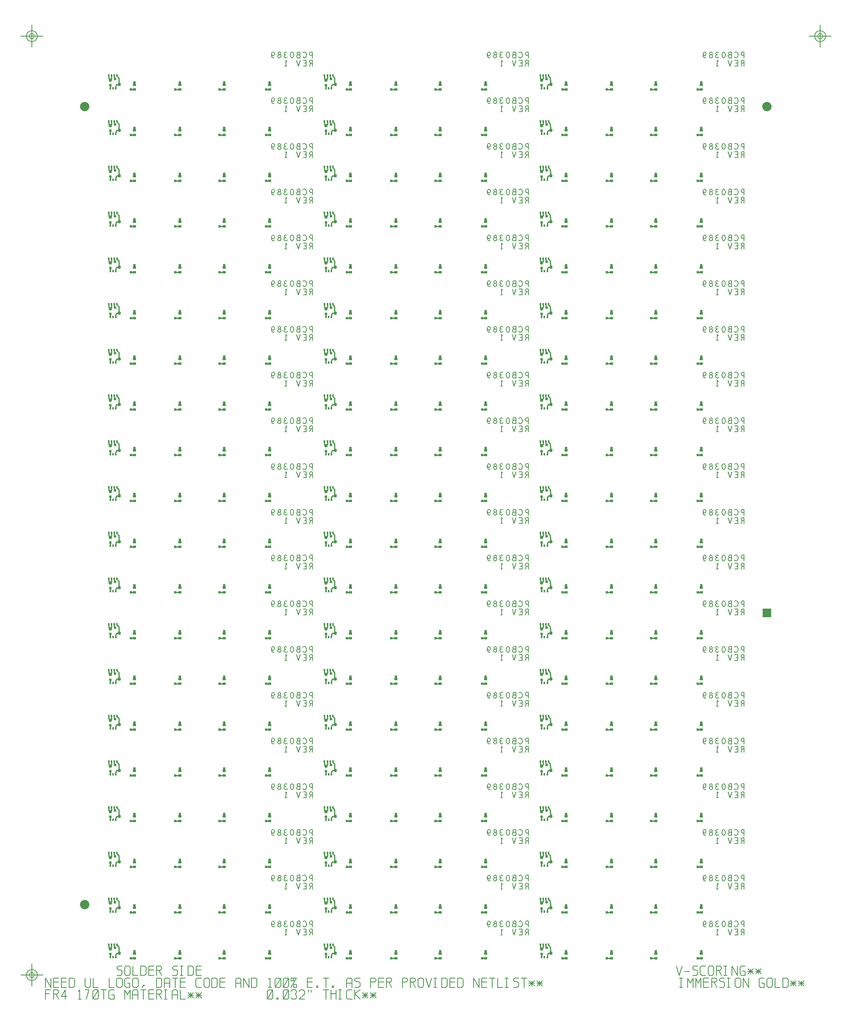
<source format=gbr>
*%FSLAX24Y24*%
%MOIN*%
%IPPOS*%
%ADD10C,0.03*%
%ADD11C,0.024*%
%ADD12R,0.065X0.032*%
%ADD13C,0.0276*%
%ADD14C,0.01*%
%ADD15C,0.015*%
%ADD16C,0.125*%
%ADD17R,0.075X0.075*%
%ADD18R,0.08X0.08*%
%AMD19*
1,1,0.1,0.0,0.0*
1,0,0.0875,0.0,0.0*
1,1,0.05,0.0,0.0*
1,0,0.0375,0.0,0.0*
20,1,0.0062,0.0,-0.0969,0.0,0.0969,0.0*
20,1,0.0062,-0.0969,0.0,0.0969,0.0,0.0*%
%ADD19D19*%
G04:---LTIenv:A019:6,0.2,6 *
%ADD100C,0.03*%
%ADD101C,0.024*%
%ADD102R,0.012X0.024*%
%ADD103R,0.03X0.02*%
%ADD104C,0.007*%
%ADD105R,0.062X0.028*%
%ADD106R,0.0085X0.02*%
%ADD107R,0.026X0.018*%
%ADD108C,0.035*%
%ADD109R,0.07X0.037*%
%ADD110C,0.035*%
%ADD111R,0.017X0.029*%
%ADD112R,0.035X0.025*%
%ADD113C,0.005*%
%AMD117*
1,1,0.001,0.01,0.0*
20,1,0.001,0.01,0.0,-0.01,0.0,0.0*
1,1,0.001,-0.01,0.0*
1,1,0.001,0.0,0.01*
20,1,0.001,0.0,0.01,0.0,-0.01,0.0*
1,1,0.001,0.0,-0.01*%
%ADD117D117*%
%AMD118*
1,1,0.001,0.025,0.0*
20,1,0.001,0.025,0.0,0.0246,-0.0043,0.0*
1,1,0.001,0.0246,-0.0043*
20,1,0.001,0.0246,-0.0043,0.0235,-0.0086,0.0*
1,1,0.001,0.0235,-0.0086*
20,1,0.001,0.0235,-0.0086,0.0217,-0.0125,0.0*
1,1,0.001,0.0217,-0.0125*
20,1,0.001,0.0217,-0.0125,0.0192,-0.0161,0.0*
1,1,0.001,0.0192,-0.0161*
20,1,0.001,0.0192,-0.0161,0.0161,-0.0192,0.0*
1,1,0.001,0.0161,-0.0192*
20,1,0.001,0.0161,-0.0192,0.0125,-0.0217,0.0*
1,1,0.001,0.0125,-0.0217*
20,1,0.001,0.0125,-0.0217,0.0086,-0.0235,0.0*
1,1,0.001,0.0086,-0.0235*
20,1,0.001,0.0086,-0.0235,0.0043,-0.0246,0.0*
1,1,0.001,0.0043,-0.0246*
20,1,0.001,0.0043,-0.0246,0.0,-0.025,0.0*
1,1,0.001,0.0,-0.025*
20,1,0.001,0.0,-0.025,-0.0043,-0.0246,0.0*
1,1,0.001,-0.0043,-0.0246*
20,1,0.001,-0.0043,-0.0246,-0.0086,-0.0235,0.0*
1,1,0.001,-0.0086,-0.0235*
20,1,0.001,-0.0086,-0.0235,-0.0125,-0.0217,0.0*
1,1,0.001,-0.0125,-0.0217*
20,1,0.001,-0.0125,-0.0217,-0.0161,-0.0192,0.0*
1,1,0.001,-0.0161,-0.0192*
20,1,0.001,-0.0161,-0.0192,-0.0192,-0.0161,0.0*
1,1,0.001,-0.0192,-0.0161*
20,1,0.001,-0.0192,-0.0161,-0.0217,-0.0125,0.0*
1,1,0.001,-0.0217,-0.0125*
20,1,0.001,-0.0217,-0.0125,-0.0235,-0.0086,0.0*
1,1,0.001,-0.0235,-0.0086*
20,1,0.001,-0.0235,-0.0086,-0.0246,-0.0043,0.0*
1,1,0.001,-0.0246,-0.0043*
20,1,0.001,-0.0246,-0.0043,-0.025,0.0,0.0*
1,1,0.001,-0.025,0.0*
20,1,0.001,-0.025,0.0,-0.0246,0.0043,0.0*
1,1,0.001,-0.0246,0.0043*
20,1,0.001,-0.0246,0.0043,-0.0235,0.0086,0.0*
1,1,0.001,-0.0235,0.0086*
20,1,0.001,-0.0235,0.0086,-0.0217,0.0125,0.0*
1,1,0.001,-0.0217,0.0125*
20,1,0.001,-0.0217,0.0125,-0.0192,0.0161,0.0*
1,1,0.001,-0.0192,0.0161*
20,1,0.001,-0.0192,0.0161,-0.0161,0.0192,0.0*
1,1,0.001,-0.0161,0.0192*
20,1,0.001,-0.0161,0.0192,-0.0125,0.0217,0.0*
1,1,0.001,-0.0125,0.0217*
20,1,0.001,-0.0125,0.0217,-0.0086,0.0235,0.0*
1,1,0.001,-0.0086,0.0235*
20,1,0.001,-0.0086,0.0235,-0.0043,0.0246,0.0*
1,1,0.001,-0.0043,0.0246*
20,1,0.001,-0.0043,0.0246,0.0,0.025,0.0*
1,1,0.001,0.0,0.025*
20,1,0.001,0.0,0.025,0.0043,0.0246,0.0*
1,1,0.001,0.0043,0.0246*
20,1,0.001,0.0043,0.0246,0.0086,0.0235,0.0*
1,1,0.001,0.0086,0.0235*
20,1,0.001,0.0086,0.0235,0.0125,0.0217,0.0*
1,1,0.001,0.0125,0.0217*
20,1,0.001,0.0125,0.0217,0.0161,0.0192,0.0*
1,1,0.001,0.0161,0.0192*
20,1,0.001,0.0161,0.0192,0.0192,0.0161,0.0*
1,1,0.001,0.0192,0.0161*
20,1,0.001,0.0192,0.0161,0.0217,0.0125,0.0*
1,1,0.001,0.0217,0.0125*
20,1,0.001,0.0217,0.0125,0.0235,0.0086,0.0*
1,1,0.001,0.0235,0.0086*
20,1,0.001,0.0235,0.0086,0.0246,0.0043,0.0*
1,1,0.001,0.0246,0.0043*
20,1,0.001,0.0246,0.0043,0.025,0.0,0.0*
1,1,0.001,0.025,0.0*
1,1,0.001,0.0125,0.0*
20,1,0.001,0.0125,0.0,-0.0125,0.0,0.0*
1,1,0.001,-0.0125,0.0*
1,1,0.001,0.0,0.0125*
20,1,0.001,0.0,0.0125,0.0,-0.0125,0.0*
1,1,0.001,0.0,-0.0125*%
%ADD118D118*%
%ADD119C,0.08*%
%ADD120C,0.008*%
%ADD200C,0.002*%
%ADD901C,0.0118*%
G04:---LTIenv:A901:15,0.0118,1 *
%ADD902C,0.02*%
G04:---LTIenv:A902:15,0.02,2 *

%LPD*%
D14*X19360Y75280D2*Y75480D1*Y74880D2*X19060D1*X15460Y75280D2*Y75480D1*Y74880D2*X15060D1*X11660Y75280D2*Y75480D1*Y74880D2*X11260D1*X7760Y75280D2*Y75480D1*X6460Y75300D2*X6246D1*X6146Y75200*Y74977*X6460Y75300D2*X6420Y75340D1*Y75660*X6409Y75671*Y75858*X6264Y76003*Y76063*X7760Y74880D2*X7460D1*X5792Y76063D2*Y75802D1*X5670Y75680*X5556Y76063D2*Y75794D1*X5670Y75680*X5674Y74977D2*Y75240D1*X5670*X6100Y75774D2*Y75780D1*X6028Y75852*Y76063*X37872Y75280D2*Y75480D1*Y74880D2*X37572D1*X33972Y75280D2*Y75480D1*Y74880D2*X33572D1*X30172Y75280D2*Y75480D1*Y74880D2*X29772D1*X26272Y75280D2*Y75480D1*X24972Y75300D2*X24758D1*X24658Y75200*Y74977*X24972Y75300D2*X24932Y75340D1*Y75660*X24921Y75671*Y75858*X24776Y76003*Y76063*X26272Y74880D2*X25972D1*X24304Y76063D2*Y75802D1*X24182Y75680*X24068Y76063D2*Y75794D1*X24182Y75680*X24186Y74977D2*Y75240D1*X24182*X24612Y75774D2*Y75780D1*X24540Y75852*Y76063*X56384Y75280D2*Y75480D1*Y74880D2*X56084D1*X52484Y75280D2*Y75480D1*Y74880D2*X52084D1*X48684Y75280D2*Y75480D1*Y74880D2*X48284D1*X44784Y75280D2*Y75480D1*X43484Y75300D2*X43270D1*X43170Y75200*Y74977*X43484Y75300D2*X43444Y75340D1*Y75660*X43433Y75671*Y75858*X43288Y76003*Y76063*X44784Y74880D2*X44484D1*X42816Y76063D2*Y75802D1*X42694Y75680*X42580Y76063D2*Y75794D1*X42694Y75680*X42698Y74977D2*Y75240D1*X42694*X43124Y75774D2*Y75780D1*X43052Y75852*Y76063*X56384Y71360D2*Y71560D1*Y70960D2*X56084D1*X52484Y71360D2*Y71560D1*Y70960D2*X52084D1*X48684Y71360D2*Y71560D1*Y70960D2*X48284D1*X44784Y71360D2*Y71560D1*X43484Y71380D2*X43270D1*X43170Y71280*Y71057*X43484Y71380D2*X43444Y71420D1*Y71740*X43433Y71751*Y71938*X43288Y72083*Y72143*X44784Y70960D2*X44484D1*X42816Y72143D2*Y71882D1*X42694Y71760*X42580Y72143D2*Y71874D1*X42694Y71760*X42698Y71057D2*Y71320D1*X42694*X43124Y71854D2*Y71860D1*X43052Y71932*Y72143*X37872Y71360D2*Y71560D1*Y70960D2*X37572D1*X33972Y71360D2*Y71560D1*Y70960D2*X33572D1*X30172Y71360D2*Y71560D1*Y70960D2*X29772D1*X26272Y71360D2*Y71560D1*X24972Y71380D2*X24758D1*X24658Y71280*Y71057*X24972Y71380D2*X24932Y71420D1*Y71740*X24921Y71751*Y71938*X24776Y72083*Y72143*X26272Y70960D2*X25972D1*X24304Y72143D2*Y71882D1*X24182Y71760*X24068Y72143D2*Y71874D1*X24182Y71760*X24186Y71057D2*Y71320D1*X24182*X24612Y71854D2*Y71860D1*X24540Y71932*Y72143*X19360Y71360D2*Y71560D1*Y70960D2*X19060D1*X15460Y71360D2*Y71560D1*Y70960D2*X15060D1*X11660Y71360D2*Y71560D1*Y70960D2*X11260D1*X7760Y71360D2*Y71560D1*X6460Y71380D2*X6246D1*X6146Y71280*Y71057*X6460Y71380D2*X6420Y71420D1*Y71740*X6409Y71751*Y71938*X6264Y72083*Y72143*X7760Y70960D2*X7460D1*X5792Y72143D2*Y71882D1*X5670Y71760*X5556Y72143D2*Y71874D1*X5670Y71760*X5674Y71057D2*Y71320D1*X5670*X6100Y71854D2*Y71860D1*X6028Y71932*Y72143*X19360Y67440D2*Y67640D1*Y67040D2*X19060D1*X15460Y67440D2*Y67640D1*Y67040D2*X15060D1*X11660Y67440D2*Y67640D1*Y67040D2*X11260D1*X7760Y67440D2*Y67640D1*X6460Y67460D2*X6246D1*X6146Y67360*Y67137*X6460Y67460D2*X6420Y67500D1*Y67820*X6409Y67831*Y68018*X6264Y68163*Y68223*X7760Y67040D2*X7460D1*X5792Y68223D2*Y67962D1*X5670Y67840*X5556Y68223D2*Y67954D1*X5670Y67840*X5674Y67137D2*Y67400D1*X5670*X6100Y67934D2*Y67940D1*X6028Y68012*Y68223*X37872Y67440D2*Y67640D1*Y67040D2*X37572D1*X33972Y67440D2*Y67640D1*Y67040D2*X33572D1*X30172Y67440D2*Y67640D1*Y67040D2*X29772D1*X26272Y67440D2*Y67640D1*X24972Y67460D2*X24758D1*X24658Y67360*Y67137*X24972Y67460D2*X24932Y67500D1*Y67820*X24921Y67831*Y68018*X24776Y68163*Y68223*X26272Y67040D2*X25972D1*X24304Y68223D2*Y67962D1*X24182Y67840*X24068Y68223D2*Y67954D1*X24182Y67840*X24186Y67137D2*Y67400D1*X24182*X24612Y67934D2*Y67940D1*X24540Y68012*Y68223*X56384Y67440D2*Y67640D1*Y67040D2*X56084D1*X52484Y67440D2*Y67640D1*Y67040D2*X52084D1*X48684Y67440D2*Y67640D1*Y67040D2*X48284D1*X44784Y67440D2*Y67640D1*X43484Y67460D2*X43270D1*X43170Y67360*Y67137*X43484Y67460D2*X43444Y67500D1*Y67820*X43433Y67831*Y68018*X43288Y68163*Y68223*X44784Y67040D2*X44484D1*X42816Y68223D2*Y67962D1*X42694Y67840*X42580Y68223D2*Y67954D1*X42694Y67840*X42698Y67137D2*Y67400D1*X42694*X43124Y67934D2*Y67940D1*X43052Y68012*Y68223*X56384Y63520D2*Y63720D1*Y63120D2*X56084D1*X52484Y63520D2*Y63720D1*Y63120D2*X52084D1*X48684Y63520D2*Y63720D1*Y63120D2*X48284D1*X44784Y63520D2*Y63720D1*X43484Y63540D2*X43270D1*X43170Y63440*Y63217*X43484Y63540D2*X43444Y63580D1*Y63900*X43433Y63911*Y64098*X43288Y64243*Y64303*X44784Y63120D2*X44484D1*X42816Y64303D2*Y64042D1*X42694Y63920*X42580Y64303D2*Y64034D1*X42694Y63920*X42698Y63217D2*Y63480D1*X42694*X43124Y64014D2*Y64020D1*X43052Y64092*Y64303*X37872Y63520D2*Y63720D1*Y63120D2*X37572D1*X33972Y63520D2*Y63720D1*Y63120D2*X33572D1*X30172Y63520D2*Y63720D1*Y63120D2*X29772D1*X26272Y63520D2*Y63720D1*X24972Y63540D2*X24758D1*X24658Y63440*Y63217*X24972Y63540D2*X24932Y63580D1*Y63900*X24921Y63911*Y64098*X24776Y64243*Y64303*X26272Y63120D2*X25972D1*X24304Y64303D2*Y64042D1*X24182Y63920*X24068Y64303D2*Y64034D1*X24182Y63920*X24186Y63217D2*Y63480D1*X24182*X24612Y64014D2*Y64020D1*X24540Y64092*Y64303*X19360Y63520D2*Y63720D1*Y63120D2*X19060D1*X15460Y63520D2*Y63720D1*Y63120D2*X15060D1*X11660Y63520D2*Y63720D1*Y63120D2*X11260D1*X7760Y63520D2*Y63720D1*X6460Y63540D2*X6246D1*X6146Y63440*Y63217*X6460Y63540D2*X6420Y63580D1*Y63900*X6409Y63911*Y64098*X6264Y64243*Y64303*X7760Y63120D2*X7460D1*X5792Y64303D2*Y64042D1*X5670Y63920*X5556Y64303D2*Y64034D1*X5670Y63920*X5674Y63217D2*Y63480D1*X5670*X6100Y64014D2*Y64020D1*X6028Y64092*Y64303*X19360Y59600D2*Y59800D1*Y59200D2*X19060D1*X15460Y59600D2*Y59800D1*Y59200D2*X15060D1*X11660Y59600D2*Y59800D1*Y59200D2*X11260D1*X7760Y59600D2*Y59800D1*X6460Y59620D2*X6246D1*X6146Y59520*Y59297*X6460Y59620D2*X6420Y59660D1*Y59980*X6409Y59991*Y60178*X6264Y60323*Y60383*X7760Y59200D2*X7460D1*X5792Y60383D2*Y60122D1*X5670Y60000*X5556Y60383D2*Y60114D1*X5670Y60000*X5674Y59297D2*Y59560D1*X5670*X6100Y60094D2*Y60100D1*X6028Y60172*Y60383*X37872Y59600D2*Y59800D1*Y59200D2*X37572D1*X33972Y59600D2*Y59800D1*Y59200D2*X33572D1*X30172Y59600D2*Y59800D1*Y59200D2*X29772D1*X26272Y59600D2*Y59800D1*X24972Y59620D2*X24758D1*X24658Y59520*Y59297*X24972Y59620D2*X24932Y59660D1*Y59980*X24921Y59991*Y60178*X24776Y60323*Y60383*X26272Y59200D2*X25972D1*X24304Y60383D2*Y60122D1*X24182Y60000*X24068Y60383D2*Y60114D1*X24182Y60000*X24186Y59297D2*Y59560D1*X24182*X24612Y60094D2*Y60100D1*X24540Y60172*Y60383*X56384Y59600D2*Y59800D1*Y59200D2*X56084D1*X52484Y59600D2*Y59800D1*Y59200D2*X52084D1*X48684Y59600D2*Y59800D1*Y59200D2*X48284D1*X44784Y59600D2*Y59800D1*X43484Y59620D2*X43270D1*X43170Y59520*Y59297*X43484Y59620D2*X43444Y59660D1*Y59980*X43433Y59991*Y60178*X43288Y60323*Y60383*X44784Y59200D2*X44484D1*X42816Y60383D2*Y60122D1*X42694Y60000*X42580Y60383D2*Y60114D1*X42694Y60000*X42698Y59297D2*Y59560D1*X42694*X43124Y60094D2*Y60100D1*X43052Y60172*Y60383*X56384Y55680D2*Y55880D1*Y55280D2*X56084D1*X52484Y55680D2*Y55880D1*Y55280D2*X52084D1*X48684Y55680D2*Y55880D1*Y55280D2*X48284D1*X44784Y55680D2*Y55880D1*X43484Y55700D2*X43270D1*X43170Y55600*Y55377*X43484Y55700D2*X43444Y55740D1*Y56060*X43433Y56071*Y56258*X43288Y56403*Y56463*X44784Y55280D2*X44484D1*X42816Y56463D2*Y56202D1*X42694Y56080*X42580Y56463D2*Y56194D1*X42694Y56080*X42698Y55377D2*Y55640D1*X42694*X43124Y56174D2*Y56180D1*X43052Y56252*Y56463*X37872Y55680D2*Y55880D1*Y55280D2*X37572D1*X33972Y55680D2*Y55880D1*Y55280D2*X33572D1*X30172Y55680D2*Y55880D1*Y55280D2*X29772D1*X26272Y55680D2*Y55880D1*X24972Y55700D2*X24758D1*X24658Y55600*Y55377*X24972Y55700D2*X24932Y55740D1*Y56060*X24921Y56071*Y56258*X24776Y56403*Y56463*X26272Y55280D2*X25972D1*X24304Y56463D2*Y56202D1*X24182Y56080*X24068Y56463D2*Y56194D1*X24182Y56080*X24186Y55377D2*Y55640D1*X24182*X24612Y56174D2*Y56180D1*X24540Y56252*Y56463*X19360Y55680D2*Y55880D1*Y55280D2*X19060D1*X15460Y55680D2*Y55880D1*Y55280D2*X15060D1*X11660Y55680D2*Y55880D1*Y55280D2*X11260D1*X7760Y55680D2*Y55880D1*X6460Y55700D2*X6246D1*X6146Y55600*Y55377*X6460Y55700D2*X6420Y55740D1*Y56060*X6409Y56071*Y56258*X6264Y56403*Y56463*X7760Y55280D2*X7460D1*X5792Y56463D2*Y56202D1*X5670Y56080*X5556Y56463D2*Y56194D1*X5670Y56080*X5674Y55377D2*Y55640D1*X5670*X6100Y56174D2*Y56180D1*X6028Y56252*Y56463*X19360Y51760D2*Y51960D1*Y51360D2*X19060D1*X15460Y51760D2*Y51960D1*Y51360D2*X15060D1*X11660Y51760D2*Y51960D1*Y51360D2*X11260D1*X7760Y51760D2*Y51960D1*X6460Y51780D2*X6246D1*X6146Y51680*Y51457*X6460Y51780D2*X6420Y51820D1*Y52140*X6409Y52151*Y52338*X6264Y52483*Y52543*X7760Y51360D2*X7460D1*X5792Y52543D2*Y52282D1*X5670Y52160*X5556Y52543D2*Y52274D1*X5670Y52160*X5674Y51457D2*Y51720D1*X5670*X6100Y52254D2*Y52260D1*X6028Y52332*Y52543*X37872Y51760D2*Y51960D1*Y51360D2*X37572D1*X33972Y51760D2*Y51960D1*Y51360D2*X33572D1*X30172Y51760D2*Y51960D1*Y51360D2*X29772D1*X26272Y51760D2*Y51960D1*X24972Y51780D2*X24758D1*X24658Y51680*Y51457*X24972Y51780D2*X24932Y51820D1*Y52140*X24921Y52151*Y52338*X24776Y52483*Y52543*X26272Y51360D2*X25972D1*X24304Y52543D2*Y52282D1*X24182Y52160*X24068Y52543D2*Y52274D1*X24182Y52160*X24186Y51457D2*Y51720D1*X24182*X24612Y52254D2*Y52260D1*X24540Y52332*Y52543*X56384Y51760D2*Y51960D1*Y51360D2*X56084D1*X52484Y51760D2*Y51960D1*Y51360D2*X52084D1*X48684Y51760D2*Y51960D1*Y51360D2*X48284D1*X44784Y51760D2*Y51960D1*X43484Y51780D2*X43270D1*X43170Y51680*Y51457*X43484Y51780D2*X43444Y51820D1*Y52140*X43433Y52151*Y52338*X43288Y52483*Y52543*X44784Y51360D2*X44484D1*X42816Y52543D2*Y52282D1*X42694Y52160*X42580Y52543D2*Y52274D1*X42694Y52160*X42698Y51457D2*Y51720D1*X42694*X43124Y52254D2*Y52260D1*X43052Y52332*Y52543*X56384Y47840D2*Y48040D1*Y47440D2*X56084D1*X52484Y47840D2*Y48040D1*Y47440D2*X52084D1*X48684Y47840D2*Y48040D1*Y47440D2*X48284D1*X44784Y47840D2*Y48040D1*X43484Y47860D2*X43270D1*X43170Y47760*Y47537*X43484Y47860D2*X43444Y47900D1*Y48220*X43433Y48231*Y48418*X43288Y48563*Y48623*X44784Y47440D2*X44484D1*X42816Y48623D2*Y48362D1*X42694Y48240*X42580Y48623D2*Y48354D1*X42694Y48240*X42698Y47537D2*Y47800D1*X42694*X43124Y48334D2*Y48340D1*X43052Y48412*Y48623*X37872Y47840D2*Y48040D1*Y47440D2*X37572D1*X33972Y47840D2*Y48040D1*Y47440D2*X33572D1*X30172Y47840D2*Y48040D1*Y47440D2*X29772D1*X26272Y47840D2*Y48040D1*X24972Y47860D2*X24758D1*X24658Y47760*Y47537*X24972Y47860D2*X24932Y47900D1*Y48220*X24921Y48231*Y48418*X24776Y48563*Y48623*X26272Y47440D2*X25972D1*X24304Y48623D2*Y48362D1*X24182Y48240*X24068Y48623D2*Y48354D1*X24182Y48240*X24186Y47537D2*Y47800D1*X24182*X24612Y48334D2*Y48340D1*X24540Y48412*Y48623*X19360Y47840D2*Y48040D1*Y47440D2*X19060D1*X15460Y47840D2*Y48040D1*Y47440D2*X15060D1*X11660Y47840D2*Y48040D1*Y47440D2*X11260D1*X7760Y47840D2*Y48040D1*X6460Y47860D2*X6246D1*X6146Y47760*Y47537*X6460Y47860D2*X6420Y47900D1*Y48220*X6409Y48231*Y48418*X6264Y48563*Y48623*X7760Y47440D2*X7460D1*X5792Y48623D2*Y48362D1*X5670Y48240*X5556Y48623D2*Y48354D1*X5670Y48240*X5674Y47537D2*Y47800D1*X5670*X6100Y48334D2*Y48340D1*X6028Y48412*Y48623*X19360Y43920D2*Y44120D1*Y43520D2*X19060D1*X15460Y43920D2*Y44120D1*Y43520D2*X15060D1*X11660Y43920D2*Y44120D1*Y43520D2*X11260D1*X7760Y43920D2*Y44120D1*X6460Y43940D2*X6246D1*X6146Y43840*Y43617*X6460Y43940D2*X6420Y43980D1*Y44300*X6409Y44311*Y44498*X6264Y44643*Y44703*X7760Y43520D2*X7460D1*X5792Y44703D2*Y44442D1*X5670Y44320*X5556Y44703D2*Y44434D1*X5670Y44320*X5674Y43617D2*Y43880D1*X5670*X6100Y44414D2*Y44420D1*X6028Y44492*Y44703*X37872Y43920D2*Y44120D1*Y43520D2*X37572D1*X33972Y43920D2*Y44120D1*Y43520D2*X33572D1*X30172Y43920D2*Y44120D1*Y43520D2*X29772D1*X26272Y43920D2*Y44120D1*X24972Y43940D2*X24758D1*X24658Y43840*Y43617*X24972Y43940D2*X24932Y43980D1*Y44300*X24921Y44311*Y44498*X24776Y44643*Y44703*X26272Y43520D2*X25972D1*X24304Y44703D2*Y44442D1*X24182Y44320*X24068Y44703D2*Y44434D1*X24182Y44320*X24186Y43617D2*Y43880D1*X24182*X24612Y44414D2*Y44420D1*X24540Y44492*Y44703*X56384Y43920D2*Y44120D1*Y43520D2*X56084D1*X52484Y43920D2*Y44120D1*Y43520D2*X52084D1*X48684Y43920D2*Y44120D1*Y43520D2*X48284D1*X44784Y43920D2*Y44120D1*X43484Y43940D2*X43270D1*X43170Y43840*Y43617*X43484Y43940D2*X43444Y43980D1*Y44300*X43433Y44311*Y44498*X43288Y44643*Y44703*X44784Y43520D2*X44484D1*X42816Y44703D2*Y44442D1*X42694Y44320*X42580Y44703D2*Y44434D1*X42694Y44320*X42698Y43617D2*Y43880D1*X42694*X43124Y44414D2*Y44420D1*X43052Y44492*Y44703*X56384Y40000D2*Y40200D1*Y39600D2*X56084D1*X52484Y40000D2*Y40200D1*Y39600D2*X52084D1*X48684Y40000D2*Y40200D1*Y39600D2*X48284D1*X44784Y40000D2*Y40200D1*X43484Y40020D2*X43270D1*X43170Y39920*Y39697*X43484Y40020D2*X43444Y40060D1*Y40380*X43433Y40391*Y40578*X43288Y40723*Y40783*X44784Y39600D2*X44484D1*X42816Y40783D2*Y40522D1*X42694Y40400*X42580Y40783D2*Y40514D1*X42694Y40400*X42698Y39697D2*Y39960D1*X42694*X43124Y40494D2*Y40500D1*X43052Y40572*Y40783*X37872Y40000D2*Y40200D1*Y39600D2*X37572D1*X33972Y40000D2*Y40200D1*Y39600D2*X33572D1*X30172Y40000D2*Y40200D1*Y39600D2*X29772D1*X26272Y40000D2*Y40200D1*X24972Y40020D2*X24758D1*X24658Y39920*Y39697*X24972Y40020D2*X24932Y40060D1*Y40380*X24921Y40391*Y40578*X24776Y40723*Y40783*X26272Y39600D2*X25972D1*X24304Y40783D2*Y40522D1*X24182Y40400*X24068Y40783D2*Y40514D1*X24182Y40400*X24186Y39697D2*Y39960D1*X24182*X24612Y40494D2*Y40500D1*X24540Y40572*Y40783*X19360Y40000D2*Y40200D1*Y39600D2*X19060D1*X15460Y40000D2*Y40200D1*Y39600D2*X15060D1*X11660Y40000D2*Y40200D1*Y39600D2*X11260D1*X7760Y40000D2*Y40200D1*X6460Y40020D2*X6246D1*X6146Y39920*Y39697*X6460Y40020D2*X6420Y40060D1*Y40380*X6409Y40391*Y40578*X6264Y40723*Y40783*X7760Y39600D2*X7460D1*X5792Y40783D2*Y40522D1*X5670Y40400*X5556Y40783D2*Y40514D1*X5670Y40400*X5674Y39697D2*Y39960D1*X5670*X6100Y40494D2*Y40500D1*X6028Y40572*Y40783*X19360Y36080D2*Y36280D1*Y35680D2*X19060D1*X15460Y36080D2*Y36280D1*Y35680D2*X15060D1*X11660Y36080D2*Y36280D1*Y35680D2*X11260D1*X7760Y36080D2*Y36280D1*X6460Y36100D2*X6246D1*X6146Y36000*Y35777*X6460Y36100D2*X6420Y36140D1*Y36460*X6409Y36471*Y36658*X6264Y36803*Y36863*X7760Y35680D2*X7460D1*X5792Y36863D2*Y36602D1*X5670Y36480*X5556Y36863D2*Y36594D1*X5670Y36480*X5674Y35777D2*Y36040D1*X5670*X6100Y36574D2*Y36580D1*X6028Y36652*Y36863*X37872Y36080D2*Y36280D1*Y35680D2*X37572D1*X33972Y36080D2*Y36280D1*Y35680D2*X33572D1*X30172Y36080D2*Y36280D1*Y35680D2*X29772D1*X26272Y36080D2*Y36280D1*X24972Y36100D2*X24758D1*X24658Y36000*Y35777*X24972Y36100D2*X24932Y36140D1*Y36460*X24921Y36471*Y36658*X24776Y36803*Y36863*X26272Y35680D2*X25972D1*X24304Y36863D2*Y36602D1*X24182Y36480*X24068Y36863D2*Y36594D1*X24182Y36480*X24186Y35777D2*Y36040D1*X24182*X24612Y36574D2*Y36580D1*X24540Y36652*Y36863*X56384Y36080D2*Y36280D1*Y35680D2*X56084D1*X52484Y36080D2*Y36280D1*Y35680D2*X52084D1*X48684Y36080D2*Y36280D1*Y35680D2*X48284D1*X44784Y36080D2*Y36280D1*X43484Y36100D2*X43270D1*X43170Y36000*Y35777*X43484Y36100D2*X43444Y36140D1*Y36460*X43433Y36471*Y36658*X43288Y36803*Y36863*X44784Y35680D2*X44484D1*X42816Y36863D2*Y36602D1*X42694Y36480*X42580Y36863D2*Y36594D1*X42694Y36480*X42698Y35777D2*Y36040D1*X42694*X43124Y36574D2*Y36580D1*X43052Y36652*Y36863*X56384Y32160D2*Y32360D1*Y31760D2*X56084D1*X52484Y32160D2*Y32360D1*Y31760D2*X52084D1*X48684Y32160D2*Y32360D1*Y31760D2*X48284D1*X44784Y32160D2*Y32360D1*X43484Y32180D2*X43270D1*X43170Y32080*Y31857*X43484Y32180D2*X43444Y32220D1*Y32540*X43433Y32551*Y32738*X43288Y32883*Y32943*X44784Y31760D2*X44484D1*X42816Y32943D2*Y32682D1*X42694Y32560*X42580Y32943D2*Y32674D1*X42694Y32560*X42698Y31857D2*Y32120D1*X42694*X43124Y32654D2*Y32660D1*X43052Y32732*Y32943*X37872Y32160D2*Y32360D1*Y31760D2*X37572D1*X33972Y32160D2*Y32360D1*Y31760D2*X33572D1*X30172Y32160D2*Y32360D1*Y31760D2*X29772D1*X26272Y32160D2*Y32360D1*X24972Y32180D2*X24758D1*X24658Y32080*Y31857*X24972Y32180D2*X24932Y32220D1*Y32540*X24921Y32551*Y32738*X24776Y32883*Y32943*X26272Y31760D2*X25972D1*X24304Y32943D2*Y32682D1*X24182Y32560*X24068Y32943D2*Y32674D1*X24182Y32560*X24186Y31857D2*Y32120D1*X24182*X24612Y32654D2*Y32660D1*X24540Y32732*Y32943*X19360Y32160D2*Y32360D1*Y31760D2*X19060D1*X15460Y32160D2*Y32360D1*Y31760D2*X15060D1*X11660Y32160D2*Y32360D1*Y31760D2*X11260D1*X7760Y32160D2*Y32360D1*X6460Y32180D2*X6246D1*X6146Y32080*Y31857*X6460Y32180D2*X6420Y32220D1*Y32540*X6409Y32551*Y32738*X6264Y32883*Y32943*X7760Y31760D2*X7460D1*X5792Y32943D2*Y32682D1*X5670Y32560*X5556Y32943D2*Y32674D1*X5670Y32560*X5674Y31857D2*Y32120D1*X5670*X6100Y32654D2*Y32660D1*X6028Y32732*Y32943*X19360Y28240D2*Y28440D1*Y27840D2*X19060D1*X15460Y28240D2*Y28440D1*Y27840D2*X15060D1*X11660Y28240D2*Y28440D1*Y27840D2*X11260D1*X7760Y28240D2*Y28440D1*X6460Y28260D2*X6246D1*X6146Y28160*Y27937*X6460Y28260D2*X6420Y28300D1*Y28620*X6409Y28631*Y28818*X6264Y28963*Y29023*X7760Y27840D2*X7460D1*X5792Y29023D2*Y28762D1*X5670Y28640*X5556Y29023D2*Y28754D1*X5670Y28640*X5674Y27937D2*Y28200D1*X5670*X6100Y28734D2*Y28740D1*X6028Y28812*Y29023*X37872Y28240D2*Y28440D1*Y27840D2*X37572D1*X33972Y28240D2*Y28440D1*Y27840D2*X33572D1*X30172Y28240D2*Y28440D1*Y27840D2*X29772D1*X26272Y28240D2*Y28440D1*X24972Y28260D2*X24758D1*X24658Y28160*Y27937*X24972Y28260D2*X24932Y28300D1*Y28620*X24921Y28631*Y28818*X24776Y28963*Y29023*X26272Y27840D2*X25972D1*X24304Y29023D2*Y28762D1*X24182Y28640*X24068Y29023D2*Y28754D1*X24182Y28640*X24186Y27937D2*Y28200D1*X24182*X24612Y28734D2*Y28740D1*X24540Y28812*Y29023*X56384Y28240D2*Y28440D1*Y27840D2*X56084D1*X52484Y28240D2*Y28440D1*Y27840D2*X52084D1*X48684Y28240D2*Y28440D1*Y27840D2*X48284D1*X44784Y28240D2*Y28440D1*X43484Y28260D2*X43270D1*X43170Y28160*Y27937*X43484Y28260D2*X43444Y28300D1*Y28620*X43433Y28631*Y28818*X43288Y28963*Y29023*X44784Y27840D2*X44484D1*X42816Y29023D2*Y28762D1*X42694Y28640*X42580Y29023D2*Y28754D1*X42694Y28640*X42698Y27937D2*Y28200D1*X42694*X43124Y28734D2*Y28740D1*X43052Y28812*Y29023*X56384Y24320D2*Y24520D1*Y23920D2*X56084D1*X52484Y24320D2*Y24520D1*Y23920D2*X52084D1*X48684Y24320D2*Y24520D1*Y23920D2*X48284D1*X44784Y24320D2*Y24520D1*X43484Y24340D2*X43270D1*X43170Y24240*Y24017*X43484Y24340D2*X43444Y24380D1*Y24700*X43433Y24711*Y24898*X43288Y25043*Y25103*X44784Y23920D2*X44484D1*X42816Y25103D2*Y24842D1*X42694Y24720*X42580Y25103D2*Y24834D1*X42694Y24720*X42698Y24017D2*Y24280D1*X42694*X43124Y24814D2*Y24820D1*X43052Y24892*Y25103*X37872Y24320D2*Y24520D1*Y23920D2*X37572D1*X33972Y24320D2*Y24520D1*Y23920D2*X33572D1*X30172Y24320D2*Y24520D1*Y23920D2*X29772D1*X26272Y24320D2*Y24520D1*X24972Y24340D2*X24758D1*X24658Y24240*Y24017*X24972Y24340D2*X24932Y24380D1*Y24700*X24921Y24711*Y24898*X24776Y25043*Y25103*X26272Y23920D2*X25972D1*X24304Y25103D2*Y24842D1*X24182Y24720*X24068Y25103D2*Y24834D1*X24182Y24720*X24186Y24017D2*Y24280D1*X24182*X24612Y24814D2*Y24820D1*X24540Y24892*Y25103*X19360Y24320D2*Y24520D1*Y23920D2*X19060D1*X15460Y24320D2*Y24520D1*Y23920D2*X15060D1*X11660Y24320D2*Y24520D1*Y23920D2*X11260D1*X7760Y24320D2*Y24520D1*X6460Y24340D2*X6246D1*X6146Y24240*Y24017*X6460Y24340D2*X6420Y24380D1*Y24700*X6409Y24711*Y24898*X6264Y25043*Y25103*X7760Y23920D2*X7460D1*X5792Y25103D2*Y24842D1*X5670Y24720*X5556Y25103D2*Y24834D1*X5670Y24720*X5674Y24017D2*Y24280D1*X5670*X6100Y24814D2*Y24820D1*X6028Y24892*Y25103*X19360Y20400D2*Y20600D1*Y20000D2*X19060D1*X15460Y20400D2*Y20600D1*Y20000D2*X15060D1*X11660Y20400D2*Y20600D1*Y20000D2*X11260D1*X7760Y20400D2*Y20600D1*X6460Y20420D2*X6246D1*X6146Y20320*Y20097*X6460Y20420D2*X6420Y20460D1*Y20780*X6409Y20791*Y20978*X6264Y21123*Y21183*X7760Y20000D2*X7460D1*X5792Y21183D2*Y20922D1*X5670Y20800*X5556Y21183D2*Y20914D1*X5670Y20800*X5674Y20097D2*Y20360D1*X5670*X6100Y20894D2*Y20900D1*X6028Y20972*Y21183*X37872Y20400D2*Y20600D1*Y20000D2*X37572D1*X33972Y20400D2*Y20600D1*Y20000D2*X33572D1*X30172Y20400D2*Y20600D1*Y20000D2*X29772D1*X26272Y20400D2*Y20600D1*X24972Y20420D2*X24758D1*X24658Y20320*Y20097*X24972Y20420D2*X24932Y20460D1*Y20780*X24921Y20791*Y20978*X24776Y21123*Y21183*X26272Y20000D2*X25972D1*X24304Y21183D2*Y20922D1*X24182Y20800*X24068Y21183D2*Y20914D1*X24182Y20800*X24186Y20097D2*Y20360D1*X24182*X24612Y20894D2*Y20900D1*X24540Y20972*Y21183*X56384Y20400D2*Y20600D1*Y20000D2*X56084D1*X52484Y20400D2*Y20600D1*Y20000D2*X52084D1*X48684Y20400D2*Y20600D1*Y20000D2*X48284D1*X44784Y20400D2*Y20600D1*X43484Y20420D2*X43270D1*X43170Y20320*Y20097*X43484Y20420D2*X43444Y20460D1*Y20780*X43433Y20791*Y20978*X43288Y21123*Y21183*X44784Y20000D2*X44484D1*X42816Y21183D2*Y20922D1*X42694Y20800*X42580Y21183D2*Y20914D1*X42694Y20800*X42698Y20097D2*Y20360D1*X42694*X43124Y20894D2*Y20900D1*X43052Y20972*Y21183*X56384Y16480D2*Y16680D1*Y16080D2*X56084D1*X52484Y16480D2*Y16680D1*Y16080D2*X52084D1*X48684Y16480D2*Y16680D1*Y16080D2*X48284D1*X44784Y16480D2*Y16680D1*X43484Y16500D2*X43270D1*X43170Y16400*Y16177*X43484Y16500D2*X43444Y16540D1*Y16860*X43433Y16871*Y17058*X43288Y17203*Y17263*X44784Y16080D2*X44484D1*X42816Y17263D2*Y17002D1*X42694Y16880*X42580Y17263D2*Y16994D1*X42694Y16880*X42698Y16177D2*Y16440D1*X42694*X43124Y16974D2*Y16980D1*X43052Y17052*Y17263*X37872Y16480D2*Y16680D1*Y16080D2*X37572D1*X33972Y16480D2*Y16680D1*Y16080D2*X33572D1*X30172Y16480D2*Y16680D1*Y16080D2*X29772D1*X26272Y16480D2*Y16680D1*X24972Y16500D2*X24758D1*X24658Y16400*Y16177*X24972Y16500D2*X24932Y16540D1*Y16860*X24921Y16871*Y17058*X24776Y17203*Y17263*X26272Y16080D2*X25972D1*X24304Y17263D2*Y17002D1*X24182Y16880*X24068Y17263D2*Y16994D1*X24182Y16880*X24186Y16177D2*Y16440D1*X24182*X24612Y16974D2*Y16980D1*X24540Y17052*Y17263*X19360Y16480D2*Y16680D1*Y16080D2*X19060D1*X15460Y16480D2*Y16680D1*Y16080D2*X15060D1*X11660Y16480D2*Y16680D1*Y16080D2*X11260D1*X7760Y16480D2*Y16680D1*X6460Y16500D2*X6246D1*X6146Y16400*Y16177*X6460Y16500D2*X6420Y16540D1*Y16860*X6409Y16871*Y17058*X6264Y17203*Y17263*X7760Y16080D2*X7460D1*X5792Y17263D2*Y17002D1*X5670Y16880*X5556Y17263D2*Y16994D1*X5670Y16880*X5674Y16177D2*Y16440D1*X5670*X6100Y16974D2*Y16980D1*X6028Y17052*Y17263*X19360Y12560D2*Y12760D1*Y12160D2*X19060D1*X15460Y12560D2*Y12760D1*Y12160D2*X15060D1*X11660Y12560D2*Y12760D1*Y12160D2*X11260D1*X7760Y12560D2*Y12760D1*X6460Y12580D2*X6246D1*X6146Y12480*Y12257*X6460Y12580D2*X6420Y12620D1*Y12940*X6409Y12951*Y13138*X6264Y13283*Y13343*X7760Y12160D2*X7460D1*X5792Y13343D2*Y13082D1*X5670Y12960*X5556Y13343D2*Y13074D1*X5670Y12960*X5674Y12257D2*Y12520D1*X5670*X6100Y13054D2*Y13060D1*X6028Y13132*Y13343*X37872Y12560D2*Y12760D1*Y12160D2*X37572D1*X33972Y12560D2*Y12760D1*Y12160D2*X33572D1*X30172Y12560D2*Y12760D1*Y12160D2*X29772D1*X26272Y12560D2*Y12760D1*X24972Y12580D2*X24758D1*X24658Y12480*Y12257*X24972Y12580D2*X24932Y12620D1*Y12940*X24921Y12951*Y13138*X24776Y13283*Y13343*X26272Y12160D2*X25972D1*X24304Y13343D2*Y13082D1*X24182Y12960*X24068Y13343D2*Y13074D1*X24182Y12960*X24186Y12257D2*Y12520D1*X24182*X24612Y13054D2*Y13060D1*X24540Y13132*Y13343*X56384Y12560D2*Y12760D1*Y12160D2*X56084D1*X52484Y12560D2*Y12760D1*Y12160D2*X52084D1*X48684Y12560D2*Y12760D1*Y12160D2*X48284D1*X44784Y12560D2*Y12760D1*X43484Y12580D2*X43270D1*X43170Y12480*Y12257*X43484Y12580D2*X43444Y12620D1*Y12940*X43433Y12951*Y13138*X43288Y13283*Y13343*X44784Y12160D2*X44484D1*X42816Y13343D2*Y13082D1*X42694Y12960*X42580Y13343D2*Y13074D1*X42694Y12960*X42698Y12257D2*Y12520D1*X42694*X43124Y13054D2*Y13060D1*X43052Y13132*Y13343*X56384Y8640D2*Y8840D1*Y8240D2*X56084D1*X52484Y8640D2*Y8840D1*Y8240D2*X52084D1*X48684Y8640D2*Y8840D1*Y8240D2*X48284D1*X44784Y8640D2*Y8840D1*X43484Y8660D2*X43270D1*X43170Y8560*Y8337*X43484Y8660D2*X43444Y8700D1*Y9020*X43433Y9031*Y9218*X43288Y9363*Y9423*X44784Y8240D2*X44484D1*X42816Y9423D2*Y9162D1*X42694Y9040*X42580Y9423D2*Y9154D1*X42694Y9040*X42698Y8337D2*Y8600D1*X42694*X43124Y9134D2*Y9140D1*X43052Y9212*Y9423*X37872Y8640D2*Y8840D1*Y8240D2*X37572D1*X33972Y8640D2*Y8840D1*Y8240D2*X33572D1*X30172Y8640D2*Y8840D1*Y8240D2*X29772D1*X26272Y8640D2*Y8840D1*X24972Y8660D2*X24758D1*X24658Y8560*Y8337*X24972Y8660D2*X24932Y8700D1*Y9020*X24921Y9031*Y9218*X24776Y9363*Y9423*X26272Y8240D2*X25972D1*X24304Y9423D2*Y9162D1*X24182Y9040*X24068Y9423D2*Y9154D1*X24182Y9040*X24186Y8337D2*Y8600D1*X24182*X24612Y9134D2*Y9140D1*X24540Y9212*Y9423*X19360Y8640D2*Y8840D1*Y8240D2*X19060D1*X15460Y8640D2*Y8840D1*Y8240D2*X15060D1*X11660Y8640D2*Y8840D1*Y8240D2*X11260D1*X7760Y8640D2*Y8840D1*X6460Y8660D2*X6246D1*X6146Y8560*Y8337*X6460Y8660D2*X6420Y8700D1*Y9020*X6409Y9031*Y9218*X6264Y9363*Y9423*X7760Y8240D2*X7460D1*X5792Y9423D2*Y9162D1*X5670Y9040*X5556Y9423D2*Y9154D1*X5670Y9040*X5674Y8337D2*Y8600D1*X5670*X6100Y9134D2*Y9140D1*X6028Y9212*Y9423*X19360Y4720D2*Y4920D1*Y4320D2*X19060D1*X15460Y4720D2*Y4920D1*Y4320D2*X15060D1*X11660Y4720D2*Y4920D1*Y4320D2*X11260D1*X7760Y4720D2*Y4920D1*X6460Y4740D2*X6246D1*X6146Y4640*Y4417*X6460Y4740D2*X6420Y4780D1*Y5100*X6409Y5111*Y5298*X6264Y5443*Y5503*X7760Y4320D2*X7460D1*X5792Y5503D2*Y5242D1*X5670Y5120*X5556Y5503D2*Y5234D1*X5670Y5120*X5674Y4417D2*Y4680D1*X5670*X6100Y5214D2*Y5220D1*X6028Y5292*Y5503*X37872Y4720D2*Y4920D1*Y4320D2*X37572D1*X33972Y4720D2*Y4920D1*Y4320D2*X33572D1*X30172Y4720D2*Y4920D1*Y4320D2*X29772D1*X26272Y4720D2*Y4920D1*X24972Y4740D2*X24758D1*X24658Y4640*Y4417*X24972Y4740D2*X24932Y4780D1*Y5100*X24921Y5111*Y5298*X24776Y5443*Y5503*X26272Y4320D2*X25972D1*X24304Y5503D2*Y5242D1*X24182Y5120*X24068Y5503D2*Y5234D1*X24182Y5120*X24186Y4417D2*Y4680D1*X24182*X24612Y5214D2*Y5220D1*X24540Y5292*Y5503*X56384Y4720D2*Y4920D1*Y4320D2*X56084D1*X52484Y4720D2*Y4920D1*Y4320D2*X52084D1*X48684Y4720D2*Y4920D1*Y4320D2*X48284D1*X44784Y4720D2*Y4920D1*X43484Y4740D2*X43270D1*X43170Y4640*Y4417*X43484Y4740D2*X43444Y4780D1*Y5100*X43433Y5111*Y5298*X43288Y5443*Y5503*X44784Y4320D2*X44484D1*X42816Y5503D2*Y5242D1*X42694Y5120*X42580Y5503D2*Y5234D1*X42694Y5120*X42698Y4417D2*Y4680D1*X42694*X43124Y5214D2*Y5220D1*X43052Y5292*Y5503*X56384Y800D2*Y1000D1*Y400D2*X56084D1*X52484Y800D2*Y1000D1*Y400D2*X52084D1*X48684Y800D2*Y1000D1*Y400D2*X48284D1*X44784Y800D2*Y1000D1*X43484Y820D2*X43270D1*X43170Y720*Y497*X43484Y820D2*X43444Y860D1*Y1180*X43433Y1191*Y1378*X43288Y1523*Y1583*X44784Y400D2*X44484D1*X42816Y1583D2*Y1322D1*X42694Y1200*X42580Y1583D2*Y1314D1*X42694Y1200*X42698Y497D2*Y760D1*X42694*X43124Y1294D2*Y1300D1*X43052Y1372*Y1583*X37872Y800D2*Y1000D1*Y400D2*X37572D1*X33972Y800D2*Y1000D1*Y400D2*X33572D1*X30172Y800D2*Y1000D1*Y400D2*X29772D1*X26272Y800D2*Y1000D1*X24972Y820D2*X24758D1*X24658Y720*Y497*X24972Y820D2*X24932Y860D1*Y1180*X24921Y1191*Y1378*X24776Y1523*Y1583*X26272Y400D2*X25972D1*X24304Y1583D2*Y1322D1*X24182Y1200*X24068Y1583D2*Y1314D1*X24182Y1200*X24186Y497D2*Y760D1*X24182*X24612Y1294D2*Y1300D1*X24540Y1372*Y1583*X19360Y800D2*Y1000D1*Y400D2*X19060D1*X15460Y800D2*Y1000D1*Y400D2*X15060D1*X11660Y800D2*Y1000D1*Y400D2*X11260D1*X7760Y800D2*Y1000D1*X6460Y820D2*X6246D1*X6146Y720*Y497*X6460Y820D2*X6420Y860D1*Y1180*X6409Y1191*Y1378*X6264Y1523*Y1583*X7760Y400D2*X7460D1*X5792Y1583D2*Y1322D1*X5670Y1200*X5556Y1583D2*Y1314D1*X5670Y1200*X5674Y497D2*Y760D1*X5670*X6100Y1294D2*Y1300D1*X6028Y1372*Y1583*D104*X60060Y30340D2*Y29840D1*X20813Y76880D2*X20661D1*X20813Y77280D2*X20737Y77380D1*Y76880*X21664Y77380D2*X21823Y76880D1*X21982Y77380*X22341Y77138D2*X22493D1*X22239Y77380D2*X22493D1*Y76880*X22239*X22782D2*X22877Y77122D1*X23036*X22877D2*X22833Y77147D1*X22794Y77188*X22782Y77255*X22794Y77322*X22826Y77355*X22877Y77380*X23036*Y76880*X19524Y77888D2*X19562Y77813D1*X19600Y77772*X19651Y77755*X19696Y77763*X19734Y77797*X19766Y77855*X19778Y77913*X19766Y77980*X19740Y78030*X19702Y78063*X19651Y78080*X19606Y78063*X19568Y78030*X19536Y77963*X19524Y77888*Y77797*X19536Y77722*X19568Y77647*X19613Y77597*X19664Y77580*X19715Y77597*X19759Y77638*X20194Y77580D2*X20239Y77588D1*X20290Y77613*X20321Y77655*X20334Y77713*X20321Y77772*X20283Y77822*X20226Y77847*X20162*X20124Y77863*X20092Y77905*X20079Y77963*X20099Y78022*X20143Y78063*X20194Y78080*X20245Y78063*X20290Y78022*X20309Y77963*X20296Y77905*X20264Y77863*X20226Y77847*X20162*X20105Y77822*X20067Y77772*X20054Y77713*X20067Y77655*X20099Y77613*X20149Y77588*X20194Y77580*X20826Y78038D2*X20769Y78072D1*X20712Y78080*X20654Y78055*X20622Y78013*X20610Y77963*X20622Y77913*X20654Y77872*X20692Y77847*X20750*X20692D2*X20648Y77830D1*X20603Y77788*X20591Y77730*X20597Y77680*X20629Y77630*X20680Y77588*X20731Y77580*X20788Y77588*X20839Y77622*X20877Y77680*X21280Y78080D2*X21229Y78063D1*X21191Y78022*X21165Y77972*X21146Y77905*X21140Y77830*X21146Y77755*X21165Y77688*X21191Y77638*X21229Y77597*X21280Y77580*X21331Y77597*X21369Y77638*X21395Y77688*X21414Y77755*X21420Y77830*X21414Y77905*X21395Y77972*X21369Y78022*X21331Y78063*X21280Y78080*X21969Y77847D2*X21772D1*X21728Y77830*X21689Y77780*X21677Y77722*X21689Y77663*X21715Y77613*X21759Y77580*X21969*Y78080*X21798*X21753Y78055*X21728Y78022*X21715Y77972*X21728Y77913*X21747Y77872*X21772Y77847*X22207Y77655D2*X22239Y77622D1*X22277Y77597*X22321Y77580*X22366*X22411Y77597*X22455Y77630*X22493Y77680*X22512Y77730*X22525Y77805*X22519Y77880*X22493Y77963*X22462Y78013*X22417Y78055*X22360Y78080*X22309*X22264Y78063*X22226Y78038*X23036Y77788D2*X22884D1*X22826Y77813*X22794Y77863*X22782Y77930*X22794Y77997*X22833Y78055*X22884Y78080*X23036*Y77580*X39325Y76880D2*X39173D1*X39325Y77280D2*X39249Y77380D1*Y76880*X40176Y77380D2*X40335Y76880D1*X40494Y77380*X40853Y77138D2*X41005D1*X40751Y77380D2*X41005D1*Y76880*X40751*X41294D2*X41389Y77122D1*X41548*X41389D2*X41345Y77147D1*X41306Y77188*X41294Y77255*X41306Y77322*X41338Y77355*X41389Y77380*X41548*Y76880*X38036Y77888D2*X38074Y77813D1*X38112Y77772*X38163Y77755*X38208Y77763*X38246Y77797*X38278Y77855*X38290Y77913*X38278Y77980*X38252Y78030*X38214Y78063*X38163Y78080*X38118Y78063*X38080Y78030*X38048Y77963*X38036Y77888*Y77797*X38048Y77722*X38080Y77647*X38125Y77597*X38176Y77580*X38227Y77597*X38271Y77638*X38706Y77580D2*X38751Y77588D1*X38802Y77613*X38833Y77655*X38846Y77713*X38833Y77772*X38795Y77822*X38738Y77847*X38674*X38636Y77863*X38604Y77905*X38591Y77963*X38611Y78022*X38655Y78063*X38706Y78080*X38757Y78063*X38802Y78022*X38821Y77963*X38808Y77905*X38776Y77863*X38738Y77847*X38674*X38617Y77822*X38579Y77772*X38566Y77713*X38579Y77655*X38611Y77613*X38661Y77588*X38706Y77580*X39338Y78038D2*X39281Y78072D1*X39224Y78080*X39166Y78055*X39134Y78013*X39122Y77963*X39134Y77913*X39166Y77872*X39204Y77847*X39262*X39204D2*X39160Y77830D1*X39115Y77788*X39103Y77730*X39109Y77680*X39141Y77630*X39192Y77588*X39243Y77580*X39300Y77588*X39351Y77622*X39389Y77680*X39792Y78080D2*X39741Y78063D1*X39703Y78022*X39677Y77972*X39658Y77905*X39652Y77830*X39658Y77755*X39677Y77688*X39703Y77638*X39741Y77597*X39792Y77580*X39843Y77597*X39881Y77638*X39907Y77688*X39926Y77755*X39932Y77830*X39926Y77905*X39907Y77972*X39881Y78022*X39843Y78063*X39792Y78080*X40481Y77847D2*X40284D1*X40240Y77830*X40201Y77780*X40189Y77722*X40201Y77663*X40227Y77613*X40271Y77580*X40481*Y78080*X40310*X40265Y78055*X40240Y78022*X40227Y77972*X40240Y77913*X40259Y77872*X40284Y77847*X40719Y77655D2*X40751Y77622D1*X40789Y77597*X40833Y77580*X40878*X40923Y77597*X40967Y77630*X41005Y77680*X41024Y77730*X41037Y77805*X41031Y77880*X41005Y77963*X40974Y78013*X40929Y78055*X40872Y78080*X40821*X40776Y78063*X40738Y78038*X41548Y77788D2*X41396D1*X41338Y77813*X41306Y77863*X41294Y77930*X41306Y77997*X41345Y78055*X41396Y78080*X41548*Y77580*X57837Y76880D2*X57685D1*X57837Y77280D2*X57761Y77380D1*Y76880*X58688Y77380D2*X58847Y76880D1*X59006Y77380*X59365Y77138D2*X59517D1*X59263Y77380D2*X59517D1*Y76880*X59263*X59806D2*X59901Y77122D1*X60060*X59901D2*X59857Y77147D1*X59818Y77188*X59806Y77255*X59818Y77322*X59850Y77355*X59901Y77380*X60060*Y76880*X56548Y77888D2*X56586Y77813D1*X56624Y77772*X56675Y77755*X56720Y77763*X56758Y77797*X56790Y77855*X56802Y77913*X56790Y77980*X56764Y78030*X56726Y78063*X56675Y78080*X56630Y78063*X56592Y78030*X56560Y77963*X56548Y77888*Y77797*X56560Y77722*X56592Y77647*X56637Y77597*X56688Y77580*X56739Y77597*X56783Y77638*X57218Y77580D2*X57263Y77588D1*X57314Y77613*X57345Y77655*X57358Y77713*X57345Y77772*X57307Y77822*X57250Y77847*X57186*X57148Y77863*X57116Y77905*X57103Y77963*X57123Y78022*X57167Y78063*X57218Y78080*X57269Y78063*X57314Y78022*X57333Y77963*X57320Y77905*X57288Y77863*X57250Y77847*X57186*X57129Y77822*X57091Y77772*X57078Y77713*X57091Y77655*X57123Y77613*X57173Y77588*X57218Y77580*X57850Y78038D2*X57793Y78072D1*X57736Y78080*X57678Y78055*X57646Y78013*X57634Y77963*X57646Y77913*X57678Y77872*X57716Y77847*X57774*X57716D2*X57672Y77830D1*X57627Y77788*X57615Y77730*X57621Y77680*X57653Y77630*X57704Y77588*X57755Y77580*X57812Y77588*X57863Y77622*X57901Y77680*X58304Y78080D2*X58253Y78063D1*X58215Y78022*X58189Y77972*X58170Y77905*X58164Y77830*X58170Y77755*X58189Y77688*X58215Y77638*X58253Y77597*X58304Y77580*X58355Y77597*X58393Y77638*X58419Y77688*X58438Y77755*X58444Y77830*X58438Y77905*X58419Y77972*X58393Y78022*X58355Y78063*X58304Y78080*X58993Y77847D2*X58796D1*X58752Y77830*X58713Y77780*X58701Y77722*X58713Y77663*X58739Y77613*X58783Y77580*X58993*Y78080*X58822*X58777Y78055*X58752Y78022*X58739Y77972*X58752Y77913*X58771Y77872*X58796Y77847*X59231Y77655D2*X59263Y77622D1*X59301Y77597*X59345Y77580*X59390*X59435Y77597*X59479Y77630*X59517Y77680*X59536Y77730*X59549Y77805*X59543Y77880*X59517Y77963*X59486Y78013*X59441Y78055*X59384Y78080*X59333*X59288Y78063*X59250Y78038*X60060Y77788D2*X59908D1*X59850Y77813*X59818Y77863*X59806Y77930*X59818Y77997*X59857Y78055*X59908Y78080*X60060*Y77580*X57837Y72960D2*X57685D1*X57837Y73360D2*X57761Y73460D1*Y72960*X58688Y73460D2*X58847Y72960D1*X59006Y73460*X59365Y73218D2*X59517D1*X59263Y73460D2*X59517D1*Y72960*X59263*X59806D2*X59901Y73202D1*X60060*X59901D2*X59857Y73227D1*X59818Y73268*X59806Y73335*X59818Y73402*X59850Y73435*X59901Y73460*X60060*Y72960*X56548Y73968D2*X56586Y73893D1*X56624Y73852*X56675Y73835*X56720Y73843*X56758Y73877*X56790Y73935*X56802Y73993*X56790Y74060*X56764Y74110*X56726Y74143*X56675Y74160*X56630Y74143*X56592Y74110*X56560Y74043*X56548Y73968*Y73877*X56560Y73802*X56592Y73727*X56637Y73677*X56688Y73660*X56739Y73677*X56783Y73718*X57218Y73660D2*X57263Y73668D1*X57314Y73693*X57345Y73735*X57358Y73793*X57345Y73852*X57307Y73902*X57250Y73927*X57186*X57148Y73943*X57116Y73985*X57103Y74043*X57123Y74102*X57167Y74143*X57218Y74160*X57269Y74143*X57314Y74102*X57333Y74043*X57320Y73985*X57288Y73943*X57250Y73927*X57186*X57129Y73902*X57091Y73852*X57078Y73793*X57091Y73735*X57123Y73693*X57173Y73668*X57218Y73660*X57850Y74118D2*X57793Y74152D1*X57736Y74160*X57678Y74135*X57646Y74093*X57634Y74043*X57646Y73993*X57678Y73952*X57716Y73927*X57774*X57716D2*X57672Y73910D1*X57627Y73868*X57615Y73810*X57621Y73760*X57653Y73710*X57704Y73668*X57755Y73660*X57812Y73668*X57863Y73702*X57901Y73760*X58304Y74160D2*X58253Y74143D1*X58215Y74102*X58189Y74052*X58170Y73985*X58164Y73910*X58170Y73835*X58189Y73768*X58215Y73718*X58253Y73677*X58304Y73660*X58355Y73677*X58393Y73718*X58419Y73768*X58438Y73835*X58444Y73910*X58438Y73985*X58419Y74052*X58393Y74102*X58355Y74143*X58304Y74160*X58993Y73927D2*X58796D1*X58752Y73910*X58713Y73860*X58701Y73802*X58713Y73743*X58739Y73693*X58783Y73660*X58993*Y74160*X58822*X58777Y74135*X58752Y74102*X58739Y74052*X58752Y73993*X58771Y73952*X58796Y73927*X59231Y73735D2*X59263Y73702D1*X59301Y73677*X59345Y73660*X59390*X59435Y73677*X59479Y73710*X59517Y73760*X59536Y73810*X59549Y73885*X59543Y73960*X59517Y74043*X59486Y74093*X59441Y74135*X59384Y74160*X59333*X59288Y74143*X59250Y74118*X60060Y73868D2*X59908D1*X59850Y73893*X59818Y73943*X59806Y74010*X59818Y74077*X59857Y74135*X59908Y74160*X60060*Y73660*X39325Y72960D2*X39173D1*X39325Y73360D2*X39249Y73460D1*Y72960*X40176Y73460D2*X40335Y72960D1*X40494Y73460*X40853Y73218D2*X41005D1*X40751Y73460D2*X41005D1*Y72960*X40751*X41294D2*X41389Y73202D1*X41548*X41389D2*X41345Y73227D1*X41306Y73268*X41294Y73335*X41306Y73402*X41338Y73435*X41389Y73460*X41548*Y72960*X38036Y73968D2*X38074Y73893D1*X38112Y73852*X38163Y73835*X38208Y73843*X38246Y73877*X38278Y73935*X38290Y73993*X38278Y74060*X38252Y74110*X38214Y74143*X38163Y74160*X38118Y74143*X38080Y74110*X38048Y74043*X38036Y73968*Y73877*X38048Y73802*X38080Y73727*X38125Y73677*X38176Y73660*X38227Y73677*X38271Y73718*X38706Y73660D2*X38751Y73668D1*X38802Y73693*X38833Y73735*X38846Y73793*X38833Y73852*X38795Y73902*X38738Y73927*X38674*X38636Y73943*X38604Y73985*X38591Y74043*X38611Y74102*X38655Y74143*X38706Y74160*X38757Y74143*X38802Y74102*X38821Y74043*X38808Y73985*X38776Y73943*X38738Y73927*X38674*X38617Y73902*X38579Y73852*X38566Y73793*X38579Y73735*X38611Y73693*X38661Y73668*X38706Y73660*X39338Y74118D2*X39281Y74152D1*X39224Y74160*X39166Y74135*X39134Y74093*X39122Y74043*X39134Y73993*X39166Y73952*X39204Y73927*X39262*X39204D2*X39160Y73910D1*X39115Y73868*X39103Y73810*X39109Y73760*X39141Y73710*X39192Y73668*X39243Y73660*X39300Y73668*X39351Y73702*X39389Y73760*X39792Y74160D2*X39741Y74143D1*X39703Y74102*X39677Y74052*X39658Y73985*X39652Y73910*X39658Y73835*X39677Y73768*X39703Y73718*X39741Y73677*X39792Y73660*X39843Y73677*X39881Y73718*X39907Y73768*X39926Y73835*X39932Y73910*X39926Y73985*X39907Y74052*X39881Y74102*X39843Y74143*X39792Y74160*X40481Y73927D2*X40284D1*X40240Y73910*X40201Y73860*X40189Y73802*X40201Y73743*X40227Y73693*X40271Y73660*X40481*Y74160*X40310*X40265Y74135*X40240Y74102*X40227Y74052*X40240Y73993*X40259Y73952*X40284Y73927*X40719Y73735D2*X40751Y73702D1*X40789Y73677*X40833Y73660*X40878*X40923Y73677*X40967Y73710*X41005Y73760*X41024Y73810*X41037Y73885*X41031Y73960*X41005Y74043*X40974Y74093*X40929Y74135*X40872Y74160*X40821*X40776Y74143*X40738Y74118*X41548Y73868D2*X41396D1*X41338Y73893*X41306Y73943*X41294Y74010*X41306Y74077*X41345Y74135*X41396Y74160*X41548*Y73660*X20813Y72960D2*X20661D1*X20813Y73360D2*X20737Y73460D1*Y72960*X21664Y73460D2*X21823Y72960D1*X21982Y73460*X22341Y73218D2*X22493D1*X22239Y73460D2*X22493D1*Y72960*X22239*X22782D2*X22877Y73202D1*X23036*X22877D2*X22833Y73227D1*X22794Y73268*X22782Y73335*X22794Y73402*X22826Y73435*X22877Y73460*X23036*Y72960*X19524Y73968D2*X19562Y73893D1*X19600Y73852*X19651Y73835*X19696Y73843*X19734Y73877*X19766Y73935*X19778Y73993*X19766Y74060*X19740Y74110*X19702Y74143*X19651Y74160*X19606Y74143*X19568Y74110*X19536Y74043*X19524Y73968*Y73877*X19536Y73802*X19568Y73727*X19613Y73677*X19664Y73660*X19715Y73677*X19759Y73718*X20194Y73660D2*X20239Y73668D1*X20290Y73693*X20321Y73735*X20334Y73793*X20321Y73852*X20283Y73902*X20226Y73927*X20162*X20124Y73943*X20092Y73985*X20079Y74043*X20099Y74102*X20143Y74143*X20194Y74160*X20245Y74143*X20290Y74102*X20309Y74043*X20296Y73985*X20264Y73943*X20226Y73927*X20162*X20105Y73902*X20067Y73852*X20054Y73793*X20067Y73735*X20099Y73693*X20149Y73668*X20194Y73660*X20826Y74118D2*X20769Y74152D1*X20712Y74160*X20654Y74135*X20622Y74093*X20610Y74043*X20622Y73993*X20654Y73952*X20692Y73927*X20750*X20692D2*X20648Y73910D1*X20603Y73868*X20591Y73810*X20597Y73760*X20629Y73710*X20680Y73668*X20731Y73660*X20788Y73668*X20839Y73702*X20877Y73760*X21280Y74160D2*X21229Y74143D1*X21191Y74102*X21165Y74052*X21146Y73985*X21140Y73910*X21146Y73835*X21165Y73768*X21191Y73718*X21229Y73677*X21280Y73660*X21331Y73677*X21369Y73718*X21395Y73768*X21414Y73835*X21420Y73910*X21414Y73985*X21395Y74052*X21369Y74102*X21331Y74143*X21280Y74160*X21969Y73927D2*X21772D1*X21728Y73910*X21689Y73860*X21677Y73802*X21689Y73743*X21715Y73693*X21759Y73660*X21969*Y74160*X21798*X21753Y74135*X21728Y74102*X21715Y74052*X21728Y73993*X21747Y73952*X21772Y73927*X22207Y73735D2*X22239Y73702D1*X22277Y73677*X22321Y73660*X22366*X22411Y73677*X22455Y73710*X22493Y73760*X22512Y73810*X22525Y73885*X22519Y73960*X22493Y74043*X22462Y74093*X22417Y74135*X22360Y74160*X22309*X22264Y74143*X22226Y74118*X23036Y73868D2*X22884D1*X22826Y73893*X22794Y73943*X22782Y74010*X22794Y74077*X22833Y74135*X22884Y74160*X23036*Y73660*X20813Y69040D2*X20661D1*X20813Y69440D2*X20737Y69540D1*Y69040*X21664Y69540D2*X21823Y69040D1*X21982Y69540*X22341Y69298D2*X22493D1*X22239Y69540D2*X22493D1*Y69040*X22239*X22782D2*X22877Y69282D1*X23036*X22877D2*X22833Y69307D1*X22794Y69348*X22782Y69415*X22794Y69482*X22826Y69515*X22877Y69540*X23036*Y69040*X19524Y70048D2*X19562Y69973D1*X19600Y69932*X19651Y69915*X19696Y69923*X19734Y69957*X19766Y70015*X19778Y70073*X19766Y70140*X19740Y70190*X19702Y70223*X19651Y70240*X19606Y70223*X19568Y70190*X19536Y70123*X19524Y70048*Y69957*X19536Y69882*X19568Y69807*X19613Y69757*X19664Y69740*X19715Y69757*X19759Y69798*X20194Y69740D2*X20239Y69748D1*X20290Y69773*X20321Y69815*X20334Y69873*X20321Y69932*X20283Y69982*X20226Y70007*X20162*X20124Y70023*X20092Y70065*X20079Y70123*X20099Y70182*X20143Y70223*X20194Y70240*X20245Y70223*X20290Y70182*X20309Y70123*X20296Y70065*X20264Y70023*X20226Y70007*X20162*X20105Y69982*X20067Y69932*X20054Y69873*X20067Y69815*X20099Y69773*X20149Y69748*X20194Y69740*X20826Y70198D2*X20769Y70232D1*X20712Y70240*X20654Y70215*X20622Y70173*X20610Y70123*X20622Y70073*X20654Y70032*X20692Y70007*X20750*X20692D2*X20648Y69990D1*X20603Y69948*X20591Y69890*X20597Y69840*X20629Y69790*X20680Y69748*X20731Y69740*X20788Y69748*X20839Y69782*X20877Y69840*X21280Y70240D2*X21229Y70223D1*X21191Y70182*X21165Y70132*X21146Y70065*X21140Y69990*X21146Y69915*X21165Y69848*X21191Y69798*X21229Y69757*X21280Y69740*X21331Y69757*X21369Y69798*X21395Y69848*X21414Y69915*X21420Y69990*X21414Y70065*X21395Y70132*X21369Y70182*X21331Y70223*X21280Y70240*X21969Y70007D2*X21772D1*X21728Y69990*X21689Y69940*X21677Y69882*X21689Y69823*X21715Y69773*X21759Y69740*X21969*Y70240*X21798*X21753Y70215*X21728Y70182*X21715Y70132*X21728Y70073*X21747Y70032*X21772Y70007*X22207Y69815D2*X22239Y69782D1*X22277Y69757*X22321Y69740*X22366*X22411Y69757*X22455Y69790*X22493Y69840*X22512Y69890*X22525Y69965*X22519Y70040*X22493Y70123*X22462Y70173*X22417Y70215*X22360Y70240*X22309*X22264Y70223*X22226Y70198*X23036Y69948D2*X22884D1*X22826Y69973*X22794Y70023*X22782Y70090*X22794Y70157*X22833Y70215*X22884Y70240*X23036*Y69740*X39325Y69040D2*X39173D1*X39325Y69440D2*X39249Y69540D1*Y69040*X40176Y69540D2*X40335Y69040D1*X40494Y69540*X40853Y69298D2*X41005D1*X40751Y69540D2*X41005D1*Y69040*X40751*X41294D2*X41389Y69282D1*X41548*X41389D2*X41345Y69307D1*X41306Y69348*X41294Y69415*X41306Y69482*X41338Y69515*X41389Y69540*X41548*Y69040*X38036Y70048D2*X38074Y69973D1*X38112Y69932*X38163Y69915*X38208Y69923*X38246Y69957*X38278Y70015*X38290Y70073*X38278Y70140*X38252Y70190*X38214Y70223*X38163Y70240*X38118Y70223*X38080Y70190*X38048Y70123*X38036Y70048*Y69957*X38048Y69882*X38080Y69807*X38125Y69757*X38176Y69740*X38227Y69757*X38271Y69798*X38706Y69740D2*X38751Y69748D1*X38802Y69773*X38833Y69815*X38846Y69873*X38833Y69932*X38795Y69982*X38738Y70007*X38674*X38636Y70023*X38604Y70065*X38591Y70123*X38611Y70182*X38655Y70223*X38706Y70240*X38757Y70223*X38802Y70182*X38821Y70123*X38808Y70065*X38776Y70023*X38738Y70007*X38674*X38617Y69982*X38579Y69932*X38566Y69873*X38579Y69815*X38611Y69773*X38661Y69748*X38706Y69740*X39338Y70198D2*X39281Y70232D1*X39224Y70240*X39166Y70215*X39134Y70173*X39122Y70123*X39134Y70073*X39166Y70032*X39204Y70007*X39262*X39204D2*X39160Y69990D1*X39115Y69948*X39103Y69890*X39109Y69840*X39141Y69790*X39192Y69748*X39243Y69740*X39300Y69748*X39351Y69782*X39389Y69840*X39792Y70240D2*X39741Y70223D1*X39703Y70182*X39677Y70132*X39658Y70065*X39652Y69990*X39658Y69915*X39677Y69848*X39703Y69798*X39741Y69757*X39792Y69740*X39843Y69757*X39881Y69798*X39907Y69848*X39926Y69915*X39932Y69990*X39926Y70065*X39907Y70132*X39881Y70182*X39843Y70223*X39792Y70240*X40481Y70007D2*X40284D1*X40240Y69990*X40201Y69940*X40189Y69882*X40201Y69823*X40227Y69773*X40271Y69740*X40481*Y70240*X40310*X40265Y70215*X40240Y70182*X40227Y70132*X40240Y70073*X40259Y70032*X40284Y70007*X40719Y69815D2*X40751Y69782D1*X40789Y69757*X40833Y69740*X40878*X40923Y69757*X40967Y69790*X41005Y69840*X41024Y69890*X41037Y69965*X41031Y70040*X41005Y70123*X40974Y70173*X40929Y70215*X40872Y70240*X40821*X40776Y70223*X40738Y70198*X41548Y69948D2*X41396D1*X41338Y69973*X41306Y70023*X41294Y70090*X41306Y70157*X41345Y70215*X41396Y70240*X41548*Y69740*X57837Y69040D2*X57685D1*X57837Y69440D2*X57761Y69540D1*Y69040*X58688Y69540D2*X58847Y69040D1*X59006Y69540*X59365Y69298D2*X59517D1*X59263Y69540D2*X59517D1*Y69040*X59263*X59806D2*X59901Y69282D1*X60060*X59901D2*X59857Y69307D1*X59818Y69348*X59806Y69415*X59818Y69482*X59850Y69515*X59901Y69540*X60060*Y69040*X56548Y70048D2*X56586Y69973D1*X56624Y69932*X56675Y69915*X56720Y69923*X56758Y69957*X56790Y70015*X56802Y70073*X56790Y70140*X56764Y70190*X56726Y70223*X56675Y70240*X56630Y70223*X56592Y70190*X56560Y70123*X56548Y70048*Y69957*X56560Y69882*X56592Y69807*X56637Y69757*X56688Y69740*X56739Y69757*X56783Y69798*X57218Y69740D2*X57263Y69748D1*X57314Y69773*X57345Y69815*X57358Y69873*X57345Y69932*X57307Y69982*X57250Y70007*X57186*X57148Y70023*X57116Y70065*X57103Y70123*X57123Y70182*X57167Y70223*X57218Y70240*X57269Y70223*X57314Y70182*X57333Y70123*X57320Y70065*X57288Y70023*X57250Y70007*X57186*X57129Y69982*X57091Y69932*X57078Y69873*X57091Y69815*X57123Y69773*X57173Y69748*X57218Y69740*X57850Y70198D2*X57793Y70232D1*X57736Y70240*X57678Y70215*X57646Y70173*X57634Y70123*X57646Y70073*X57678Y70032*X57716Y70007*X57774*X57716D2*X57672Y69990D1*X57627Y69948*X57615Y69890*X57621Y69840*X57653Y69790*X57704Y69748*X57755Y69740*X57812Y69748*X57863Y69782*X57901Y69840*X58304Y70240D2*X58253Y70223D1*X58215Y70182*X58189Y70132*X58170Y70065*X58164Y69990*X58170Y69915*X58189Y69848*X58215Y69798*X58253Y69757*X58304Y69740*X58355Y69757*X58393Y69798*X58419Y69848*X58438Y69915*X58444Y69990*X58438Y70065*X58419Y70132*X58393Y70182*X58355Y70223*X58304Y70240*X58993Y70007D2*X58796D1*X58752Y69990*X58713Y69940*X58701Y69882*X58713Y69823*X58739Y69773*X58783Y69740*X58993*Y70240*X58822*X58777Y70215*X58752Y70182*X58739Y70132*X58752Y70073*X58771Y70032*X58796Y70007*X59231Y69815D2*X59263Y69782D1*X59301Y69757*X59345Y69740*X59390*X59435Y69757*X59479Y69790*X59517Y69840*X59536Y69890*X59549Y69965*X59543Y70040*X59517Y70123*X59486Y70173*X59441Y70215*X59384Y70240*X59333*X59288Y70223*X59250Y70198*X60060Y69948D2*X59908D1*X59850Y69973*X59818Y70023*X59806Y70090*X59818Y70157*X59857Y70215*X59908Y70240*X60060*Y69740*X57837Y65120D2*X57685D1*X57837Y65520D2*X57761Y65620D1*Y65120*X58688Y65620D2*X58847Y65120D1*X59006Y65620*X59365Y65378D2*X59517D1*X59263Y65620D2*X59517D1*Y65120*X59263*X59806D2*X59901Y65362D1*X60060*X59901D2*X59857Y65387D1*X59818Y65428*X59806Y65495*X59818Y65562*X59850Y65595*X59901Y65620*X60060*Y65120*X56548Y66128D2*X56586Y66053D1*X56624Y66012*X56675Y65995*X56720Y66003*X56758Y66037*X56790Y66095*X56802Y66153*X56790Y66220*X56764Y66270*X56726Y66303*X56675Y66320*X56630Y66303*X56592Y66270*X56560Y66203*X56548Y66128*Y66037*X56560Y65962*X56592Y65887*X56637Y65837*X56688Y65820*X56739Y65837*X56783Y65878*X57218Y65820D2*X57263Y65828D1*X57314Y65853*X57345Y65895*X57358Y65953*X57345Y66012*X57307Y66062*X57250Y66087*X57186*X57148Y66103*X57116Y66145*X57103Y66203*X57123Y66262*X57167Y66303*X57218Y66320*X57269Y66303*X57314Y66262*X57333Y66203*X57320Y66145*X57288Y66103*X57250Y66087*X57186*X57129Y66062*X57091Y66012*X57078Y65953*X57091Y65895*X57123Y65853*X57173Y65828*X57218Y65820*X57850Y66278D2*X57793Y66312D1*X57736Y66320*X57678Y66295*X57646Y66253*X57634Y66203*X57646Y66153*X57678Y66112*X57716Y66087*X57774*X57716D2*X57672Y66070D1*X57627Y66028*X57615Y65970*X57621Y65920*X57653Y65870*X57704Y65828*X57755Y65820*X57812Y65828*X57863Y65862*X57901Y65920*X58304Y66320D2*X58253Y66303D1*X58215Y66262*X58189Y66212*X58170Y66145*X58164Y66070*X58170Y65995*X58189Y65928*X58215Y65878*X58253Y65837*X58304Y65820*X58355Y65837*X58393Y65878*X58419Y65928*X58438Y65995*X58444Y66070*X58438Y66145*X58419Y66212*X58393Y66262*X58355Y66303*X58304Y66320*X58993Y66087D2*X58796D1*X58752Y66070*X58713Y66020*X58701Y65962*X58713Y65903*X58739Y65853*X58783Y65820*X58993*Y66320*X58822*X58777Y66295*X58752Y66262*X58739Y66212*X58752Y66153*X58771Y66112*X58796Y66087*X59231Y65895D2*X59263Y65862D1*X59301Y65837*X59345Y65820*X59390*X59435Y65837*X59479Y65870*X59517Y65920*X59536Y65970*X59549Y66045*X59543Y66120*X59517Y66203*X59486Y66253*X59441Y66295*X59384Y66320*X59333*X59288Y66303*X59250Y66278*X60060Y66028D2*X59908D1*X59850Y66053*X59818Y66103*X59806Y66170*X59818Y66237*X59857Y66295*X59908Y66320*X60060*Y65820*X39325Y65120D2*X39173D1*X39325Y65520D2*X39249Y65620D1*Y65120*X40176Y65620D2*X40335Y65120D1*X40494Y65620*X40853Y65378D2*X41005D1*X40751Y65620D2*X41005D1*Y65120*X40751*X41294D2*X41389Y65362D1*X41548*X41389D2*X41345Y65387D1*X41306Y65428*X41294Y65495*X41306Y65562*X41338Y65595*X41389Y65620*X41548*Y65120*X38036Y66128D2*X38074Y66053D1*X38112Y66012*X38163Y65995*X38208Y66003*X38246Y66037*X38278Y66095*X38290Y66153*X38278Y66220*X38252Y66270*X38214Y66303*X38163Y66320*X38118Y66303*X38080Y66270*X38048Y66203*X38036Y66128*Y66037*X38048Y65962*X38080Y65887*X38125Y65837*X38176Y65820*X38227Y65837*X38271Y65878*X38706Y65820D2*X38751Y65828D1*X38802Y65853*X38833Y65895*X38846Y65953*X38833Y66012*X38795Y66062*X38738Y66087*X38674*X38636Y66103*X38604Y66145*X38591Y66203*X38611Y66262*X38655Y66303*X38706Y66320*X38757Y66303*X38802Y66262*X38821Y66203*X38808Y66145*X38776Y66103*X38738Y66087*X38674*X38617Y66062*X38579Y66012*X38566Y65953*X38579Y65895*X38611Y65853*X38661Y65828*X38706Y65820*X39338Y66278D2*X39281Y66312D1*X39224Y66320*X39166Y66295*X39134Y66253*X39122Y66203*X39134Y66153*X39166Y66112*X39204Y66087*X39262*X39204D2*X39160Y66070D1*X39115Y66028*X39103Y65970*X39109Y65920*X39141Y65870*X39192Y65828*X39243Y65820*X39300Y65828*X39351Y65862*X39389Y65920*X39792Y66320D2*X39741Y66303D1*X39703Y66262*X39677Y66212*X39658Y66145*X39652Y66070*X39658Y65995*X39677Y65928*X39703Y65878*X39741Y65837*X39792Y65820*X39843Y65837*X39881Y65878*X39907Y65928*X39926Y65995*X39932Y66070*X39926Y66145*X39907Y66212*X39881Y66262*X39843Y66303*X39792Y66320*X40481Y66087D2*X40284D1*X40240Y66070*X40201Y66020*X40189Y65962*X40201Y65903*X40227Y65853*X40271Y65820*X40481*Y66320*X40310*X40265Y66295*X40240Y66262*X40227Y66212*X40240Y66153*X40259Y66112*X40284Y66087*X40719Y65895D2*X40751Y65862D1*X40789Y65837*X40833Y65820*X40878*X40923Y65837*X40967Y65870*X41005Y65920*X41024Y65970*X41037Y66045*X41031Y66120*X41005Y66203*X40974Y66253*X40929Y66295*X40872Y66320*X40821*X40776Y66303*X40738Y66278*X41548Y66028D2*X41396D1*X41338Y66053*X41306Y66103*X41294Y66170*X41306Y66237*X41345Y66295*X41396Y66320*X41548*Y65820*X20813Y65120D2*X20661D1*X20813Y65520D2*X20737Y65620D1*Y65120*X21664Y65620D2*X21823Y65120D1*X21982Y65620*X22341Y65378D2*X22493D1*X22239Y65620D2*X22493D1*Y65120*X22239*X22782D2*X22877Y65362D1*X23036*X22877D2*X22833Y65387D1*X22794Y65428*X22782Y65495*X22794Y65562*X22826Y65595*X22877Y65620*X23036*Y65120*X19524Y66128D2*X19562Y66053D1*X19600Y66012*X19651Y65995*X19696Y66003*X19734Y66037*X19766Y66095*X19778Y66153*X19766Y66220*X19740Y66270*X19702Y66303*X19651Y66320*X19606Y66303*X19568Y66270*X19536Y66203*X19524Y66128*Y66037*X19536Y65962*X19568Y65887*X19613Y65837*X19664Y65820*X19715Y65837*X19759Y65878*X20194Y65820D2*X20239Y65828D1*X20290Y65853*X20321Y65895*X20334Y65953*X20321Y66012*X20283Y66062*X20226Y66087*X20162*X20124Y66103*X20092Y66145*X20079Y66203*X20099Y66262*X20143Y66303*X20194Y66320*X20245Y66303*X20290Y66262*X20309Y66203*X20296Y66145*X20264Y66103*X20226Y66087*X20162*X20105Y66062*X20067Y66012*X20054Y65953*X20067Y65895*X20099Y65853*X20149Y65828*X20194Y65820*X20826Y66278D2*X20769Y66312D1*X20712Y66320*X20654Y66295*X20622Y66253*X20610Y66203*X20622Y66153*X20654Y66112*X20692Y66087*X20750*X20692D2*X20648Y66070D1*X20603Y66028*X20591Y65970*X20597Y65920*X20629Y65870*X20680Y65828*X20731Y65820*X20788Y65828*X20839Y65862*X20877Y65920*X21280Y66320D2*X21229Y66303D1*X21191Y66262*X21165Y66212*X21146Y66145*X21140Y66070*X21146Y65995*X21165Y65928*X21191Y65878*X21229Y65837*X21280Y65820*X21331Y65837*X21369Y65878*X21395Y65928*X21414Y65995*X21420Y66070*X21414Y66145*X21395Y66212*X21369Y66262*X21331Y66303*X21280Y66320*X21969Y66087D2*X21772D1*X21728Y66070*X21689Y66020*X21677Y65962*X21689Y65903*X21715Y65853*X21759Y65820*X21969*Y66320*X21798*X21753Y66295*X21728Y66262*X21715Y66212*X21728Y66153*X21747Y66112*X21772Y66087*X22207Y65895D2*X22239Y65862D1*X22277Y65837*X22321Y65820*X22366*X22411Y65837*X22455Y65870*X22493Y65920*X22512Y65970*X22525Y66045*X22519Y66120*X22493Y66203*X22462Y66253*X22417Y66295*X22360Y66320*X22309*X22264Y66303*X22226Y66278*X23036Y66028D2*X22884D1*X22826Y66053*X22794Y66103*X22782Y66170*X22794Y66237*X22833Y66295*X22884Y66320*X23036*Y65820*X20813Y61200D2*X20661D1*X20813Y61600D2*X20737Y61700D1*Y61200*X21664Y61700D2*X21823Y61200D1*X21982Y61700*X22341Y61458D2*X22493D1*X22239Y61700D2*X22493D1*Y61200*X22239*X22782D2*X22877Y61442D1*X23036*X22877D2*X22833Y61467D1*X22794Y61508*X22782Y61575*X22794Y61642*X22826Y61675*X22877Y61700*X23036*Y61200*X19524Y62208D2*X19562Y62133D1*X19600Y62092*X19651Y62075*X19696Y62083*X19734Y62117*X19766Y62175*X19778Y62233*X19766Y62300*X19740Y62350*X19702Y62383*X19651Y62400*X19606Y62383*X19568Y62350*X19536Y62283*X19524Y62208*Y62117*X19536Y62042*X19568Y61967*X19613Y61917*X19664Y61900*X19715Y61917*X19759Y61958*X20194Y61900D2*X20239Y61908D1*X20290Y61933*X20321Y61975*X20334Y62033*X20321Y62092*X20283Y62142*X20226Y62167*X20162*X20124Y62183*X20092Y62225*X20079Y62283*X20099Y62342*X20143Y62383*X20194Y62400*X20245Y62383*X20290Y62342*X20309Y62283*X20296Y62225*X20264Y62183*X20226Y62167*X20162*X20105Y62142*X20067Y62092*X20054Y62033*X20067Y61975*X20099Y61933*X20149Y61908*X20194Y61900*X20826Y62358D2*X20769Y62392D1*X20712Y62400*X20654Y62375*X20622Y62333*X20610Y62283*X20622Y62233*X20654Y62192*X20692Y62167*X20750*X20692D2*X20648Y62150D1*X20603Y62108*X20591Y62050*X20597Y62000*X20629Y61950*X20680Y61908*X20731Y61900*X20788Y61908*X20839Y61942*X20877Y62000*X21280Y62400D2*X21229Y62383D1*X21191Y62342*X21165Y62292*X21146Y62225*X21140Y62150*X21146Y62075*X21165Y62008*X21191Y61958*X21229Y61917*X21280Y61900*X21331Y61917*X21369Y61958*X21395Y62008*X21414Y62075*X21420Y62150*X21414Y62225*X21395Y62292*X21369Y62342*X21331Y62383*X21280Y62400*X21969Y62167D2*X21772D1*X21728Y62150*X21689Y62100*X21677Y62042*X21689Y61983*X21715Y61933*X21759Y61900*X21969*Y62400*X21798*X21753Y62375*X21728Y62342*X21715Y62292*X21728Y62233*X21747Y62192*X21772Y62167*X22207Y61975D2*X22239Y61942D1*X22277Y61917*X22321Y61900*X22366*X22411Y61917*X22455Y61950*X22493Y62000*X22512Y62050*X22525Y62125*X22519Y62200*X22493Y62283*X22462Y62333*X22417Y62375*X22360Y62400*X22309*X22264Y62383*X22226Y62358*X23036Y62108D2*X22884D1*X22826Y62133*X22794Y62183*X22782Y62250*X22794Y62317*X22833Y62375*X22884Y62400*X23036*Y61900*X39325Y61200D2*X39173D1*X39325Y61600D2*X39249Y61700D1*Y61200*X40176Y61700D2*X40335Y61200D1*X40494Y61700*X40853Y61458D2*X41005D1*X40751Y61700D2*X41005D1*Y61200*X40751*X41294D2*X41389Y61442D1*X41548*X41389D2*X41345Y61467D1*X41306Y61508*X41294Y61575*X41306Y61642*X41338Y61675*X41389Y61700*X41548*Y61200*X38036Y62208D2*X38074Y62133D1*X38112Y62092*X38163Y62075*X38208Y62083*X38246Y62117*X38278Y62175*X38290Y62233*X38278Y62300*X38252Y62350*X38214Y62383*X38163Y62400*X38118Y62383*X38080Y62350*X38048Y62283*X38036Y62208*Y62117*X38048Y62042*X38080Y61967*X38125Y61917*X38176Y61900*X38227Y61917*X38271Y61958*X38706Y61900D2*X38751Y61908D1*X38802Y61933*X38833Y61975*X38846Y62033*X38833Y62092*X38795Y62142*X38738Y62167*X38674*X38636Y62183*X38604Y62225*X38591Y62283*X38611Y62342*X38655Y62383*X38706Y62400*X38757Y62383*X38802Y62342*X38821Y62283*X38808Y62225*X38776Y62183*X38738Y62167*X38674*X38617Y62142*X38579Y62092*X38566Y62033*X38579Y61975*X38611Y61933*X38661Y61908*X38706Y61900*X39338Y62358D2*X39281Y62392D1*X39224Y62400*X39166Y62375*X39134Y62333*X39122Y62283*X39134Y62233*X39166Y62192*X39204Y62167*X39262*X39204D2*X39160Y62150D1*X39115Y62108*X39103Y62050*X39109Y62000*X39141Y61950*X39192Y61908*X39243Y61900*X39300Y61908*X39351Y61942*X39389Y62000*X39792Y62400D2*X39741Y62383D1*X39703Y62342*X39677Y62292*X39658Y62225*X39652Y62150*X39658Y62075*X39677Y62008*X39703Y61958*X39741Y61917*X39792Y61900*X39843Y61917*X39881Y61958*X39907Y62008*X39926Y62075*X39932Y62150*X39926Y62225*X39907Y62292*X39881Y62342*X39843Y62383*X39792Y62400*X40481Y62167D2*X40284D1*X40240Y62150*X40201Y62100*X40189Y62042*X40201Y61983*X40227Y61933*X40271Y61900*X40481*Y62400*X40310*X40265Y62375*X40240Y62342*X40227Y62292*X40240Y62233*X40259Y62192*X40284Y62167*X40719Y61975D2*X40751Y61942D1*X40789Y61917*X40833Y61900*X40878*X40923Y61917*X40967Y61950*X41005Y62000*X41024Y62050*X41037Y62125*X41031Y62200*X41005Y62283*X40974Y62333*X40929Y62375*X40872Y62400*X40821*X40776Y62383*X40738Y62358*X41548Y62108D2*X41396D1*X41338Y62133*X41306Y62183*X41294Y62250*X41306Y62317*X41345Y62375*X41396Y62400*X41548*Y61900*X57837Y61200D2*X57685D1*X57837Y61600D2*X57761Y61700D1*Y61200*X58688Y61700D2*X58847Y61200D1*X59006Y61700*X59365Y61458D2*X59517D1*X59263Y61700D2*X59517D1*Y61200*X59263*X59806D2*X59901Y61442D1*X60060*X59901D2*X59857Y61467D1*X59818Y61508*X59806Y61575*X59818Y61642*X59850Y61675*X59901Y61700*X60060*Y61200*X56548Y62208D2*X56586Y62133D1*X56624Y62092*X56675Y62075*X56720Y62083*X56758Y62117*X56790Y62175*X56802Y62233*X56790Y62300*X56764Y62350*X56726Y62383*X56675Y62400*X56630Y62383*X56592Y62350*X56560Y62283*X56548Y62208*Y62117*X56560Y62042*X56592Y61967*X56637Y61917*X56688Y61900*X56739Y61917*X56783Y61958*X57218Y61900D2*X57263Y61908D1*X57314Y61933*X57345Y61975*X57358Y62033*X57345Y62092*X57307Y62142*X57250Y62167*X57186*X57148Y62183*X57116Y62225*X57103Y62283*X57123Y62342*X57167Y62383*X57218Y62400*X57269Y62383*X57314Y62342*X57333Y62283*X57320Y62225*X57288Y62183*X57250Y62167*X57186*X57129Y62142*X57091Y62092*X57078Y62033*X57091Y61975*X57123Y61933*X57173Y61908*X57218Y61900*X57850Y62358D2*X57793Y62392D1*X57736Y62400*X57678Y62375*X57646Y62333*X57634Y62283*X57646Y62233*X57678Y62192*X57716Y62167*X57774*X57716D2*X57672Y62150D1*X57627Y62108*X57615Y62050*X57621Y62000*X57653Y61950*X57704Y61908*X57755Y61900*X57812Y61908*X57863Y61942*X57901Y62000*X58304Y62400D2*X58253Y62383D1*X58215Y62342*X58189Y62292*X58170Y62225*X58164Y62150*X58170Y62075*X58189Y62008*X58215Y61958*X58253Y61917*X58304Y61900*X58355Y61917*X58393Y61958*X58419Y62008*X58438Y62075*X58444Y62150*X58438Y62225*X58419Y62292*X58393Y62342*X58355Y62383*X58304Y62400*X58993Y62167D2*X58796D1*X58752Y62150*X58713Y62100*X58701Y62042*X58713Y61983*X58739Y61933*X58783Y61900*X58993*Y62400*X58822*X58777Y62375*X58752Y62342*X58739Y62292*X58752Y62233*X58771Y62192*X58796Y62167*X59231Y61975D2*X59263Y61942D1*X59301Y61917*X59345Y61900*X59390*X59435Y61917*X59479Y61950*X59517Y62000*X59536Y62050*X59549Y62125*X59543Y62200*X59517Y62283*X59486Y62333*X59441Y62375*X59384Y62400*X59333*X59288Y62383*X59250Y62358*X60060Y62108D2*X59908D1*X59850Y62133*X59818Y62183*X59806Y62250*X59818Y62317*X59857Y62375*X59908Y62400*X60060*Y61900*X57837Y57280D2*X57685D1*X57837Y57680D2*X57761Y57780D1*Y57280*X58688Y57780D2*X58847Y57280D1*X59006Y57780*X59365Y57538D2*X59517D1*X59263Y57780D2*X59517D1*Y57280*X59263*X59806D2*X59901Y57522D1*X60060*X59901D2*X59857Y57547D1*X59818Y57588*X59806Y57655*X59818Y57722*X59850Y57755*X59901Y57780*X60060*Y57280*X56548Y58288D2*X56586Y58213D1*X56624Y58172*X56675Y58155*X56720Y58163*X56758Y58197*X56790Y58255*X56802Y58313*X56790Y58380*X56764Y58430*X56726Y58463*X56675Y58480*X56630Y58463*X56592Y58430*X56560Y58363*X56548Y58288*Y58197*X56560Y58122*X56592Y58047*X56637Y57997*X56688Y57980*X56739Y57997*X56783Y58038*X57218Y57980D2*X57263Y57988D1*X57314Y58013*X57345Y58055*X57358Y58113*X57345Y58172*X57307Y58222*X57250Y58247*X57186*X57148Y58263*X57116Y58305*X57103Y58363*X57123Y58422*X57167Y58463*X57218Y58480*X57269Y58463*X57314Y58422*X57333Y58363*X57320Y58305*X57288Y58263*X57250Y58247*X57186*X57129Y58222*X57091Y58172*X57078Y58113*X57091Y58055*X57123Y58013*X57173Y57988*X57218Y57980*X57850Y58438D2*X57793Y58472D1*X57736Y58480*X57678Y58455*X57646Y58413*X57634Y58363*X57646Y58313*X57678Y58272*X57716Y58247*X57774*X57716D2*X57672Y58230D1*X57627Y58188*X57615Y58130*X57621Y58080*X57653Y58030*X57704Y57988*X57755Y57980*X57812Y57988*X57863Y58022*X57901Y58080*X58304Y58480D2*X58253Y58463D1*X58215Y58422*X58189Y58372*X58170Y58305*X58164Y58230*X58170Y58155*X58189Y58088*X58215Y58038*X58253Y57997*X58304Y57980*X58355Y57997*X58393Y58038*X58419Y58088*X58438Y58155*X58444Y58230*X58438Y58305*X58419Y58372*X58393Y58422*X58355Y58463*X58304Y58480*X58993Y58247D2*X58796D1*X58752Y58230*X58713Y58180*X58701Y58122*X58713Y58063*X58739Y58013*X58783Y57980*X58993*Y58480*X58822*X58777Y58455*X58752Y58422*X58739Y58372*X58752Y58313*X58771Y58272*X58796Y58247*X59231Y58055D2*X59263Y58022D1*X59301Y57997*X59345Y57980*X59390*X59435Y57997*X59479Y58030*X59517Y58080*X59536Y58130*X59549Y58205*X59543Y58280*X59517Y58363*X59486Y58413*X59441Y58455*X59384Y58480*X59333*X59288Y58463*X59250Y58438*X60060Y58188D2*X59908D1*X59850Y58213*X59818Y58263*X59806Y58330*X59818Y58397*X59857Y58455*X59908Y58480*X60060*Y57980*X39325Y57280D2*X39173D1*X39325Y57680D2*X39249Y57780D1*Y57280*X40176Y57780D2*X40335Y57280D1*X40494Y57780*X40853Y57538D2*X41005D1*X40751Y57780D2*X41005D1*Y57280*X40751*X41294D2*X41389Y57522D1*X41548*X41389D2*X41345Y57547D1*X41306Y57588*X41294Y57655*X41306Y57722*X41338Y57755*X41389Y57780*X41548*Y57280*X38036Y58288D2*X38074Y58213D1*X38112Y58172*X38163Y58155*X38208Y58163*X38246Y58197*X38278Y58255*X38290Y58313*X38278Y58380*X38252Y58430*X38214Y58463*X38163Y58480*X38118Y58463*X38080Y58430*X38048Y58363*X38036Y58288*Y58197*X38048Y58122*X38080Y58047*X38125Y57997*X38176Y57980*X38227Y57997*X38271Y58038*X38706Y57980D2*X38751Y57988D1*X38802Y58013*X38833Y58055*X38846Y58113*X38833Y58172*X38795Y58222*X38738Y58247*X38674*X38636Y58263*X38604Y58305*X38591Y58363*X38611Y58422*X38655Y58463*X38706Y58480*X38757Y58463*X38802Y58422*X38821Y58363*X38808Y58305*X38776Y58263*X38738Y58247*X38674*X38617Y58222*X38579Y58172*X38566Y58113*X38579Y58055*X38611Y58013*X38661Y57988*X38706Y57980*X39338Y58438D2*X39281Y58472D1*X39224Y58480*X39166Y58455*X39134Y58413*X39122Y58363*X39134Y58313*X39166Y58272*X39204Y58247*X39262*X39204D2*X39160Y58230D1*X39115Y58188*X39103Y58130*X39109Y58080*X39141Y58030*X39192Y57988*X39243Y57980*X39300Y57988*X39351Y58022*X39389Y58080*X39792Y58480D2*X39741Y58463D1*X39703Y58422*X39677Y58372*X39658Y58305*X39652Y58230*X39658Y58155*X39677Y58088*X39703Y58038*X39741Y57997*X39792Y57980*X39843Y57997*X39881Y58038*X39907Y58088*X39926Y58155*X39932Y58230*X39926Y58305*X39907Y58372*X39881Y58422*X39843Y58463*X39792Y58480*X40481Y58247D2*X40284D1*X40240Y58230*X40201Y58180*X40189Y58122*X40201Y58063*X40227Y58013*X40271Y57980*X40481*Y58480*X40310*X40265Y58455*X40240Y58422*X40227Y58372*X40240Y58313*X40259Y58272*X40284Y58247*X40719Y58055D2*X40751Y58022D1*X40789Y57997*X40833Y57980*X40878*X40923Y57997*X40967Y58030*X41005Y58080*X41024Y58130*X41037Y58205*X41031Y58280*X41005Y58363*X40974Y58413*X40929Y58455*X40872Y58480*X40821*X40776Y58463*X40738Y58438*X41548Y58188D2*X41396D1*X41338Y58213*X41306Y58263*X41294Y58330*X41306Y58397*X41345Y58455*X41396Y58480*X41548*Y57980*X20813Y57280D2*X20661D1*X20813Y57680D2*X20737Y57780D1*Y57280*X21664Y57780D2*X21823Y57280D1*X21982Y57780*X22341Y57538D2*X22493D1*X22239Y57780D2*X22493D1*Y57280*X22239*X22782D2*X22877Y57522D1*X23036*X22877D2*X22833Y57547D1*X22794Y57588*X22782Y57655*X22794Y57722*X22826Y57755*X22877Y57780*X23036*Y57280*X19524Y58288D2*X19562Y58213D1*X19600Y58172*X19651Y58155*X19696Y58163*X19734Y58197*X19766Y58255*X19778Y58313*X19766Y58380*X19740Y58430*X19702Y58463*X19651Y58480*X19606Y58463*X19568Y58430*X19536Y58363*X19524Y58288*Y58197*X19536Y58122*X19568Y58047*X19613Y57997*X19664Y57980*X19715Y57997*X19759Y58038*X20194Y57980D2*X20239Y57988D1*X20290Y58013*X20321Y58055*X20334Y58113*X20321Y58172*X20283Y58222*X20226Y58247*X20162*X20124Y58263*X20092Y58305*X20079Y58363*X20099Y58422*X20143Y58463*X20194Y58480*X20245Y58463*X20290Y58422*X20309Y58363*X20296Y58305*X20264Y58263*X20226Y58247*X20162*X20105Y58222*X20067Y58172*X20054Y58113*X20067Y58055*X20099Y58013*X20149Y57988*X20194Y57980*X20826Y58438D2*X20769Y58472D1*X20712Y58480*X20654Y58455*X20622Y58413*X20610Y58363*X20622Y58313*X20654Y58272*X20692Y58247*X20750*X20692D2*X20648Y58230D1*X20603Y58188*X20591Y58130*X20597Y58080*X20629Y58030*X20680Y57988*X20731Y57980*X20788Y57988*X20839Y58022*X20877Y58080*X21280Y58480D2*X21229Y58463D1*X21191Y58422*X21165Y58372*X21146Y58305*X21140Y58230*X21146Y58155*X21165Y58088*X21191Y58038*X21229Y57997*X21280Y57980*X21331Y57997*X21369Y58038*X21395Y58088*X21414Y58155*X21420Y58230*X21414Y58305*X21395Y58372*X21369Y58422*X21331Y58463*X21280Y58480*X21969Y58247D2*X21772D1*X21728Y58230*X21689Y58180*X21677Y58122*X21689Y58063*X21715Y58013*X21759Y57980*X21969*Y58480*X21798*X21753Y58455*X21728Y58422*X21715Y58372*X21728Y58313*X21747Y58272*X21772Y58247*X22207Y58055D2*X22239Y58022D1*X22277Y57997*X22321Y57980*X22366*X22411Y57997*X22455Y58030*X22493Y58080*X22512Y58130*X22525Y58205*X22519Y58280*X22493Y58363*X22462Y58413*X22417Y58455*X22360Y58480*X22309*X22264Y58463*X22226Y58438*X23036Y58188D2*X22884D1*X22826Y58213*X22794Y58263*X22782Y58330*X22794Y58397*X22833Y58455*X22884Y58480*X23036*Y57980*X20813Y53360D2*X20661D1*X20813Y53760D2*X20737Y53860D1*Y53360*X21664Y53860D2*X21823Y53360D1*X21982Y53860*X22341Y53618D2*X22493D1*X22239Y53860D2*X22493D1*Y53360*X22239*X22782D2*X22877Y53602D1*X23036*X22877D2*X22833Y53627D1*X22794Y53668*X22782Y53735*X22794Y53802*X22826Y53835*X22877Y53860*X23036*Y53360*X19524Y54368D2*X19562Y54293D1*X19600Y54252*X19651Y54235*X19696Y54243*X19734Y54277*X19766Y54335*X19778Y54393*X19766Y54460*X19740Y54510*X19702Y54543*X19651Y54560*X19606Y54543*X19568Y54510*X19536Y54443*X19524Y54368*Y54277*X19536Y54202*X19568Y54127*X19613Y54077*X19664Y54060*X19715Y54077*X19759Y54118*X20194Y54060D2*X20239Y54068D1*X20290Y54093*X20321Y54135*X20334Y54193*X20321Y54252*X20283Y54302*X20226Y54327*X20162*X20124Y54343*X20092Y54385*X20079Y54443*X20099Y54502*X20143Y54543*X20194Y54560*X20245Y54543*X20290Y54502*X20309Y54443*X20296Y54385*X20264Y54343*X20226Y54327*X20162*X20105Y54302*X20067Y54252*X20054Y54193*X20067Y54135*X20099Y54093*X20149Y54068*X20194Y54060*X20826Y54518D2*X20769Y54552D1*X20712Y54560*X20654Y54535*X20622Y54493*X20610Y54443*X20622Y54393*X20654Y54352*X20692Y54327*X20750*X20692D2*X20648Y54310D1*X20603Y54268*X20591Y54210*X20597Y54160*X20629Y54110*X20680Y54068*X20731Y54060*X20788Y54068*X20839Y54102*X20877Y54160*X21280Y54560D2*X21229Y54543D1*X21191Y54502*X21165Y54452*X21146Y54385*X21140Y54310*X21146Y54235*X21165Y54168*X21191Y54118*X21229Y54077*X21280Y54060*X21331Y54077*X21369Y54118*X21395Y54168*X21414Y54235*X21420Y54310*X21414Y54385*X21395Y54452*X21369Y54502*X21331Y54543*X21280Y54560*X21969Y54327D2*X21772D1*X21728Y54310*X21689Y54260*X21677Y54202*X21689Y54143*X21715Y54093*X21759Y54060*X21969*Y54560*X21798*X21753Y54535*X21728Y54502*X21715Y54452*X21728Y54393*X21747Y54352*X21772Y54327*X22207Y54135D2*X22239Y54102D1*X22277Y54077*X22321Y54060*X22366*X22411Y54077*X22455Y54110*X22493Y54160*X22512Y54210*X22525Y54285*X22519Y54360*X22493Y54443*X22462Y54493*X22417Y54535*X22360Y54560*X22309*X22264Y54543*X22226Y54518*X23036Y54268D2*X22884D1*X22826Y54293*X22794Y54343*X22782Y54410*X22794Y54477*X22833Y54535*X22884Y54560*X23036*Y54060*X39325Y53360D2*X39173D1*X39325Y53760D2*X39249Y53860D1*Y53360*X40176Y53860D2*X40335Y53360D1*X40494Y53860*X40853Y53618D2*X41005D1*X40751Y53860D2*X41005D1*Y53360*X40751*X41294D2*X41389Y53602D1*X41548*X41389D2*X41345Y53627D1*X41306Y53668*X41294Y53735*X41306Y53802*X41338Y53835*X41389Y53860*X41548*Y53360*X38036Y54368D2*X38074Y54293D1*X38112Y54252*X38163Y54235*X38208Y54243*X38246Y54277*X38278Y54335*X38290Y54393*X38278Y54460*X38252Y54510*X38214Y54543*X38163Y54560*X38118Y54543*X38080Y54510*X38048Y54443*X38036Y54368*Y54277*X38048Y54202*X38080Y54127*X38125Y54077*X38176Y54060*X38227Y54077*X38271Y54118*X38706Y54060D2*X38751Y54068D1*X38802Y54093*X38833Y54135*X38846Y54193*X38833Y54252*X38795Y54302*X38738Y54327*X38674*X38636Y54343*X38604Y54385*X38591Y54443*X38611Y54502*X38655Y54543*X38706Y54560*X38757Y54543*X38802Y54502*X38821Y54443*X38808Y54385*X38776Y54343*X38738Y54327*X38674*X38617Y54302*X38579Y54252*X38566Y54193*X38579Y54135*X38611Y54093*X38661Y54068*X38706Y54060*X39338Y54518D2*X39281Y54552D1*X39224Y54560*X39166Y54535*X39134Y54493*X39122Y54443*X39134Y54393*X39166Y54352*X39204Y54327*X39262*X39204D2*X39160Y54310D1*X39115Y54268*X39103Y54210*X39109Y54160*X39141Y54110*X39192Y54068*X39243Y54060*X39300Y54068*X39351Y54102*X39389Y54160*X39792Y54560D2*X39741Y54543D1*X39703Y54502*X39677Y54452*X39658Y54385*X39652Y54310*X39658Y54235*X39677Y54168*X39703Y54118*X39741Y54077*X39792Y54060*X39843Y54077*X39881Y54118*X39907Y54168*X39926Y54235*X39932Y54310*X39926Y54385*X39907Y54452*X39881Y54502*X39843Y54543*X39792Y54560*X40481Y54327D2*X40284D1*X40240Y54310*X40201Y54260*X40189Y54202*X40201Y54143*X40227Y54093*X40271Y54060*X40481*Y54560*X40310*X40265Y54535*X40240Y54502*X40227Y54452*X40240Y54393*X40259Y54352*X40284Y54327*X40719Y54135D2*X40751Y54102D1*X40789Y54077*X40833Y54060*X40878*X40923Y54077*X40967Y54110*X41005Y54160*X41024Y54210*X41037Y54285*X41031Y54360*X41005Y54443*X40974Y54493*X40929Y54535*X40872Y54560*X40821*X40776Y54543*X40738Y54518*X41548Y54268D2*X41396D1*X41338Y54293*X41306Y54343*X41294Y54410*X41306Y54477*X41345Y54535*X41396Y54560*X41548*Y54060*X57837Y53360D2*X57685D1*X57837Y53760D2*X57761Y53860D1*Y53360*X58688Y53860D2*X58847Y53360D1*X59006Y53860*X59365Y53618D2*X59517D1*X59263Y53860D2*X59517D1*Y53360*X59263*X59806D2*X59901Y53602D1*X60060*X59901D2*X59857Y53627D1*X59818Y53668*X59806Y53735*X59818Y53802*X59850Y53835*X59901Y53860*X60060*Y53360*X56548Y54368D2*X56586Y54293D1*X56624Y54252*X56675Y54235*X56720Y54243*X56758Y54277*X56790Y54335*X56802Y54393*X56790Y54460*X56764Y54510*X56726Y54543*X56675Y54560*X56630Y54543*X56592Y54510*X56560Y54443*X56548Y54368*Y54277*X56560Y54202*X56592Y54127*X56637Y54077*X56688Y54060*X56739Y54077*X56783Y54118*X57218Y54060D2*X57263Y54068D1*X57314Y54093*X57345Y54135*X57358Y54193*X57345Y54252*X57307Y54302*X57250Y54327*X57186*X57148Y54343*X57116Y54385*X57103Y54443*X57123Y54502*X57167Y54543*X57218Y54560*X57269Y54543*X57314Y54502*X57333Y54443*X57320Y54385*X57288Y54343*X57250Y54327*X57186*X57129Y54302*X57091Y54252*X57078Y54193*X57091Y54135*X57123Y54093*X57173Y54068*X57218Y54060*X57850Y54518D2*X57793Y54552D1*X57736Y54560*X57678Y54535*X57646Y54493*X57634Y54443*X57646Y54393*X57678Y54352*X57716Y54327*X57774*X57716D2*X57672Y54310D1*X57627Y54268*X57615Y54210*X57621Y54160*X57653Y54110*X57704Y54068*X57755Y54060*X57812Y54068*X57863Y54102*X57901Y54160*X58304Y54560D2*X58253Y54543D1*X58215Y54502*X58189Y54452*X58170Y54385*X58164Y54310*X58170Y54235*X58189Y54168*X58215Y54118*X58253Y54077*X58304Y54060*X58355Y54077*X58393Y54118*X58419Y54168*X58438Y54235*X58444Y54310*X58438Y54385*X58419Y54452*X58393Y54502*X58355Y54543*X58304Y54560*X58993Y54327D2*X58796D1*X58752Y54310*X58713Y54260*X58701Y54202*X58713Y54143*X58739Y54093*X58783Y54060*X58993*Y54560*X58822*X58777Y54535*X58752Y54502*X58739Y54452*X58752Y54393*X58771Y54352*X58796Y54327*X59231Y54135D2*X59263Y54102D1*X59301Y54077*X59345Y54060*X59390*X59435Y54077*X59479Y54110*X59517Y54160*X59536Y54210*X59549Y54285*X59543Y54360*X59517Y54443*X59486Y54493*X59441Y54535*X59384Y54560*X59333*X59288Y54543*X59250Y54518*X60060Y54268D2*X59908D1*X59850Y54293*X59818Y54343*X59806Y54410*X59818Y54477*X59857Y54535*X59908Y54560*X60060*Y54060*X57837Y49440D2*X57685D1*X57837Y49840D2*X57761Y49940D1*Y49440*X58688Y49940D2*X58847Y49440D1*X59006Y49940*X59365Y49698D2*X59517D1*X59263Y49940D2*X59517D1*Y49440*X59263*X59806D2*X59901Y49682D1*X60060*X59901D2*X59857Y49707D1*X59818Y49748*X59806Y49815*X59818Y49882*X59850Y49915*X59901Y49940*X60060*Y49440*X56548Y50448D2*X56586Y50373D1*X56624Y50332*X56675Y50315*X56720Y50323*X56758Y50357*X56790Y50415*X56802Y50473*X56790Y50540*X56764Y50590*X56726Y50623*X56675Y50640*X56630Y50623*X56592Y50590*X56560Y50523*X56548Y50448*Y50357*X56560Y50282*X56592Y50207*X56637Y50157*X56688Y50140*X56739Y50157*X56783Y50198*X57218Y50140D2*X57263Y50148D1*X57314Y50173*X57345Y50215*X57358Y50273*X57345Y50332*X57307Y50382*X57250Y50407*X57186*X57148Y50423*X57116Y50465*X57103Y50523*X57123Y50582*X57167Y50623*X57218Y50640*X57269Y50623*X57314Y50582*X57333Y50523*X57320Y50465*X57288Y50423*X57250Y50407*X57186*X57129Y50382*X57091Y50332*X57078Y50273*X57091Y50215*X57123Y50173*X57173Y50148*X57218Y50140*X57850Y50598D2*X57793Y50632D1*X57736Y50640*X57678Y50615*X57646Y50573*X57634Y50523*X57646Y50473*X57678Y50432*X57716Y50407*X57774*X57716D2*X57672Y50390D1*X57627Y50348*X57615Y50290*X57621Y50240*X57653Y50190*X57704Y50148*X57755Y50140*X57812Y50148*X57863Y50182*X57901Y50240*X58304Y50640D2*X58253Y50623D1*X58215Y50582*X58189Y50532*X58170Y50465*X58164Y50390*X58170Y50315*X58189Y50248*X58215Y50198*X58253Y50157*X58304Y50140*X58355Y50157*X58393Y50198*X58419Y50248*X58438Y50315*X58444Y50390*X58438Y50465*X58419Y50532*X58393Y50582*X58355Y50623*X58304Y50640*X58993Y50407D2*X58796D1*X58752Y50390*X58713Y50340*X58701Y50282*X58713Y50223*X58739Y50173*X58783Y50140*X58993*Y50640*X58822*X58777Y50615*X58752Y50582*X58739Y50532*X58752Y50473*X58771Y50432*X58796Y50407*X59231Y50215D2*X59263Y50182D1*X59301Y50157*X59345Y50140*X59390*X59435Y50157*X59479Y50190*X59517Y50240*X59536Y50290*X59549Y50365*X59543Y50440*X59517Y50523*X59486Y50573*X59441Y50615*X59384Y50640*X59333*X59288Y50623*X59250Y50598*X60060Y50348D2*X59908D1*X59850Y50373*X59818Y50423*X59806Y50490*X59818Y50557*X59857Y50615*X59908Y50640*X60060*Y50140*X39325Y49440D2*X39173D1*X39325Y49840D2*X39249Y49940D1*Y49440*X40176Y49940D2*X40335Y49440D1*X40494Y49940*X40853Y49698D2*X41005D1*X40751Y49940D2*X41005D1*Y49440*X40751*X41294D2*X41389Y49682D1*X41548*X41389D2*X41345Y49707D1*X41306Y49748*X41294Y49815*X41306Y49882*X41338Y49915*X41389Y49940*X41548*Y49440*X38036Y50448D2*X38074Y50373D1*X38112Y50332*X38163Y50315*X38208Y50323*X38246Y50357*X38278Y50415*X38290Y50473*X38278Y50540*X38252Y50590*X38214Y50623*X38163Y50640*X38118Y50623*X38080Y50590*X38048Y50523*X38036Y50448*Y50357*X38048Y50282*X38080Y50207*X38125Y50157*X38176Y50140*X38227Y50157*X38271Y50198*X38706Y50140D2*X38751Y50148D1*X38802Y50173*X38833Y50215*X38846Y50273*X38833Y50332*X38795Y50382*X38738Y50407*X38674*X38636Y50423*X38604Y50465*X38591Y50523*X38611Y50582*X38655Y50623*X38706Y50640*X38757Y50623*X38802Y50582*X38821Y50523*X38808Y50465*X38776Y50423*X38738Y50407*X38674*X38617Y50382*X38579Y50332*X38566Y50273*X38579Y50215*X38611Y50173*X38661Y50148*X38706Y50140*X39338Y50598D2*X39281Y50632D1*X39224Y50640*X39166Y50615*X39134Y50573*X39122Y50523*X39134Y50473*X39166Y50432*X39204Y50407*X39262*X39204D2*X39160Y50390D1*X39115Y50348*X39103Y50290*X39109Y50240*X39141Y50190*X39192Y50148*X39243Y50140*X39300Y50148*X39351Y50182*X39389Y50240*X39792Y50640D2*X39741Y50623D1*X39703Y50582*X39677Y50532*X39658Y50465*X39652Y50390*X39658Y50315*X39677Y50248*X39703Y50198*X39741Y50157*X39792Y50140*X39843Y50157*X39881Y50198*X39907Y50248*X39926Y50315*X39932Y50390*X39926Y50465*X39907Y50532*X39881Y50582*X39843Y50623*X39792Y50640*X40481Y50407D2*X40284D1*X40240Y50390*X40201Y50340*X40189Y50282*X40201Y50223*X40227Y50173*X40271Y50140*X40481*Y50640*X40310*X40265Y50615*X40240Y50582*X40227Y50532*X40240Y50473*X40259Y50432*X40284Y50407*X40719Y50215D2*X40751Y50182D1*X40789Y50157*X40833Y50140*X40878*X40923Y50157*X40967Y50190*X41005Y50240*X41024Y50290*X41037Y50365*X41031Y50440*X41005Y50523*X40974Y50573*X40929Y50615*X40872Y50640*X40821*X40776Y50623*X40738Y50598*X41548Y50348D2*X41396D1*X41338Y50373*X41306Y50423*X41294Y50490*X41306Y50557*X41345Y50615*X41396Y50640*X41548*Y50140*X20813Y49440D2*X20661D1*X20813Y49840D2*X20737Y49940D1*Y49440*X21664Y49940D2*X21823Y49440D1*X21982Y49940*X22341Y49698D2*X22493D1*X22239Y49940D2*X22493D1*Y49440*X22239*X22782D2*X22877Y49682D1*X23036*X22877D2*X22833Y49707D1*X22794Y49748*X22782Y49815*X22794Y49882*X22826Y49915*X22877Y49940*X23036*Y49440*X19524Y50448D2*X19562Y50373D1*X19600Y50332*X19651Y50315*X19696Y50323*X19734Y50357*X19766Y50415*X19778Y50473*X19766Y50540*X19740Y50590*X19702Y50623*X19651Y50640*X19606Y50623*X19568Y50590*X19536Y50523*X19524Y50448*Y50357*X19536Y50282*X19568Y50207*X19613Y50157*X19664Y50140*X19715Y50157*X19759Y50198*X20194Y50140D2*X20239Y50148D1*X20290Y50173*X20321Y50215*X20334Y50273*X20321Y50332*X20283Y50382*X20226Y50407*X20162*X20124Y50423*X20092Y50465*X20079Y50523*X20099Y50582*X20143Y50623*X20194Y50640*X20245Y50623*X20290Y50582*X20309Y50523*X20296Y50465*X20264Y50423*X20226Y50407*X20162*X20105Y50382*X20067Y50332*X20054Y50273*X20067Y50215*X20099Y50173*X20149Y50148*X20194Y50140*X20826Y50598D2*X20769Y50632D1*X20712Y50640*X20654Y50615*X20622Y50573*X20610Y50523*X20622Y50473*X20654Y50432*X20692Y50407*X20750*X20692D2*X20648Y50390D1*X20603Y50348*X20591Y50290*X20597Y50240*X20629Y50190*X20680Y50148*X20731Y50140*X20788Y50148*X20839Y50182*X20877Y50240*X21280Y50640D2*X21229Y50623D1*X21191Y50582*X21165Y50532*X21146Y50465*X21140Y50390*X21146Y50315*X21165Y50248*X21191Y50198*X21229Y50157*X21280Y50140*X21331Y50157*X21369Y50198*X21395Y50248*X21414Y50315*X21420Y50390*X21414Y50465*X21395Y50532*X21369Y50582*X21331Y50623*X21280Y50640*X21969Y50407D2*X21772D1*X21728Y50390*X21689Y50340*X21677Y50282*X21689Y50223*X21715Y50173*X21759Y50140*X21969*Y50640*X21798*X21753Y50615*X21728Y50582*X21715Y50532*X21728Y50473*X21747Y50432*X21772Y50407*X22207Y50215D2*X22239Y50182D1*X22277Y50157*X22321Y50140*X22366*X22411Y50157*X22455Y50190*X22493Y50240*X22512Y50290*X22525Y50365*X22519Y50440*X22493Y50523*X22462Y50573*X22417Y50615*X22360Y50640*X22309*X22264Y50623*X22226Y50598*X23036Y50348D2*X22884D1*X22826Y50373*X22794Y50423*X22782Y50490*X22794Y50557*X22833Y50615*X22884Y50640*X23036*Y50140*X20813Y45520D2*X20661D1*X20813Y45920D2*X20737Y46020D1*Y45520*X21664Y46020D2*X21823Y45520D1*X21982Y46020*X22341Y45778D2*X22493D1*X22239Y46020D2*X22493D1*Y45520*X22239*X22782D2*X22877Y45762D1*X23036*X22877D2*X22833Y45787D1*X22794Y45828*X22782Y45895*X22794Y45962*X22826Y45995*X22877Y46020*X23036*Y45520*X19524Y46528D2*X19562Y46453D1*X19600Y46412*X19651Y46395*X19696Y46403*X19734Y46437*X19766Y46495*X19778Y46553*X19766Y46620*X19740Y46670*X19702Y46703*X19651Y46720*X19606Y46703*X19568Y46670*X19536Y46603*X19524Y46528*Y46437*X19536Y46362*X19568Y46287*X19613Y46237*X19664Y46220*X19715Y46237*X19759Y46278*X20194Y46220D2*X20239Y46228D1*X20290Y46253*X20321Y46295*X20334Y46353*X20321Y46412*X20283Y46462*X20226Y46487*X20162*X20124Y46503*X20092Y46545*X20079Y46603*X20099Y46662*X20143Y46703*X20194Y46720*X20245Y46703*X20290Y46662*X20309Y46603*X20296Y46545*X20264Y46503*X20226Y46487*X20162*X20105Y46462*X20067Y46412*X20054Y46353*X20067Y46295*X20099Y46253*X20149Y46228*X20194Y46220*X20826Y46678D2*X20769Y46712D1*X20712Y46720*X20654Y46695*X20622Y46653*X20610Y46603*X20622Y46553*X20654Y46512*X20692Y46487*X20750*X20692D2*X20648Y46470D1*X20603Y46428*X20591Y46370*X20597Y46320*X20629Y46270*X20680Y46228*X20731Y46220*X20788Y46228*X20839Y46262*X20877Y46320*X21280Y46720D2*X21229Y46703D1*X21191Y46662*X21165Y46612*X21146Y46545*X21140Y46470*X21146Y46395*X21165Y46328*X21191Y46278*X21229Y46237*X21280Y46220*X21331Y46237*X21369Y46278*X21395Y46328*X21414Y46395*X21420Y46470*X21414Y46545*X21395Y46612*X21369Y46662*X21331Y46703*X21280Y46720*X21969Y46487D2*X21772D1*X21728Y46470*X21689Y46420*X21677Y46362*X21689Y46303*X21715Y46253*X21759Y46220*X21969*Y46720*X21798*X21753Y46695*X21728Y46662*X21715Y46612*X21728Y46553*X21747Y46512*X21772Y46487*X22207Y46295D2*X22239Y46262D1*X22277Y46237*X22321Y46220*X22366*X22411Y46237*X22455Y46270*X22493Y46320*X22512Y46370*X22525Y46445*X22519Y46520*X22493Y46603*X22462Y46653*X22417Y46695*X22360Y46720*X22309*X22264Y46703*X22226Y46678*X23036Y46428D2*X22884D1*X22826Y46453*X22794Y46503*X22782Y46570*X22794Y46637*X22833Y46695*X22884Y46720*X23036*Y46220*X39325Y45520D2*X39173D1*X39325Y45920D2*X39249Y46020D1*Y45520*X40176Y46020D2*X40335Y45520D1*X40494Y46020*X40853Y45778D2*X41005D1*X40751Y46020D2*X41005D1*Y45520*X40751*X41294D2*X41389Y45762D1*X41548*X41389D2*X41345Y45787D1*X41306Y45828*X41294Y45895*X41306Y45962*X41338Y45995*X41389Y46020*X41548*Y45520*X38036Y46528D2*X38074Y46453D1*X38112Y46412*X38163Y46395*X38208Y46403*X38246Y46437*X38278Y46495*X38290Y46553*X38278Y46620*X38252Y46670*X38214Y46703*X38163Y46720*X38118Y46703*X38080Y46670*X38048Y46603*X38036Y46528*Y46437*X38048Y46362*X38080Y46287*X38125Y46237*X38176Y46220*X38227Y46237*X38271Y46278*X38706Y46220D2*X38751Y46228D1*X38802Y46253*X38833Y46295*X38846Y46353*X38833Y46412*X38795Y46462*X38738Y46487*X38674*X38636Y46503*X38604Y46545*X38591Y46603*X38611Y46662*X38655Y46703*X38706Y46720*X38757Y46703*X38802Y46662*X38821Y46603*X38808Y46545*X38776Y46503*X38738Y46487*X38674*X38617Y46462*X38579Y46412*X38566Y46353*X38579Y46295*X38611Y46253*X38661Y46228*X38706Y46220*X39338Y46678D2*X39281Y46712D1*X39224Y46720*X39166Y46695*X39134Y46653*X39122Y46603*X39134Y46553*X39166Y46512*X39204Y46487*X39262*X39204D2*X39160Y46470D1*X39115Y46428*X39103Y46370*X39109Y46320*X39141Y46270*X39192Y46228*X39243Y46220*X39300Y46228*X39351Y46262*X39389Y46320*X39792Y46720D2*X39741Y46703D1*X39703Y46662*X39677Y46612*X39658Y46545*X39652Y46470*X39658Y46395*X39677Y46328*X39703Y46278*X39741Y46237*X39792Y46220*X39843Y46237*X39881Y46278*X39907Y46328*X39926Y46395*X39932Y46470*X39926Y46545*X39907Y46612*X39881Y46662*X39843Y46703*X39792Y46720*X40481Y46487D2*X40284D1*X40240Y46470*X40201Y46420*X40189Y46362*X40201Y46303*X40227Y46253*X40271Y46220*X40481*Y46720*X40310*X40265Y46695*X40240Y46662*X40227Y46612*X40240Y46553*X40259Y46512*X40284Y46487*X40719Y46295D2*X40751Y46262D1*X40789Y46237*X40833Y46220*X40878*X40923Y46237*X40967Y46270*X41005Y46320*X41024Y46370*X41037Y46445*X41031Y46520*X41005Y46603*X40974Y46653*X40929Y46695*X40872Y46720*X40821*X40776Y46703*X40738Y46678*X41548Y46428D2*X41396D1*X41338Y46453*X41306Y46503*X41294Y46570*X41306Y46637*X41345Y46695*X41396Y46720*X41548*Y46220*X57837Y45520D2*X57685D1*X57837Y45920D2*X57761Y46020D1*Y45520*X58688Y46020D2*X58847Y45520D1*X59006Y46020*X59365Y45778D2*X59517D1*X59263Y46020D2*X59517D1*Y45520*X59263*X59806D2*X59901Y45762D1*X60060*X59901D2*X59857Y45787D1*X59818Y45828*X59806Y45895*X59818Y45962*X59850Y45995*X59901Y46020*X60060*Y45520*X56548Y46528D2*X56586Y46453D1*X56624Y46412*X56675Y46395*X56720Y46403*X56758Y46437*X56790Y46495*X56802Y46553*X56790Y46620*X56764Y46670*X56726Y46703*X56675Y46720*X56630Y46703*X56592Y46670*X56560Y46603*X56548Y46528*Y46437*X56560Y46362*X56592Y46287*X56637Y46237*X56688Y46220*X56739Y46237*X56783Y46278*X57218Y46220D2*X57263Y46228D1*X57314Y46253*X57345Y46295*X57358Y46353*X57345Y46412*X57307Y46462*X57250Y46487*X57186*X57148Y46503*X57116Y46545*X57103Y46603*X57123Y46662*X57167Y46703*X57218Y46720*X57269Y46703*X57314Y46662*X57333Y46603*X57320Y46545*X57288Y46503*X57250Y46487*X57186*X57129Y46462*X57091Y46412*X57078Y46353*X57091Y46295*X57123Y46253*X57173Y46228*X57218Y46220*X57850Y46678D2*X57793Y46712D1*X57736Y46720*X57678Y46695*X57646Y46653*X57634Y46603*X57646Y46553*X57678Y46512*X57716Y46487*X57774*X57716D2*X57672Y46470D1*X57627Y46428*X57615Y46370*X57621Y46320*X57653Y46270*X57704Y46228*X57755Y46220*X57812Y46228*X57863Y46262*X57901Y46320*X58304Y46720D2*X58253Y46703D1*X58215Y46662*X58189Y46612*X58170Y46545*X58164Y46470*X58170Y46395*X58189Y46328*X58215Y46278*X58253Y46237*X58304Y46220*X58355Y46237*X58393Y46278*X58419Y46328*X58438Y46395*X58444Y46470*X58438Y46545*X58419Y46612*X58393Y46662*X58355Y46703*X58304Y46720*X58993Y46487D2*X58796D1*X58752Y46470*X58713Y46420*X58701Y46362*X58713Y46303*X58739Y46253*X58783Y46220*X58993*Y46720*X58822*X58777Y46695*X58752Y46662*X58739Y46612*X58752Y46553*X58771Y46512*X58796Y46487*X59231Y46295D2*X59263Y46262D1*X59301Y46237*X59345Y46220*X59390*X59435Y46237*X59479Y46270*X59517Y46320*X59536Y46370*X59549Y46445*X59543Y46520*X59517Y46603*X59486Y46653*X59441Y46695*X59384Y46720*X59333*X59288Y46703*X59250Y46678*X60060Y46428D2*X59908D1*X59850Y46453*X59818Y46503*X59806Y46570*X59818Y46637*X59857Y46695*X59908Y46720*X60060*Y46220*X57837Y41600D2*X57685D1*X57837Y42000D2*X57761Y42100D1*Y41600*X58688Y42100D2*X58847Y41600D1*X59006Y42100*X59365Y41858D2*X59517D1*X59263Y42100D2*X59517D1*Y41600*X59263*X59806D2*X59901Y41842D1*X60060*X59901D2*X59857Y41867D1*X59818Y41908*X59806Y41975*X59818Y42042*X59850Y42075*X59901Y42100*X60060*Y41600*X56548Y42608D2*X56586Y42533D1*X56624Y42492*X56675Y42475*X56720Y42483*X56758Y42517*X56790Y42575*X56802Y42633*X56790Y42700*X56764Y42750*X56726Y42783*X56675Y42800*X56630Y42783*X56592Y42750*X56560Y42683*X56548Y42608*Y42517*X56560Y42442*X56592Y42367*X56637Y42317*X56688Y42300*X56739Y42317*X56783Y42358*X57218Y42300D2*X57263Y42308D1*X57314Y42333*X57345Y42375*X57358Y42433*X57345Y42492*X57307Y42542*X57250Y42567*X57186*X57148Y42583*X57116Y42625*X57103Y42683*X57123Y42742*X57167Y42783*X57218Y42800*X57269Y42783*X57314Y42742*X57333Y42683*X57320Y42625*X57288Y42583*X57250Y42567*X57186*X57129Y42542*X57091Y42492*X57078Y42433*X57091Y42375*X57123Y42333*X57173Y42308*X57218Y42300*X57850Y42758D2*X57793Y42792D1*X57736Y42800*X57678Y42775*X57646Y42733*X57634Y42683*X57646Y42633*X57678Y42592*X57716Y42567*X57774*X57716D2*X57672Y42550D1*X57627Y42508*X57615Y42450*X57621Y42400*X57653Y42350*X57704Y42308*X57755Y42300*X57812Y42308*X57863Y42342*X57901Y42400*X58304Y42800D2*X58253Y42783D1*X58215Y42742*X58189Y42692*X58170Y42625*X58164Y42550*X58170Y42475*X58189Y42408*X58215Y42358*X58253Y42317*X58304Y42300*X58355Y42317*X58393Y42358*X58419Y42408*X58438Y42475*X58444Y42550*X58438Y42625*X58419Y42692*X58393Y42742*X58355Y42783*X58304Y42800*X58993Y42567D2*X58796D1*X58752Y42550*X58713Y42500*X58701Y42442*X58713Y42383*X58739Y42333*X58783Y42300*X58993*Y42800*X58822*X58777Y42775*X58752Y42742*X58739Y42692*X58752Y42633*X58771Y42592*X58796Y42567*X59231Y42375D2*X59263Y42342D1*X59301Y42317*X59345Y42300*X59390*X59435Y42317*X59479Y42350*X59517Y42400*X59536Y42450*X59549Y42525*X59543Y42600*X59517Y42683*X59486Y42733*X59441Y42775*X59384Y42800*X59333*X59288Y42783*X59250Y42758*X60060Y42508D2*X59908D1*X59850Y42533*X59818Y42583*X59806Y42650*X59818Y42717*X59857Y42775*X59908Y42800*X60060*Y42300*X39325Y41600D2*X39173D1*X39325Y42000D2*X39249Y42100D1*Y41600*X40176Y42100D2*X40335Y41600D1*X40494Y42100*X40853Y41858D2*X41005D1*X40751Y42100D2*X41005D1*Y41600*X40751*X41294D2*X41389Y41842D1*X41548*X41389D2*X41345Y41867D1*X41306Y41908*X41294Y41975*X41306Y42042*X41338Y42075*X41389Y42100*X41548*Y41600*X38036Y42608D2*X38074Y42533D1*X38112Y42492*X38163Y42475*X38208Y42483*X38246Y42517*X38278Y42575*X38290Y42633*X38278Y42700*X38252Y42750*X38214Y42783*X38163Y42800*X38118Y42783*X38080Y42750*X38048Y42683*X38036Y42608*Y42517*X38048Y42442*X38080Y42367*X38125Y42317*X38176Y42300*X38227Y42317*X38271Y42358*X38706Y42300D2*X38751Y42308D1*X38802Y42333*X38833Y42375*X38846Y42433*X38833Y42492*X38795Y42542*X38738Y42567*X38674*X38636Y42583*X38604Y42625*X38591Y42683*X38611Y42742*X38655Y42783*X38706Y42800*X38757Y42783*X38802Y42742*X38821Y42683*X38808Y42625*X38776Y42583*X38738Y42567*X38674*X38617Y42542*X38579Y42492*X38566Y42433*X38579Y42375*X38611Y42333*X38661Y42308*X38706Y42300*X39338Y42758D2*X39281Y42792D1*X39224Y42800*X39166Y42775*X39134Y42733*X39122Y42683*X39134Y42633*X39166Y42592*X39204Y42567*X39262*X39204D2*X39160Y42550D1*X39115Y42508*X39103Y42450*X39109Y42400*X39141Y42350*X39192Y42308*X39243Y42300*X39300Y42308*X39351Y42342*X39389Y42400*X39792Y42800D2*X39741Y42783D1*X39703Y42742*X39677Y42692*X39658Y42625*X39652Y42550*X39658Y42475*X39677Y42408*X39703Y42358*X39741Y42317*X39792Y42300*X39843Y42317*X39881Y42358*X39907Y42408*X39926Y42475*X39932Y42550*X39926Y42625*X39907Y42692*X39881Y42742*X39843Y42783*X39792Y42800*X40481Y42567D2*X40284D1*X40240Y42550*X40201Y42500*X40189Y42442*X40201Y42383*X40227Y42333*X40271Y42300*X40481*Y42800*X40310*X40265Y42775*X40240Y42742*X40227Y42692*X40240Y42633*X40259Y42592*X40284Y42567*X40719Y42375D2*X40751Y42342D1*X40789Y42317*X40833Y42300*X40878*X40923Y42317*X40967Y42350*X41005Y42400*X41024Y42450*X41037Y42525*X41031Y42600*X41005Y42683*X40974Y42733*X40929Y42775*X40872Y42800*X40821*X40776Y42783*X40738Y42758*X41548Y42508D2*X41396D1*X41338Y42533*X41306Y42583*X41294Y42650*X41306Y42717*X41345Y42775*X41396Y42800*X41548*Y42300*X20813Y41600D2*X20661D1*X20813Y42000D2*X20737Y42100D1*Y41600*X21664Y42100D2*X21823Y41600D1*X21982Y42100*X22341Y41858D2*X22493D1*X22239Y42100D2*X22493D1*Y41600*X22239*X22782D2*X22877Y41842D1*X23036*X22877D2*X22833Y41867D1*X22794Y41908*X22782Y41975*X22794Y42042*X22826Y42075*X22877Y42100*X23036*Y41600*X19524Y42608D2*X19562Y42533D1*X19600Y42492*X19651Y42475*X19696Y42483*X19734Y42517*X19766Y42575*X19778Y42633*X19766Y42700*X19740Y42750*X19702Y42783*X19651Y42800*X19606Y42783*X19568Y42750*X19536Y42683*X19524Y42608*Y42517*X19536Y42442*X19568Y42367*X19613Y42317*X19664Y42300*X19715Y42317*X19759Y42358*X20194Y42300D2*X20239Y42308D1*X20290Y42333*X20321Y42375*X20334Y42433*X20321Y42492*X20283Y42542*X20226Y42567*X20162*X20124Y42583*X20092Y42625*X20079Y42683*X20099Y42742*X20143Y42783*X20194Y42800*X20245Y42783*X20290Y42742*X20309Y42683*X20296Y42625*X20264Y42583*X20226Y42567*X20162*X20105Y42542*X20067Y42492*X20054Y42433*X20067Y42375*X20099Y42333*X20149Y42308*X20194Y42300*X20826Y42758D2*X20769Y42792D1*X20712Y42800*X20654Y42775*X20622Y42733*X20610Y42683*X20622Y42633*X20654Y42592*X20692Y42567*X20750*X20692D2*X20648Y42550D1*X20603Y42508*X20591Y42450*X20597Y42400*X20629Y42350*X20680Y42308*X20731Y42300*X20788Y42308*X20839Y42342*X20877Y42400*X21280Y42800D2*X21229Y42783D1*X21191Y42742*X21165Y42692*X21146Y42625*X21140Y42550*X21146Y42475*X21165Y42408*X21191Y42358*X21229Y42317*X21280Y42300*X21331Y42317*X21369Y42358*X21395Y42408*X21414Y42475*X21420Y42550*X21414Y42625*X21395Y42692*X21369Y42742*X21331Y42783*X21280Y42800*X21969Y42567D2*X21772D1*X21728Y42550*X21689Y42500*X21677Y42442*X21689Y42383*X21715Y42333*X21759Y42300*X21969*Y42800*X21798*X21753Y42775*X21728Y42742*X21715Y42692*X21728Y42633*X21747Y42592*X21772Y42567*X22207Y42375D2*X22239Y42342D1*X22277Y42317*X22321Y42300*X22366*X22411Y42317*X22455Y42350*X22493Y42400*X22512Y42450*X22525Y42525*X22519Y42600*X22493Y42683*X22462Y42733*X22417Y42775*X22360Y42800*X22309*X22264Y42783*X22226Y42758*X23036Y42508D2*X22884D1*X22826Y42533*X22794Y42583*X22782Y42650*X22794Y42717*X22833Y42775*X22884Y42800*X23036*Y42300*X20813Y37680D2*X20661D1*X20813Y38080D2*X20737Y38180D1*Y37680*X21664Y38180D2*X21823Y37680D1*X21982Y38180*X22341Y37938D2*X22493D1*X22239Y38180D2*X22493D1*Y37680*X22239*X22782D2*X22877Y37922D1*X23036*X22877D2*X22833Y37947D1*X22794Y37988*X22782Y38055*X22794Y38122*X22826Y38155*X22877Y38180*X23036*Y37680*X19524Y38688D2*X19562Y38613D1*X19600Y38572*X19651Y38555*X19696Y38563*X19734Y38597*X19766Y38655*X19778Y38713*X19766Y38780*X19740Y38830*X19702Y38863*X19651Y38880*X19606Y38863*X19568Y38830*X19536Y38763*X19524Y38688*Y38597*X19536Y38522*X19568Y38447*X19613Y38397*X19664Y38380*X19715Y38397*X19759Y38438*X20194Y38380D2*X20239Y38388D1*X20290Y38413*X20321Y38455*X20334Y38513*X20321Y38572*X20283Y38622*X20226Y38647*X20162*X20124Y38663*X20092Y38705*X20079Y38763*X20099Y38822*X20143Y38863*X20194Y38880*X20245Y38863*X20290Y38822*X20309Y38763*X20296Y38705*X20264Y38663*X20226Y38647*X20162*X20105Y38622*X20067Y38572*X20054Y38513*X20067Y38455*X20099Y38413*X20149Y38388*X20194Y38380*X20826Y38838D2*X20769Y38872D1*X20712Y38880*X20654Y38855*X20622Y38813*X20610Y38763*X20622Y38713*X20654Y38672*X20692Y38647*X20750*X20692D2*X20648Y38630D1*X20603Y38588*X20591Y38530*X20597Y38480*X20629Y38430*X20680Y38388*X20731Y38380*X20788Y38388*X20839Y38422*X20877Y38480*X21280Y38880D2*X21229Y38863D1*X21191Y38822*X21165Y38772*X21146Y38705*X21140Y38630*X21146Y38555*X21165Y38488*X21191Y38438*X21229Y38397*X21280Y38380*X21331Y38397*X21369Y38438*X21395Y38488*X21414Y38555*X21420Y38630*X21414Y38705*X21395Y38772*X21369Y38822*X21331Y38863*X21280Y38880*X21969Y38647D2*X21772D1*X21728Y38630*X21689Y38580*X21677Y38522*X21689Y38463*X21715Y38413*X21759Y38380*X21969*Y38880*X21798*X21753Y38855*X21728Y38822*X21715Y38772*X21728Y38713*X21747Y38672*X21772Y38647*X22207Y38455D2*X22239Y38422D1*X22277Y38397*X22321Y38380*X22366*X22411Y38397*X22455Y38430*X22493Y38480*X22512Y38530*X22525Y38605*X22519Y38680*X22493Y38763*X22462Y38813*X22417Y38855*X22360Y38880*X22309*X22264Y38863*X22226Y38838*X23036Y38588D2*X22884D1*X22826Y38613*X22794Y38663*X22782Y38730*X22794Y38797*X22833Y38855*X22884Y38880*X23036*Y38380*X39325Y37680D2*X39173D1*X39325Y38080D2*X39249Y38180D1*Y37680*X40176Y38180D2*X40335Y37680D1*X40494Y38180*X40853Y37938D2*X41005D1*X40751Y38180D2*X41005D1*Y37680*X40751*X41294D2*X41389Y37922D1*X41548*X41389D2*X41345Y37947D1*X41306Y37988*X41294Y38055*X41306Y38122*X41338Y38155*X41389Y38180*X41548*Y37680*X38036Y38688D2*X38074Y38613D1*X38112Y38572*X38163Y38555*X38208Y38563*X38246Y38597*X38278Y38655*X38290Y38713*X38278Y38780*X38252Y38830*X38214Y38863*X38163Y38880*X38118Y38863*X38080Y38830*X38048Y38763*X38036Y38688*Y38597*X38048Y38522*X38080Y38447*X38125Y38397*X38176Y38380*X38227Y38397*X38271Y38438*X38706Y38380D2*X38751Y38388D1*X38802Y38413*X38833Y38455*X38846Y38513*X38833Y38572*X38795Y38622*X38738Y38647*X38674*X38636Y38663*X38604Y38705*X38591Y38763*X38611Y38822*X38655Y38863*X38706Y38880*X38757Y38863*X38802Y38822*X38821Y38763*X38808Y38705*X38776Y38663*X38738Y38647*X38674*X38617Y38622*X38579Y38572*X38566Y38513*X38579Y38455*X38611Y38413*X38661Y38388*X38706Y38380*X39338Y38838D2*X39281Y38872D1*X39224Y38880*X39166Y38855*X39134Y38813*X39122Y38763*X39134Y38713*X39166Y38672*X39204Y38647*X39262*X39204D2*X39160Y38630D1*X39115Y38588*X39103Y38530*X39109Y38480*X39141Y38430*X39192Y38388*X39243Y38380*X39300Y38388*X39351Y38422*X39389Y38480*X39792Y38880D2*X39741Y38863D1*X39703Y38822*X39677Y38772*X39658Y38705*X39652Y38630*X39658Y38555*X39677Y38488*X39703Y38438*X39741Y38397*X39792Y38380*X39843Y38397*X39881Y38438*X39907Y38488*X39926Y38555*X39932Y38630*X39926Y38705*X39907Y38772*X39881Y38822*X39843Y38863*X39792Y38880*X40481Y38647D2*X40284D1*X40240Y38630*X40201Y38580*X40189Y38522*X40201Y38463*X40227Y38413*X40271Y38380*X40481*Y38880*X40310*X40265Y38855*X40240Y38822*X40227Y38772*X40240Y38713*X40259Y38672*X40284Y38647*X40719Y38455D2*X40751Y38422D1*X40789Y38397*X40833Y38380*X40878*X40923Y38397*X40967Y38430*X41005Y38480*X41024Y38530*X41037Y38605*X41031Y38680*X41005Y38763*X40974Y38813*X40929Y38855*X40872Y38880*X40821*X40776Y38863*X40738Y38838*X41548Y38588D2*X41396D1*X41338Y38613*X41306Y38663*X41294Y38730*X41306Y38797*X41345Y38855*X41396Y38880*X41548*Y38380*X57837Y37680D2*X57685D1*X57837Y38080D2*X57761Y38180D1*Y37680*X58688Y38180D2*X58847Y37680D1*X59006Y38180*X59365Y37938D2*X59517D1*X59263Y38180D2*X59517D1*Y37680*X59263*X59806D2*X59901Y37922D1*X60060*X59901D2*X59857Y37947D1*X59818Y37988*X59806Y38055*X59818Y38122*X59850Y38155*X59901Y38180*X60060*Y37680*X56548Y38688D2*X56586Y38613D1*X56624Y38572*X56675Y38555*X56720Y38563*X56758Y38597*X56790Y38655*X56802Y38713*X56790Y38780*X56764Y38830*X56726Y38863*X56675Y38880*X56630Y38863*X56592Y38830*X56560Y38763*X56548Y38688*Y38597*X56560Y38522*X56592Y38447*X56637Y38397*X56688Y38380*X56739Y38397*X56783Y38438*X57218Y38380D2*X57263Y38388D1*X57314Y38413*X57345Y38455*X57358Y38513*X57345Y38572*X57307Y38622*X57250Y38647*X57186*X57148Y38663*X57116Y38705*X57103Y38763*X57123Y38822*X57167Y38863*X57218Y38880*X57269Y38863*X57314Y38822*X57333Y38763*X57320Y38705*X57288Y38663*X57250Y38647*X57186*X57129Y38622*X57091Y38572*X57078Y38513*X57091Y38455*X57123Y38413*X57173Y38388*X57218Y38380*X57850Y38838D2*X57793Y38872D1*X57736Y38880*X57678Y38855*X57646Y38813*X57634Y38763*X57646Y38713*X57678Y38672*X57716Y38647*X57774*X57716D2*X57672Y38630D1*X57627Y38588*X57615Y38530*X57621Y38480*X57653Y38430*X57704Y38388*X57755Y38380*X57812Y38388*X57863Y38422*X57901Y38480*X58304Y38880D2*X58253Y38863D1*X58215Y38822*X58189Y38772*X58170Y38705*X58164Y38630*X58170Y38555*X58189Y38488*X58215Y38438*X58253Y38397*X58304Y38380*X58355Y38397*X58393Y38438*X58419Y38488*X58438Y38555*X58444Y38630*X58438Y38705*X58419Y38772*X58393Y38822*X58355Y38863*X58304Y38880*X58993Y38647D2*X58796D1*X58752Y38630*X58713Y38580*X58701Y38522*X58713Y38463*X58739Y38413*X58783Y38380*X58993*Y38880*X58822*X58777Y38855*X58752Y38822*X58739Y38772*X58752Y38713*X58771Y38672*X58796Y38647*X59231Y38455D2*X59263Y38422D1*X59301Y38397*X59345Y38380*X59390*X59435Y38397*X59479Y38430*X59517Y38480*X59536Y38530*X59549Y38605*X59543Y38680*X59517Y38763*X59486Y38813*X59441Y38855*X59384Y38880*X59333*X59288Y38863*X59250Y38838*X60060Y38588D2*X59908D1*X59850Y38613*X59818Y38663*X59806Y38730*X59818Y38797*X59857Y38855*X59908Y38880*X60060*Y38380*X57837Y33760D2*X57685D1*X57837Y34160D2*X57761Y34260D1*Y33760*X58688Y34260D2*X58847Y33760D1*X59006Y34260*X59365Y34018D2*X59517D1*X59263Y34260D2*X59517D1*Y33760*X59263*X59806D2*X59901Y34002D1*X60060*X59901D2*X59857Y34027D1*X59818Y34068*X59806Y34135*X59818Y34202*X59850Y34235*X59901Y34260*X60060*Y33760*X56548Y34768D2*X56586Y34693D1*X56624Y34652*X56675Y34635*X56720Y34643*X56758Y34677*X56790Y34735*X56802Y34793*X56790Y34860*X56764Y34910*X56726Y34943*X56675Y34960*X56630Y34943*X56592Y34910*X56560Y34843*X56548Y34768*Y34677*X56560Y34602*X56592Y34527*X56637Y34477*X56688Y34460*X56739Y34477*X56783Y34518*X57218Y34460D2*X57263Y34468D1*X57314Y34493*X57345Y34535*X57358Y34593*X57345Y34652*X57307Y34702*X57250Y34727*X57186*X57148Y34743*X57116Y34785*X57103Y34843*X57123Y34902*X57167Y34943*X57218Y34960*X57269Y34943*X57314Y34902*X57333Y34843*X57320Y34785*X57288Y34743*X57250Y34727*X57186*X57129Y34702*X57091Y34652*X57078Y34593*X57091Y34535*X57123Y34493*X57173Y34468*X57218Y34460*X57850Y34918D2*X57793Y34952D1*X57736Y34960*X57678Y34935*X57646Y34893*X57634Y34843*X57646Y34793*X57678Y34752*X57716Y34727*X57774*X57716D2*X57672Y34710D1*X57627Y34668*X57615Y34610*X57621Y34560*X57653Y34510*X57704Y34468*X57755Y34460*X57812Y34468*X57863Y34502*X57901Y34560*X58304Y34960D2*X58253Y34943D1*X58215Y34902*X58189Y34852*X58170Y34785*X58164Y34710*X58170Y34635*X58189Y34568*X58215Y34518*X58253Y34477*X58304Y34460*X58355Y34477*X58393Y34518*X58419Y34568*X58438Y34635*X58444Y34710*X58438Y34785*X58419Y34852*X58393Y34902*X58355Y34943*X58304Y34960*X58993Y34727D2*X58796D1*X58752Y34710*X58713Y34660*X58701Y34602*X58713Y34543*X58739Y34493*X58783Y34460*X58993*Y34960*X58822*X58777Y34935*X58752Y34902*X58739Y34852*X58752Y34793*X58771Y34752*X58796Y34727*X59231Y34535D2*X59263Y34502D1*X59301Y34477*X59345Y34460*X59390*X59435Y34477*X59479Y34510*X59517Y34560*X59536Y34610*X59549Y34685*X59543Y34760*X59517Y34843*X59486Y34893*X59441Y34935*X59384Y34960*X59333*X59288Y34943*X59250Y34918*X60060Y34668D2*X59908D1*X59850Y34693*X59818Y34743*X59806Y34810*X59818Y34877*X59857Y34935*X59908Y34960*X60060*Y34460*X39325Y33760D2*X39173D1*X39325Y34160D2*X39249Y34260D1*Y33760*X40176Y34260D2*X40335Y33760D1*X40494Y34260*X40853Y34018D2*X41005D1*X40751Y34260D2*X41005D1*Y33760*X40751*X41294D2*X41389Y34002D1*X41548*X41389D2*X41345Y34027D1*X41306Y34068*X41294Y34135*X41306Y34202*X41338Y34235*X41389Y34260*X41548*Y33760*X38036Y34768D2*X38074Y34693D1*X38112Y34652*X38163Y34635*X38208Y34643*X38246Y34677*X38278Y34735*X38290Y34793*X38278Y34860*X38252Y34910*X38214Y34943*X38163Y34960*X38118Y34943*X38080Y34910*X38048Y34843*X38036Y34768*Y34677*X38048Y34602*X38080Y34527*X38125Y34477*X38176Y34460*X38227Y34477*X38271Y34518*X38706Y34460D2*X38751Y34468D1*X38802Y34493*X38833Y34535*X38846Y34593*X38833Y34652*X38795Y34702*X38738Y34727*X38674*X38636Y34743*X38604Y34785*X38591Y34843*X38611Y34902*X38655Y34943*X38706Y34960*X38757Y34943*X38802Y34902*X38821Y34843*X38808Y34785*X38776Y34743*X38738Y34727*X38674*X38617Y34702*X38579Y34652*X38566Y34593*X38579Y34535*X38611Y34493*X38661Y34468*X38706Y34460*X39338Y34918D2*X39281Y34952D1*X39224Y34960*X39166Y34935*X39134Y34893*X39122Y34843*X39134Y34793*X39166Y34752*X39204Y34727*X39262*X39204D2*X39160Y34710D1*X39115Y34668*X39103Y34610*X39109Y34560*X39141Y34510*X39192Y34468*X39243Y34460*X39300Y34468*X39351Y34502*X39389Y34560*X39792Y34960D2*X39741Y34943D1*X39703Y34902*X39677Y34852*X39658Y34785*X39652Y34710*X39658Y34635*X39677Y34568*X39703Y34518*X39741Y34477*X39792Y34460*X39843Y34477*X39881Y34518*X39907Y34568*X39926Y34635*X39932Y34710*X39926Y34785*X39907Y34852*X39881Y34902*X39843Y34943*X39792Y34960*X40481Y34727D2*X40284D1*X40240Y34710*X40201Y34660*X40189Y34602*X40201Y34543*X40227Y34493*X40271Y34460*X40481*Y34960*X40310*X40265Y34935*X40240Y34902*X40227Y34852*X40240Y34793*X40259Y34752*X40284Y34727*X40719Y34535D2*X40751Y34502D1*X40789Y34477*X40833Y34460*X40878*X40923Y34477*X40967Y34510*X41005Y34560*X41024Y34610*X41037Y34685*X41031Y34760*X41005Y34843*X40974Y34893*X40929Y34935*X40872Y34960*X40821*X40776Y34943*X40738Y34918*X41548Y34668D2*X41396D1*X41338Y34693*X41306Y34743*X41294Y34810*X41306Y34877*X41345Y34935*X41396Y34960*X41548*Y34460*X20813Y33760D2*X20661D1*X20813Y34160D2*X20737Y34260D1*Y33760*X21664Y34260D2*X21823Y33760D1*X21982Y34260*X22341Y34018D2*X22493D1*X22239Y34260D2*X22493D1*Y33760*X22239*X22782D2*X22877Y34002D1*X23036*X22877D2*X22833Y34027D1*X22794Y34068*X22782Y34135*X22794Y34202*X22826Y34235*X22877Y34260*X23036*Y33760*X19524Y34768D2*X19562Y34693D1*X19600Y34652*X19651Y34635*X19696Y34643*X19734Y34677*X19766Y34735*X19778Y34793*X19766Y34860*X19740Y34910*X19702Y34943*X19651Y34960*X19606Y34943*X19568Y34910*X19536Y34843*X19524Y34768*Y34677*X19536Y34602*X19568Y34527*X19613Y34477*X19664Y34460*X19715Y34477*X19759Y34518*X20194Y34460D2*X20239Y34468D1*X20290Y34493*X20321Y34535*X20334Y34593*X20321Y34652*X20283Y34702*X20226Y34727*X20162*X20124Y34743*X20092Y34785*X20079Y34843*X20099Y34902*X20143Y34943*X20194Y34960*X20245Y34943*X20290Y34902*X20309Y34843*X20296Y34785*X20264Y34743*X20226Y34727*X20162*X20105Y34702*X20067Y34652*X20054Y34593*X20067Y34535*X20099Y34493*X20149Y34468*X20194Y34460*X20826Y34918D2*X20769Y34952D1*X20712Y34960*X20654Y34935*X20622Y34893*X20610Y34843*X20622Y34793*X20654Y34752*X20692Y34727*X20750*X20692D2*X20648Y34710D1*X20603Y34668*X20591Y34610*X20597Y34560*X20629Y34510*X20680Y34468*X20731Y34460*X20788Y34468*X20839Y34502*X20877Y34560*X21280Y34960D2*X21229Y34943D1*X21191Y34902*X21165Y34852*X21146Y34785*X21140Y34710*X21146Y34635*X21165Y34568*X21191Y34518*X21229Y34477*X21280Y34460*X21331Y34477*X21369Y34518*X21395Y34568*X21414Y34635*X21420Y34710*X21414Y34785*X21395Y34852*X21369Y34902*X21331Y34943*X21280Y34960*X21969Y34727D2*X21772D1*X21728Y34710*X21689Y34660*X21677Y34602*X21689Y34543*X21715Y34493*X21759Y34460*X21969*Y34960*X21798*X21753Y34935*X21728Y34902*X21715Y34852*X21728Y34793*X21747Y34752*X21772Y34727*X22207Y34535D2*X22239Y34502D1*X22277Y34477*X22321Y34460*X22366*X22411Y34477*X22455Y34510*X22493Y34560*X22512Y34610*X22525Y34685*X22519Y34760*X22493Y34843*X22462Y34893*X22417Y34935*X22360Y34960*X22309*X22264Y34943*X22226Y34918*X23036Y34668D2*X22884D1*X22826Y34693*X22794Y34743*X22782Y34810*X22794Y34877*X22833Y34935*X22884Y34960*X23036*Y34460*X20813Y29840D2*X20661D1*X20813Y30240D2*X20737Y30340D1*Y29840*X21664Y30340D2*X21823Y29840D1*X21982Y30340*X22341Y30098D2*X22493D1*X22239Y30340D2*X22493D1*Y29840*X22239*X22782D2*X22877Y30082D1*X23036*X22877D2*X22833Y30107D1*X22794Y30148*X22782Y30215*X22794Y30282*X22826Y30315*X22877Y30340*X23036*Y29840*X19524Y30848D2*X19562Y30773D1*X19600Y30732*X19651Y30715*X19696Y30723*X19734Y30757*X19766Y30815*X19778Y30873*X19766Y30940*X19740Y30990*X19702Y31023*X19651Y31040*X19606Y31023*X19568Y30990*X19536Y30923*X19524Y30848*Y30757*X19536Y30682*X19568Y30607*X19613Y30557*X19664Y30540*X19715Y30557*X19759Y30598*X20194Y30540D2*X20239Y30548D1*X20290Y30573*X20321Y30615*X20334Y30673*X20321Y30732*X20283Y30782*X20226Y30807*X20162*X20124Y30823*X20092Y30865*X20079Y30923*X20099Y30982*X20143Y31023*X20194Y31040*X20245Y31023*X20290Y30982*X20309Y30923*X20296Y30865*X20264Y30823*X20226Y30807*X20162*X20105Y30782*X20067Y30732*X20054Y30673*X20067Y30615*X20099Y30573*X20149Y30548*X20194Y30540*X20826Y30998D2*X20769Y31032D1*X20712Y31040*X20654Y31015*X20622Y30973*X20610Y30923*X20622Y30873*X20654Y30832*X20692Y30807*X20750*X20692D2*X20648Y30790D1*X20603Y30748*X20591Y30690*X20597Y30640*X20629Y30590*X20680Y30548*X20731Y30540*X20788Y30548*X20839Y30582*X20877Y30640*X21280Y31040D2*X21229Y31023D1*X21191Y30982*X21165Y30932*X21146Y30865*X21140Y30790*X21146Y30715*X21165Y30648*X21191Y30598*X21229Y30557*X21280Y30540*X21331Y30557*X21369Y30598*X21395Y30648*X21414Y30715*X21420Y30790*X21414Y30865*X21395Y30932*X21369Y30982*X21331Y31023*X21280Y31040*X21969Y30807D2*X21772D1*X21728Y30790*X21689Y30740*X21677Y30682*X21689Y30623*X21715Y30573*X21759Y30540*X21969*Y31040*X21798*X21753Y31015*X21728Y30982*X21715Y30932*X21728Y30873*X21747Y30832*X21772Y30807*X22207Y30615D2*X22239Y30582D1*X22277Y30557*X22321Y30540*X22366*X22411Y30557*X22455Y30590*X22493Y30640*X22512Y30690*X22525Y30765*X22519Y30840*X22493Y30923*X22462Y30973*X22417Y31015*X22360Y31040*X22309*X22264Y31023*X22226Y30998*X23036Y30748D2*X22884D1*X22826Y30773*X22794Y30823*X22782Y30890*X22794Y30957*X22833Y31015*X22884Y31040*X23036*Y30540*X39325Y29840D2*X39173D1*X39325Y30240D2*X39249Y30340D1*Y29840*X40176Y30340D2*X40335Y29840D1*X40494Y30340*X40853Y30098D2*X41005D1*X40751Y30340D2*X41005D1*Y29840*X40751*X41294D2*X41389Y30082D1*X41548*X41389D2*X41345Y30107D1*X41306Y30148*X41294Y30215*X41306Y30282*X41338Y30315*X41389Y30340*X41548*Y29840*X38036Y30848D2*X38074Y30773D1*X38112Y30732*X38163Y30715*X38208Y30723*X38246Y30757*X38278Y30815*X38290Y30873*X38278Y30940*X38252Y30990*X38214Y31023*X38163Y31040*X38118Y31023*X38080Y30990*X38048Y30923*X38036Y30848*Y30757*X38048Y30682*X38080Y30607*X38125Y30557*X38176Y30540*X38227Y30557*X38271Y30598*X38706Y30540D2*X38751Y30548D1*X38802Y30573*X38833Y30615*X38846Y30673*X38833Y30732*X38795Y30782*X38738Y30807*X38674*X38636Y30823*X38604Y30865*X38591Y30923*X38611Y30982*X38655Y31023*X38706Y31040*X38757Y31023*X38802Y30982*X38821Y30923*X38808Y30865*X38776Y30823*X38738Y30807*X38674*X38617Y30782*X38579Y30732*X38566Y30673*X38579Y30615*X38611Y30573*X38661Y30548*X38706Y30540*X39338Y30998D2*X39281Y31032D1*X39224Y31040*X39166Y31015*X39134Y30973*X39122Y30923*X39134Y30873*X39166Y30832*X39204Y30807*X39262*X39204D2*X39160Y30790D1*X39115Y30748*X39103Y30690*X39109Y30640*X39141Y30590*X39192Y30548*X39243Y30540*X39300Y30548*X39351Y30582*X39389Y30640*X39792Y31040D2*X39741Y31023D1*X39703Y30982*X39677Y30932*X39658Y30865*X39652Y30790*X39658Y30715*X39677Y30648*X39703Y30598*X39741Y30557*X39792Y30540*X39843Y30557*X39881Y30598*X39907Y30648*X39926Y30715*X39932Y30790*X39926Y30865*X39907Y30932*X39881Y30982*X39843Y31023*X39792Y31040*X40481Y30807D2*X40284D1*X40240Y30790*X40201Y30740*X40189Y30682*X40201Y30623*X40227Y30573*X40271Y30540*X40481*Y31040*X40310*X40265Y31015*X40240Y30982*X40227Y30932*X40240Y30873*X40259Y30832*X40284Y30807*X40719Y30615D2*X40751Y30582D1*X40789Y30557*X40833Y30540*X40878*X40923Y30557*X40967Y30590*X41005Y30640*X41024Y30690*X41037Y30765*X41031Y30840*X41005Y30923*X40974Y30973*X40929Y31015*X40872Y31040*X40821*X40776Y31023*X40738Y30998*X41548Y30748D2*X41396D1*X41338Y30773*X41306Y30823*X41294Y30890*X41306Y30957*X41345Y31015*X41396Y31040*X41548*Y30540*X57837Y29840D2*X57685D1*X57837Y30240D2*X57761Y30340D1*Y29840*X58688Y30340D2*X58847Y29840D1*X59006Y30340*X59365Y30098D2*X59517D1*X59263Y30340D2*X59517D1*Y29840*X59263*X59806D2*X59901Y30082D1*X60060*X59901D2*X59857Y30107D1*X59818Y30148*X59806Y30215*X59818Y30282*X59850Y30315*X59901Y30340*X60060*X56548Y30848D2*X56586Y30773D1*X56624Y30732*X56675Y30715*X56720Y30723*X56758Y30757*X56790Y30815*X56802Y30873*X56790Y30940*X56764Y30990*X56726Y31023*X56675Y31040*X56630Y31023*X56592Y30990*X56560Y30923*X56548Y30848*Y30757*X56560Y30682*X56592Y30607*X56637Y30557*X56688Y30540*X56739Y30557*X56783Y30598*X57218Y30540D2*X57263Y30548D1*X57314Y30573*X57345Y30615*X57358Y30673*X57345Y30732*X57307Y30782*X57250Y30807*X57186*X57148Y30823*X57116Y30865*X57103Y30923*X57123Y30982*X57167Y31023*X57218Y31040*X57269Y31023*X57314Y30982*X57333Y30923*X57320Y30865*X57288Y30823*X57250Y30807*X57186*X57129Y30782*X57091Y30732*X57078Y30673*X57091Y30615*X57123Y30573*X57173Y30548*X57218Y30540*X57850Y30998D2*X57793Y31032D1*X57736Y31040*X57678Y31015*X57646Y30973*X57634Y30923*X57646Y30873*X57678Y30832*X57716Y30807*X57774*X57716D2*X57672Y30790D1*X57627Y30748*X57615Y30690*X57621Y30640*X57653Y30590*X57704Y30548*X57755Y30540*X57812Y30548*X57863Y30582*X57901Y30640*X58304Y31040D2*X58253Y31023D1*X58215Y30982*X58189Y30932*X58170Y30865*X58164Y30790*X58170Y30715*X58189Y30648*X58215Y30598*X58253Y30557*X58304Y30540*X58355Y30557*X58393Y30598*X58419Y30648*X58438Y30715*X58444Y30790*X58438Y30865*X58419Y30932*X58393Y30982*X58355Y31023*X58304Y31040*X58993Y30807D2*X58796D1*X58752Y30790*X58713Y30740*X58701Y30682*X58713Y30623*X58739Y30573*X58783Y30540*X58993*Y31040*X58822*X58777Y31015*X58752Y30982*X58739Y30932*X58752Y30873*X58771Y30832*X58796Y30807*X59231Y30615D2*X59263Y30582D1*X59301Y30557*X59345Y30540*X59390*X59435Y30557*X59479Y30590*X59517Y30640*X59536Y30690*X59549Y30765*X59543Y30840*X59517Y30923*X59486Y30973*X59441Y31015*X59384Y31040*X59333*X59288Y31023*X59250Y30998*X60060Y30748D2*X59908D1*X59850Y30773*X59818Y30823*X59806Y30890*X59818Y30957*X59857Y31015*X59908Y31040*X60060*Y30540*X57837Y25920D2*X57685D1*X57837Y26320D2*X57761Y26420D1*Y25920*X58688Y26420D2*X58847Y25920D1*X59006Y26420*X59365Y26178D2*X59517D1*X59263Y26420D2*X59517D1*Y25920*X59263*X59806D2*X59901Y26162D1*X60060*X59901D2*X59857Y26187D1*X59818Y26228*X59806Y26295*X59818Y26362*X59850Y26395*X59901Y26420*X60060*Y25920*X56548Y26928D2*X56586Y26853D1*X56624Y26812*X56675Y26795*X56720Y26803*X56758Y26837*X56790Y26895*X56802Y26953*X56790Y27020*X56764Y27070*X56726Y27103*X56675Y27120*X56630Y27103*X56592Y27070*X56560Y27003*X56548Y26928*Y26837*X56560Y26762*X56592Y26687*X56637Y26637*X56688Y26620*X56739Y26637*X56783Y26678*X57218Y26620D2*X57263Y26628D1*X57314Y26653*X57345Y26695*X57358Y26753*X57345Y26812*X57307Y26862*X57250Y26887*X57186*X57148Y26903*X57116Y26945*X57103Y27003*X57123Y27062*X57167Y27103*X57218Y27120*X57269Y27103*X57314Y27062*X57333Y27003*X57320Y26945*X57288Y26903*X57250Y26887*X57186*X57129Y26862*X57091Y26812*X57078Y26753*X57091Y26695*X57123Y26653*X57173Y26628*X57218Y26620*X57850Y27078D2*X57793Y27112D1*X57736Y27120*X57678Y27095*X57646Y27053*X57634Y27003*X57646Y26953*X57678Y26912*X57716Y26887*X57774*X57716D2*X57672Y26870D1*X57627Y26828*X57615Y26770*X57621Y26720*X57653Y26670*X57704Y26628*X57755Y26620*X57812Y26628*X57863Y26662*X57901Y26720*X58304Y27120D2*X58253Y27103D1*X58215Y27062*X58189Y27012*X58170Y26945*X58164Y26870*X58170Y26795*X58189Y26728*X58215Y26678*X58253Y26637*X58304Y26620*X58355Y26637*X58393Y26678*X58419Y26728*X58438Y26795*X58444Y26870*X58438Y26945*X58419Y27012*X58393Y27062*X58355Y27103*X58304Y27120*X58993Y26887D2*X58796D1*X58752Y26870*X58713Y26820*X58701Y26762*X58713Y26703*X58739Y26653*X58783Y26620*X58993*Y27120*X58822*X58777Y27095*X58752Y27062*X58739Y27012*X58752Y26953*X58771Y26912*X58796Y26887*X59231Y26695D2*X59263Y26662D1*X59301Y26637*X59345Y26620*X59390*X59435Y26637*X59479Y26670*X59517Y26720*X59536Y26770*X59549Y26845*X59543Y26920*X59517Y27003*X59486Y27053*X59441Y27095*X59384Y27120*X59333*X59288Y27103*X59250Y27078*X60060Y26828D2*X59908D1*X59850Y26853*X59818Y26903*X59806Y26970*X59818Y27037*X59857Y27095*X59908Y27120*X60060*Y26620*X39325Y25920D2*X39173D1*X39325Y26320D2*X39249Y26420D1*Y25920*X40176Y26420D2*X40335Y25920D1*X40494Y26420*X40853Y26178D2*X41005D1*X40751Y26420D2*X41005D1*Y25920*X40751*X41294D2*X41389Y26162D1*X41548*X41389D2*X41345Y26187D1*X41306Y26228*X41294Y26295*X41306Y26362*X41338Y26395*X41389Y26420*X41548*Y25920*X38036Y26928D2*X38074Y26853D1*X38112Y26812*X38163Y26795*X38208Y26803*X38246Y26837*X38278Y26895*X38290Y26953*X38278Y27020*X38252Y27070*X38214Y27103*X38163Y27120*X38118Y27103*X38080Y27070*X38048Y27003*X38036Y26928*Y26837*X38048Y26762*X38080Y26687*X38125Y26637*X38176Y26620*X38227Y26637*X38271Y26678*X38706Y26620D2*X38751Y26628D1*X38802Y26653*X38833Y26695*X38846Y26753*X38833Y26812*X38795Y26862*X38738Y26887*X38674*X38636Y26903*X38604Y26945*X38591Y27003*X38611Y27062*X38655Y27103*X38706Y27120*X38757Y27103*X38802Y27062*X38821Y27003*X38808Y26945*X38776Y26903*X38738Y26887*X38674*X38617Y26862*X38579Y26812*X38566Y26753*X38579Y26695*X38611Y26653*X38661Y26628*X38706Y26620*X39338Y27078D2*X39281Y27112D1*X39224Y27120*X39166Y27095*X39134Y27053*X39122Y27003*X39134Y26953*X39166Y26912*X39204Y26887*X39262*X39204D2*X39160Y26870D1*X39115Y26828*X39103Y26770*X39109Y26720*X39141Y26670*X39192Y26628*X39243Y26620*X39300Y26628*X39351Y26662*X39389Y26720*X39792Y27120D2*X39741Y27103D1*X39703Y27062*X39677Y27012*X39658Y26945*X39652Y26870*X39658Y26795*X39677Y26728*X39703Y26678*X39741Y26637*X39792Y26620*X39843Y26637*X39881Y26678*X39907Y26728*X39926Y26795*X39932Y26870*X39926Y26945*X39907Y27012*X39881Y27062*X39843Y27103*X39792Y27120*X40481Y26887D2*X40284D1*X40240Y26870*X40201Y26820*X40189Y26762*X40201Y26703*X40227Y26653*X40271Y26620*X40481*Y27120*X40310*X40265Y27095*X40240Y27062*X40227Y27012*X40240Y26953*X40259Y26912*X40284Y26887*X40719Y26695D2*X40751Y26662D1*X40789Y26637*X40833Y26620*X40878*X40923Y26637*X40967Y26670*X41005Y26720*X41024Y26770*X41037Y26845*X41031Y26920*X41005Y27003*X40974Y27053*X40929Y27095*X40872Y27120*X40821*X40776Y27103*X40738Y27078*X41548Y26828D2*X41396D1*X41338Y26853*X41306Y26903*X41294Y26970*X41306Y27037*X41345Y27095*X41396Y27120*X41548*Y26620*X20813Y25920D2*X20661D1*X20813Y26320D2*X20737Y26420D1*Y25920*X21664Y26420D2*X21823Y25920D1*X21982Y26420*X22341Y26178D2*X22493D1*X22239Y26420D2*X22493D1*Y25920*X22239*X22782D2*X22877Y26162D1*X23036*X22877D2*X22833Y26187D1*X22794Y26228*X22782Y26295*X22794Y26362*X22826Y26395*X22877Y26420*X23036*Y25920*X19524Y26928D2*X19562Y26853D1*X19600Y26812*X19651Y26795*X19696Y26803*X19734Y26837*X19766Y26895*X19778Y26953*X19766Y27020*X19740Y27070*X19702Y27103*X19651Y27120*X19606Y27103*X19568Y27070*X19536Y27003*X19524Y26928*Y26837*X19536Y26762*X19568Y26687*X19613Y26637*X19664Y26620*X19715Y26637*X19759Y26678*X20194Y26620D2*X20239Y26628D1*X20290Y26653*X20321Y26695*X20334Y26753*X20321Y26812*X20283Y26862*X20226Y26887*X20162*X20124Y26903*X20092Y26945*X20079Y27003*X20099Y27062*X20143Y27103*X20194Y27120*X20245Y27103*X20290Y27062*X20309Y27003*X20296Y26945*X20264Y26903*X20226Y26887*X20162*X20105Y26862*X20067Y26812*X20054Y26753*X20067Y26695*X20099Y26653*X20149Y26628*X20194Y26620*X20826Y27078D2*X20769Y27112D1*X20712Y27120*X20654Y27095*X20622Y27053*X20610Y27003*X20622Y26953*X20654Y26912*X20692Y26887*X20750*X20692D2*X20648Y26870D1*X20603Y26828*X20591Y26770*X20597Y26720*X20629Y26670*X20680Y26628*X20731Y26620*X20788Y26628*X20839Y26662*X20877Y26720*X21280Y27120D2*X21229Y27103D1*X21191Y27062*X21165Y27012*X21146Y26945*X21140Y26870*X21146Y26795*X21165Y26728*X21191Y26678*X21229Y26637*X21280Y26620*X21331Y26637*X21369Y26678*X21395Y26728*X21414Y26795*X21420Y26870*X21414Y26945*X21395Y27012*X21369Y27062*X21331Y27103*X21280Y27120*X21969Y26887D2*X21772D1*X21728Y26870*X21689Y26820*X21677Y26762*X21689Y26703*X21715Y26653*X21759Y26620*X21969*Y27120*X21798*X21753Y27095*X21728Y27062*X21715Y27012*X21728Y26953*X21747Y26912*X21772Y26887*X22207Y26695D2*X22239Y26662D1*X22277Y26637*X22321Y26620*X22366*X22411Y26637*X22455Y26670*X22493Y26720*X22512Y26770*X22525Y26845*X22519Y26920*X22493Y27003*X22462Y27053*X22417Y27095*X22360Y27120*X22309*X22264Y27103*X22226Y27078*X23036Y26828D2*X22884D1*X22826Y26853*X22794Y26903*X22782Y26970*X22794Y27037*X22833Y27095*X22884Y27120*X23036*Y26620*X20813Y22000D2*X20661D1*X20813Y22400D2*X20737Y22500D1*Y22000*X21664Y22500D2*X21823Y22000D1*X21982Y22500*X22341Y22258D2*X22493D1*X22239Y22500D2*X22493D1*Y22000*X22239*X22782D2*X22877Y22242D1*X23036*X22877D2*X22833Y22267D1*X22794Y22308*X22782Y22375*X22794Y22442*X22826Y22475*X22877Y22500*X23036*Y22000*X19524Y23008D2*X19562Y22933D1*X19600Y22892*X19651Y22875*X19696Y22883*X19734Y22917*X19766Y22975*X19778Y23033*X19766Y23100*X19740Y23150*X19702Y23183*X19651Y23200*X19606Y23183*X19568Y23150*X19536Y23083*X19524Y23008*Y22917*X19536Y22842*X19568Y22767*X19613Y22717*X19664Y22700*X19715Y22717*X19759Y22758*X20194Y22700D2*X20239Y22708D1*X20290Y22733*X20321Y22775*X20334Y22833*X20321Y22892*X20283Y22942*X20226Y22967*X20162*X20124Y22983*X20092Y23025*X20079Y23083*X20099Y23142*X20143Y23183*X20194Y23200*X20245Y23183*X20290Y23142*X20309Y23083*X20296Y23025*X20264Y22983*X20226Y22967*X20162*X20105Y22942*X20067Y22892*X20054Y22833*X20067Y22775*X20099Y22733*X20149Y22708*X20194Y22700*X20826Y23158D2*X20769Y23192D1*X20712Y23200*X20654Y23175*X20622Y23133*X20610Y23083*X20622Y23033*X20654Y22992*X20692Y22967*X20750*X20692D2*X20648Y22950D1*X20603Y22908*X20591Y22850*X20597Y22800*X20629Y22750*X20680Y22708*X20731Y22700*X20788Y22708*X20839Y22742*X20877Y22800*X21280Y23200D2*X21229Y23183D1*X21191Y23142*X21165Y23092*X21146Y23025*X21140Y22950*X21146Y22875*X21165Y22808*X21191Y22758*X21229Y22717*X21280Y22700*X21331Y22717*X21369Y22758*X21395Y22808*X21414Y22875*X21420Y22950*X21414Y23025*X21395Y23092*X21369Y23142*X21331Y23183*X21280Y23200*X21969Y22967D2*X21772D1*X21728Y22950*X21689Y22900*X21677Y22842*X21689Y22783*X21715Y22733*X21759Y22700*X21969*Y23200*X21798*X21753Y23175*X21728Y23142*X21715Y23092*X21728Y23033*X21747Y22992*X21772Y22967*X22207Y22775D2*X22239Y22742D1*X22277Y22717*X22321Y22700*X22366*X22411Y22717*X22455Y22750*X22493Y22800*X22512Y22850*X22525Y22925*X22519Y23000*X22493Y23083*X22462Y23133*X22417Y23175*X22360Y23200*X22309*X22264Y23183*X22226Y23158*X23036Y22908D2*X22884D1*X22826Y22933*X22794Y22983*X22782Y23050*X22794Y23117*X22833Y23175*X22884Y23200*X23036*Y22700*X39325Y22000D2*X39173D1*X39325Y22400D2*X39249Y22500D1*Y22000*X40176Y22500D2*X40335Y22000D1*X40494Y22500*X40853Y22258D2*X41005D1*X40751Y22500D2*X41005D1*Y22000*X40751*X41294D2*X41389Y22242D1*X41548*X41389D2*X41345Y22267D1*X41306Y22308*X41294Y22375*X41306Y22442*X41338Y22475*X41389Y22500*X41548*Y22000*X38036Y23008D2*X38074Y22933D1*X38112Y22892*X38163Y22875*X38208Y22883*X38246Y22917*X38278Y22975*X38290Y23033*X38278Y23100*X38252Y23150*X38214Y23183*X38163Y23200*X38118Y23183*X38080Y23150*X38048Y23083*X38036Y23008*Y22917*X38048Y22842*X38080Y22767*X38125Y22717*X38176Y22700*X38227Y22717*X38271Y22758*X38706Y22700D2*X38751Y22708D1*X38802Y22733*X38833Y22775*X38846Y22833*X38833Y22892*X38795Y22942*X38738Y22967*X38674*X38636Y22983*X38604Y23025*X38591Y23083*X38611Y23142*X38655Y23183*X38706Y23200*X38757Y23183*X38802Y23142*X38821Y23083*X38808Y23025*X38776Y22983*X38738Y22967*X38674*X38617Y22942*X38579Y22892*X38566Y22833*X38579Y22775*X38611Y22733*X38661Y22708*X38706Y22700*X39338Y23158D2*X39281Y23192D1*X39224Y23200*X39166Y23175*X39134Y23133*X39122Y23083*X39134Y23033*X39166Y22992*X39204Y22967*X39262*X39204D2*X39160Y22950D1*X39115Y22908*X39103Y22850*X39109Y22800*X39141Y22750*X39192Y22708*X39243Y22700*X39300Y22708*X39351Y22742*X39389Y22800*X39792Y23200D2*X39741Y23183D1*X39703Y23142*X39677Y23092*X39658Y23025*X39652Y22950*X39658Y22875*X39677Y22808*X39703Y22758*X39741Y22717*X39792Y22700*X39843Y22717*X39881Y22758*X39907Y22808*X39926Y22875*X39932Y22950*X39926Y23025*X39907Y23092*X39881Y23142*X39843Y23183*X39792Y23200*X40481Y22967D2*X40284D1*X40240Y22950*X40201Y22900*X40189Y22842*X40201Y22783*X40227Y22733*X40271Y22700*X40481*Y23200*X40310*X40265Y23175*X40240Y23142*X40227Y23092*X40240Y23033*X40259Y22992*X40284Y22967*X40719Y22775D2*X40751Y22742D1*X40789Y22717*X40833Y22700*X40878*X40923Y22717*X40967Y22750*X41005Y22800*X41024Y22850*X41037Y22925*X41031Y23000*X41005Y23083*X40974Y23133*X40929Y23175*X40872Y23200*X40821*X40776Y23183*X40738Y23158*X41548Y22908D2*X41396D1*X41338Y22933*X41306Y22983*X41294Y23050*X41306Y23117*X41345Y23175*X41396Y23200*X41548*Y22700*X57837Y22000D2*X57685D1*X57837Y22400D2*X57761Y22500D1*Y22000*X58688Y22500D2*X58847Y22000D1*X59006Y22500*X59365Y22258D2*X59517D1*X59263Y22500D2*X59517D1*Y22000*X59263*X59806D2*X59901Y22242D1*X60060*X59901D2*X59857Y22267D1*X59818Y22308*X59806Y22375*X59818Y22442*X59850Y22475*X59901Y22500*X60060*Y22000*X56548Y23008D2*X56586Y22933D1*X56624Y22892*X56675Y22875*X56720Y22883*X56758Y22917*X56790Y22975*X56802Y23033*X56790Y23100*X56764Y23150*X56726Y23183*X56675Y23200*X56630Y23183*X56592Y23150*X56560Y23083*X56548Y23008*Y22917*X56560Y22842*X56592Y22767*X56637Y22717*X56688Y22700*X56739Y22717*X56783Y22758*X57218Y22700D2*X57263Y22708D1*X57314Y22733*X57345Y22775*X57358Y22833*X57345Y22892*X57307Y22942*X57250Y22967*X57186*X57148Y22983*X57116Y23025*X57103Y23083*X57123Y23142*X57167Y23183*X57218Y23200*X57269Y23183*X57314Y23142*X57333Y23083*X57320Y23025*X57288Y22983*X57250Y22967*X57186*X57129Y22942*X57091Y22892*X57078Y22833*X57091Y22775*X57123Y22733*X57173Y22708*X57218Y22700*X57850Y23158D2*X57793Y23192D1*X57736Y23200*X57678Y23175*X57646Y23133*X57634Y23083*X57646Y23033*X57678Y22992*X57716Y22967*X57774*X57716D2*X57672Y22950D1*X57627Y22908*X57615Y22850*X57621Y22800*X57653Y22750*X57704Y22708*X57755Y22700*X57812Y22708*X57863Y22742*X57901Y22800*X58304Y23200D2*X58253Y23183D1*X58215Y23142*X58189Y23092*X58170Y23025*X58164Y22950*X58170Y22875*X58189Y22808*X58215Y22758*X58253Y22717*X58304Y22700*X58355Y22717*X58393Y22758*X58419Y22808*X58438Y22875*X58444Y22950*X58438Y23025*X58419Y23092*X58393Y23142*X58355Y23183*X58304Y23200*X58993Y22967D2*X58796D1*X58752Y22950*X58713Y22900*X58701Y22842*X58713Y22783*X58739Y22733*X58783Y22700*X58993*Y23200*X58822*X58777Y23175*X58752Y23142*X58739Y23092*X58752Y23033*X58771Y22992*X58796Y22967*X59231Y22775D2*X59263Y22742D1*X59301Y22717*X59345Y22700*X59390*X59435Y22717*X59479Y22750*X59517Y22800*X59536Y22850*X59549Y22925*X59543Y23000*X59517Y23083*X59486Y23133*X59441Y23175*X59384Y23200*X59333*X59288Y23183*X59250Y23158*X60060Y22908D2*X59908D1*X59850Y22933*X59818Y22983*X59806Y23050*X59818Y23117*X59857Y23175*X59908Y23200*X60060*Y22700*X57837Y18080D2*X57685D1*X57837Y18480D2*X57761Y18580D1*Y18080*X58688Y18580D2*X58847Y18080D1*X59006Y18580*X59365Y18338D2*X59517D1*X59263Y18580D2*X59517D1*Y18080*X59263*X59806D2*X59901Y18322D1*X60060*X59901D2*X59857Y18347D1*X59818Y18388*X59806Y18455*X59818Y18522*X59850Y18555*X59901Y18580*X60060*Y18080*X56548Y19088D2*X56586Y19013D1*X56624Y18972*X56675Y18955*X56720Y18963*X56758Y18997*X56790Y19055*X56802Y19113*X56790Y19180*X56764Y19230*X56726Y19263*X56675Y19280*X56630Y19263*X56592Y19230*X56560Y19163*X56548Y19088*Y18997*X56560Y18922*X56592Y18847*X56637Y18797*X56688Y18780*X56739Y18797*X56783Y18838*X57218Y18780D2*X57263Y18788D1*X57314Y18813*X57345Y18855*X57358Y18913*X57345Y18972*X57307Y19022*X57250Y19047*X57186*X57148Y19063*X57116Y19105*X57103Y19163*X57123Y19222*X57167Y19263*X57218Y19280*X57269Y19263*X57314Y19222*X57333Y19163*X57320Y19105*X57288Y19063*X57250Y19047*X57186*X57129Y19022*X57091Y18972*X57078Y18913*X57091Y18855*X57123Y18813*X57173Y18788*X57218Y18780*X57850Y19238D2*X57793Y19272D1*X57736Y19280*X57678Y19255*X57646Y19213*X57634Y19163*X57646Y19113*X57678Y19072*X57716Y19047*X57774*X57716D2*X57672Y19030D1*X57627Y18988*X57615Y18930*X57621Y18880*X57653Y18830*X57704Y18788*X57755Y18780*X57812Y18788*X57863Y18822*X57901Y18880*X58304Y19280D2*X58253Y19263D1*X58215Y19222*X58189Y19172*X58170Y19105*X58164Y19030*X58170Y18955*X58189Y18888*X58215Y18838*X58253Y18797*X58304Y18780*X58355Y18797*X58393Y18838*X58419Y18888*X58438Y18955*X58444Y19030*X58438Y19105*X58419Y19172*X58393Y19222*X58355Y19263*X58304Y19280*X58993Y19047D2*X58796D1*X58752Y19030*X58713Y18980*X58701Y18922*X58713Y18863*X58739Y18813*X58783Y18780*X58993*Y19280*X58822*X58777Y19255*X58752Y19222*X58739Y19172*X58752Y19113*X58771Y19072*X58796Y19047*X59231Y18855D2*X59263Y18822D1*X59301Y18797*X59345Y18780*X59390*X59435Y18797*X59479Y18830*X59517Y18880*X59536Y18930*X59549Y19005*X59543Y19080*X59517Y19163*X59486Y19213*X59441Y19255*X59384Y19280*X59333*X59288Y19263*X59250Y19238*X60060Y18988D2*X59908D1*X59850Y19013*X59818Y19063*X59806Y19130*X59818Y19197*X59857Y19255*X59908Y19280*X60060*Y18780*X39325Y18080D2*X39173D1*X39325Y18480D2*X39249Y18580D1*Y18080*X40176Y18580D2*X40335Y18080D1*X40494Y18580*X40853Y18338D2*X41005D1*X40751Y18580D2*X41005D1*Y18080*X40751*X41294D2*X41389Y18322D1*X41548*X41389D2*X41345Y18347D1*X41306Y18388*X41294Y18455*X41306Y18522*X41338Y18555*X41389Y18580*X41548*Y18080*X38036Y19088D2*X38074Y19013D1*X38112Y18972*X38163Y18955*X38208Y18963*X38246Y18997*X38278Y19055*X38290Y19113*X38278Y19180*X38252Y19230*X38214Y19263*X38163Y19280*X38118Y19263*X38080Y19230*X38048Y19163*X38036Y19088*Y18997*X38048Y18922*X38080Y18847*X38125Y18797*X38176Y18780*X38227Y18797*X38271Y18838*X38706Y18780D2*X38751Y18788D1*X38802Y18813*X38833Y18855*X38846Y18913*X38833Y18972*X38795Y19022*X38738Y19047*X38674*X38636Y19063*X38604Y19105*X38591Y19163*X38611Y19222*X38655Y19263*X38706Y19280*X38757Y19263*X38802Y19222*X38821Y19163*X38808Y19105*X38776Y19063*X38738Y19047*X38674*X38617Y19022*X38579Y18972*X38566Y18913*X38579Y18855*X38611Y18813*X38661Y18788*X38706Y18780*X39338Y19238D2*X39281Y19272D1*X39224Y19280*X39166Y19255*X39134Y19213*X39122Y19163*X39134Y19113*X39166Y19072*X39204Y19047*X39262*X39204D2*X39160Y19030D1*X39115Y18988*X39103Y18930*X39109Y18880*X39141Y18830*X39192Y18788*X39243Y18780*X39300Y18788*X39351Y18822*X39389Y18880*X39792Y19280D2*X39741Y19263D1*X39703Y19222*X39677Y19172*X39658Y19105*X39652Y19030*X39658Y18955*X39677Y18888*X39703Y18838*X39741Y18797*X39792Y18780*X39843Y18797*X39881Y18838*X39907Y18888*X39926Y18955*X39932Y19030*X39926Y19105*X39907Y19172*X39881Y19222*X39843Y19263*X39792Y19280*X40481Y19047D2*X40284D1*X40240Y19030*X40201Y18980*X40189Y18922*X40201Y18863*X40227Y18813*X40271Y18780*X40481*Y19280*X40310*X40265Y19255*X40240Y19222*X40227Y19172*X40240Y19113*X40259Y19072*X40284Y19047*X40719Y18855D2*X40751Y18822D1*X40789Y18797*X40833Y18780*X40878*X40923Y18797*X40967Y18830*X41005Y18880*X41024Y18930*X41037Y19005*X41031Y19080*X41005Y19163*X40974Y19213*X40929Y19255*X40872Y19280*X40821*X40776Y19263*X40738Y19238*X41548Y18988D2*X41396D1*X41338Y19013*X41306Y19063*X41294Y19130*X41306Y19197*X41345Y19255*X41396Y19280*X41548*Y18780*X20813Y18080D2*X20661D1*X20813Y18480D2*X20737Y18580D1*Y18080*X21664Y18580D2*X21823Y18080D1*X21982Y18580*X22341Y18338D2*X22493D1*X22239Y18580D2*X22493D1*Y18080*X22239*X22782D2*X22877Y18322D1*X23036*X22877D2*X22833Y18347D1*X22794Y18388*X22782Y18455*X22794Y18522*X22826Y18555*X22877Y18580*X23036*Y18080*X19524Y19088D2*X19562Y19013D1*X19600Y18972*X19651Y18955*X19696Y18963*X19734Y18997*X19766Y19055*X19778Y19113*X19766Y19180*X19740Y19230*X19702Y19263*X19651Y19280*X19606Y19263*X19568Y19230*X19536Y19163*X19524Y19088*Y18997*X19536Y18922*X19568Y18847*X19613Y18797*X19664Y18780*X19715Y18797*X19759Y18838*X20194Y18780D2*X20239Y18788D1*X20290Y18813*X20321Y18855*X20334Y18913*X20321Y18972*X20283Y19022*X20226Y19047*X20162*X20124Y19063*X20092Y19105*X20079Y19163*X20099Y19222*X20143Y19263*X20194Y19280*X20245Y19263*X20290Y19222*X20309Y19163*X20296Y19105*X20264Y19063*X20226Y19047*X20162*X20105Y19022*X20067Y18972*X20054Y18913*X20067Y18855*X20099Y18813*X20149Y18788*X20194Y18780*X20826Y19238D2*X20769Y19272D1*X20712Y19280*X20654Y19255*X20622Y19213*X20610Y19163*X20622Y19113*X20654Y19072*X20692Y19047*X20750*X20692D2*X20648Y19030D1*X20603Y18988*X20591Y18930*X20597Y18880*X20629Y18830*X20680Y18788*X20731Y18780*X20788Y18788*X20839Y18822*X20877Y18880*X21280Y19280D2*X21229Y19263D1*X21191Y19222*X21165Y19172*X21146Y19105*X21140Y19030*X21146Y18955*X21165Y18888*X21191Y18838*X21229Y18797*X21280Y18780*X21331Y18797*X21369Y18838*X21395Y18888*X21414Y18955*X21420Y19030*X21414Y19105*X21395Y19172*X21369Y19222*X21331Y19263*X21280Y19280*X21969Y19047D2*X21772D1*X21728Y19030*X21689Y18980*X21677Y18922*X21689Y18863*X21715Y18813*X21759Y18780*X21969*Y19280*X21798*X21753Y19255*X21728Y19222*X21715Y19172*X21728Y19113*X21747Y19072*X21772Y19047*X22207Y18855D2*X22239Y18822D1*X22277Y18797*X22321Y18780*X22366*X22411Y18797*X22455Y18830*X22493Y18880*X22512Y18930*X22525Y19005*X22519Y19080*X22493Y19163*X22462Y19213*X22417Y19255*X22360Y19280*X22309*X22264Y19263*X22226Y19238*X23036Y18988D2*X22884D1*X22826Y19013*X22794Y19063*X22782Y19130*X22794Y19197*X22833Y19255*X22884Y19280*X23036*Y18780*X20813Y14160D2*X20661D1*X20813Y14560D2*X20737Y14660D1*Y14160*X21664Y14660D2*X21823Y14160D1*X21982Y14660*X22341Y14418D2*X22493D1*X22239Y14660D2*X22493D1*Y14160*X22239*X22782D2*X22877Y14402D1*X23036*X22877D2*X22833Y14427D1*X22794Y14468*X22782Y14535*X22794Y14602*X22826Y14635*X22877Y14660*X23036*Y14160*X19524Y15168D2*X19562Y15093D1*X19600Y15052*X19651Y15035*X19696Y15043*X19734Y15077*X19766Y15135*X19778Y15193*X19766Y15260*X19740Y15310*X19702Y15343*X19651Y15360*X19606Y15343*X19568Y15310*X19536Y15243*X19524Y15168*Y15077*X19536Y15002*X19568Y14927*X19613Y14877*X19664Y14860*X19715Y14877*X19759Y14918*X20194Y14860D2*X20239Y14868D1*X20290Y14893*X20321Y14935*X20334Y14993*X20321Y15052*X20283Y15102*X20226Y15127*X20162*X20124Y15143*X20092Y15185*X20079Y15243*X20099Y15302*X20143Y15343*X20194Y15360*X20245Y15343*X20290Y15302*X20309Y15243*X20296Y15185*X20264Y15143*X20226Y15127*X20162*X20105Y15102*X20067Y15052*X20054Y14993*X20067Y14935*X20099Y14893*X20149Y14868*X20194Y14860*X20826Y15318D2*X20769Y15352D1*X20712Y15360*X20654Y15335*X20622Y15293*X20610Y15243*X20622Y15193*X20654Y15152*X20692Y15127*X20750*X20692D2*X20648Y15110D1*X20603Y15068*X20591Y15010*X20597Y14960*X20629Y14910*X20680Y14868*X20731Y14860*X20788Y14868*X20839Y14902*X20877Y14960*X21280Y15360D2*X21229Y15343D1*X21191Y15302*X21165Y15252*X21146Y15185*X21140Y15110*X21146Y15035*X21165Y14968*X21191Y14918*X21229Y14877*X21280Y14860*X21331Y14877*X21369Y14918*X21395Y14968*X21414Y15035*X21420Y15110*X21414Y15185*X21395Y15252*X21369Y15302*X21331Y15343*X21280Y15360*X21969Y15127D2*X21772D1*X21728Y15110*X21689Y15060*X21677Y15002*X21689Y14943*X21715Y14893*X21759Y14860*X21969*Y15360*X21798*X21753Y15335*X21728Y15302*X21715Y15252*X21728Y15193*X21747Y15152*X21772Y15127*X22207Y14935D2*X22239Y14902D1*X22277Y14877*X22321Y14860*X22366*X22411Y14877*X22455Y14910*X22493Y14960*X22512Y15010*X22525Y15085*X22519Y15160*X22493Y15243*X22462Y15293*X22417Y15335*X22360Y15360*X22309*X22264Y15343*X22226Y15318*X23036Y15068D2*X22884D1*X22826Y15093*X22794Y15143*X22782Y15210*X22794Y15277*X22833Y15335*X22884Y15360*X23036*Y14860*X39325Y14160D2*X39173D1*X39325Y14560D2*X39249Y14660D1*Y14160*X40176Y14660D2*X40335Y14160D1*X40494Y14660*X40853Y14418D2*X41005D1*X40751Y14660D2*X41005D1*Y14160*X40751*X41294D2*X41389Y14402D1*X41548*X41389D2*X41345Y14427D1*X41306Y14468*X41294Y14535*X41306Y14602*X41338Y14635*X41389Y14660*X41548*Y14160*X38036Y15168D2*X38074Y15093D1*X38112Y15052*X38163Y15035*X38208Y15043*X38246Y15077*X38278Y15135*X38290Y15193*X38278Y15260*X38252Y15310*X38214Y15343*X38163Y15360*X38118Y15343*X38080Y15310*X38048Y15243*X38036Y15168*Y15077*X38048Y15002*X38080Y14927*X38125Y14877*X38176Y14860*X38227Y14877*X38271Y14918*X38706Y14860D2*X38751Y14868D1*X38802Y14893*X38833Y14935*X38846Y14993*X38833Y15052*X38795Y15102*X38738Y15127*X38674*X38636Y15143*X38604Y15185*X38591Y15243*X38611Y15302*X38655Y15343*X38706Y15360*X38757Y15343*X38802Y15302*X38821Y15243*X38808Y15185*X38776Y15143*X38738Y15127*X38674*X38617Y15102*X38579Y15052*X38566Y14993*X38579Y14935*X38611Y14893*X38661Y14868*X38706Y14860*X39338Y15318D2*X39281Y15352D1*X39224Y15360*X39166Y15335*X39134Y15293*X39122Y15243*X39134Y15193*X39166Y15152*X39204Y15127*X39262*X39204D2*X39160Y15110D1*X39115Y15068*X39103Y15010*X39109Y14960*X39141Y14910*X39192Y14868*X39243Y14860*X39300Y14868*X39351Y14902*X39389Y14960*X39792Y15360D2*X39741Y15343D1*X39703Y15302*X39677Y15252*X39658Y15185*X39652Y15110*X39658Y15035*X39677Y14968*X39703Y14918*X39741Y14877*X39792Y14860*X39843Y14877*X39881Y14918*X39907Y14968*X39926Y15035*X39932Y15110*X39926Y15185*X39907Y15252*X39881Y15302*X39843Y15343*X39792Y15360*X40481Y15127D2*X40284D1*X40240Y15110*X40201Y15060*X40189Y15002*X40201Y14943*X40227Y14893*X40271Y14860*X40481*Y15360*X40310*X40265Y15335*X40240Y15302*X40227Y15252*X40240Y15193*X40259Y15152*X40284Y15127*X40719Y14935D2*X40751Y14902D1*X40789Y14877*X40833Y14860*X40878*X40923Y14877*X40967Y14910*X41005Y14960*X41024Y15010*X41037Y15085*X41031Y15160*X41005Y15243*X40974Y15293*X40929Y15335*X40872Y15360*X40821*X40776Y15343*X40738Y15318*X41548Y15068D2*X41396D1*X41338Y15093*X41306Y15143*X41294Y15210*X41306Y15277*X41345Y15335*X41396Y15360*X41548*Y14860*X57837Y14160D2*X57685D1*X57837Y14560D2*X57761Y14660D1*Y14160*X58688Y14660D2*X58847Y14160D1*X59006Y14660*X59365Y14418D2*X59517D1*X59263Y14660D2*X59517D1*Y14160*X59263*X59806D2*X59901Y14402D1*X60060*X59901D2*X59857Y14427D1*X59818Y14468*X59806Y14535*X59818Y14602*X59850Y14635*X59901Y14660*X60060*Y14160*X56548Y15168D2*X56586Y15093D1*X56624Y15052*X56675Y15035*X56720Y15043*X56758Y15077*X56790Y15135*X56802Y15193*X56790Y15260*X56764Y15310*X56726Y15343*X56675Y15360*X56630Y15343*X56592Y15310*X56560Y15243*X56548Y15168*Y15077*X56560Y15002*X56592Y14927*X56637Y14877*X56688Y14860*X56739Y14877*X56783Y14918*X57218Y14860D2*X57263Y14868D1*X57314Y14893*X57345Y14935*X57358Y14993*X57345Y15052*X57307Y15102*X57250Y15127*X57186*X57148Y15143*X57116Y15185*X57103Y15243*X57123Y15302*X57167Y15343*X57218Y15360*X57269Y15343*X57314Y15302*X57333Y15243*X57320Y15185*X57288Y15143*X57250Y15127*X57186*X57129Y15102*X57091Y15052*X57078Y14993*X57091Y14935*X57123Y14893*X57173Y14868*X57218Y14860*X57850Y15318D2*X57793Y15352D1*X57736Y15360*X57678Y15335*X57646Y15293*X57634Y15243*X57646Y15193*X57678Y15152*X57716Y15127*X57774*X57716D2*X57672Y15110D1*X57627Y15068*X57615Y15010*X57621Y14960*X57653Y14910*X57704Y14868*X57755Y14860*X57812Y14868*X57863Y14902*X57901Y14960*X58304Y15360D2*X58253Y15343D1*X58215Y15302*X58189Y15252*X58170Y15185*X58164Y15110*X58170Y15035*X58189Y14968*X58215Y14918*X58253Y14877*X58304Y14860*X58355Y14877*X58393Y14918*X58419Y14968*X58438Y15035*X58444Y15110*X58438Y15185*X58419Y15252*X58393Y15302*X58355Y15343*X58304Y15360*X58993Y15127D2*X58796D1*X58752Y15110*X58713Y15060*X58701Y15002*X58713Y14943*X58739Y14893*X58783Y14860*X58993*Y15360*X58822*X58777Y15335*X58752Y15302*X58739Y15252*X58752Y15193*X58771Y15152*X58796Y15127*X59231Y14935D2*X59263Y14902D1*X59301Y14877*X59345Y14860*X59390*X59435Y14877*X59479Y14910*X59517Y14960*X59536Y15010*X59549Y15085*X59543Y15160*X59517Y15243*X59486Y15293*X59441Y15335*X59384Y15360*X59333*X59288Y15343*X59250Y15318*X60060Y15068D2*X59908D1*X59850Y15093*X59818Y15143*X59806Y15210*X59818Y15277*X59857Y15335*X59908Y15360*X60060*Y14860*X57837Y10240D2*X57685D1*X57837Y10640D2*X57761Y10740D1*Y10240*X58688Y10740D2*X58847Y10240D1*X59006Y10740*X59365Y10498D2*X59517D1*X59263Y10740D2*X59517D1*Y10240*X59263*X59806D2*X59901Y10482D1*X60060*X59901D2*X59857Y10507D1*X59818Y10548*X59806Y10615*X59818Y10682*X59850Y10715*X59901Y10740*X60060*Y10240*X56548Y11248D2*X56586Y11173D1*X56624Y11132*X56675Y11115*X56720Y11123*X56758Y11157*X56790Y11215*X56802Y11273*X56790Y11340*X56764Y11390*X56726Y11423*X56675Y11440*X56630Y11423*X56592Y11390*X56560Y11323*X56548Y11248*Y11157*X56560Y11082*X56592Y11007*X56637Y10957*X56688Y10940*X56739Y10957*X56783Y10998*X57218Y10940D2*X57263Y10948D1*X57314Y10973*X57345Y11015*X57358Y11073*X57345Y11132*X57307Y11182*X57250Y11207*X57186*X57148Y11223*X57116Y11265*X57103Y11323*X57123Y11382*X57167Y11423*X57218Y11440*X57269Y11423*X57314Y11382*X57333Y11323*X57320Y11265*X57288Y11223*X57250Y11207*X57186*X57129Y11182*X57091Y11132*X57078Y11073*X57091Y11015*X57123Y10973*X57173Y10948*X57218Y10940*X57850Y11398D2*X57793Y11432D1*X57736Y11440*X57678Y11415*X57646Y11373*X57634Y11323*X57646Y11273*X57678Y11232*X57716Y11207*X57774*X57716D2*X57672Y11190D1*X57627Y11148*X57615Y11090*X57621Y11040*X57653Y10990*X57704Y10948*X57755Y10940*X57812Y10948*X57863Y10982*X57901Y11040*X58304Y11440D2*X58253Y11423D1*X58215Y11382*X58189Y11332*X58170Y11265*X58164Y11190*X58170Y11115*X58189Y11048*X58215Y10998*X58253Y10957*X58304Y10940*X58355Y10957*X58393Y10998*X58419Y11048*X58438Y11115*X58444Y11190*X58438Y11265*X58419Y11332*X58393Y11382*X58355Y11423*X58304Y11440*X58993Y11207D2*X58796D1*X58752Y11190*X58713Y11140*X58701Y11082*X58713Y11023*X58739Y10973*X58783Y10940*X58993*Y11440*X58822*X58777Y11415*X58752Y11382*X58739Y11332*X58752Y11273*X58771Y11232*X58796Y11207*X59231Y11015D2*X59263Y10982D1*X59301Y10957*X59345Y10940*X59390*X59435Y10957*X59479Y10990*X59517Y11040*X59536Y11090*X59549Y11165*X59543Y11240*X59517Y11323*X59486Y11373*X59441Y11415*X59384Y11440*X59333*X59288Y11423*X59250Y11398*X60060Y11148D2*X59908D1*X59850Y11173*X59818Y11223*X59806Y11290*X59818Y11357*X59857Y11415*X59908Y11440*X60060*Y10940*X39325Y10240D2*X39173D1*X39325Y10640D2*X39249Y10740D1*Y10240*X40176Y10740D2*X40335Y10240D1*X40494Y10740*X40853Y10498D2*X41005D1*X40751Y10740D2*X41005D1*Y10240*X40751*X41294D2*X41389Y10482D1*X41548*X41389D2*X41345Y10507D1*X41306Y10548*X41294Y10615*X41306Y10682*X41338Y10715*X41389Y10740*X41548*Y10240*X38036Y11248D2*X38074Y11173D1*X38112Y11132*X38163Y11115*X38208Y11123*X38246Y11157*X38278Y11215*X38290Y11273*X38278Y11340*X38252Y11390*X38214Y11423*X38163Y11440*X38118Y11423*X38080Y11390*X38048Y11323*X38036Y11248*Y11157*X38048Y11082*X38080Y11007*X38125Y10957*X38176Y10940*X38227Y10957*X38271Y10998*X38706Y10940D2*X38751Y10948D1*X38802Y10973*X38833Y11015*X38846Y11073*X38833Y11132*X38795Y11182*X38738Y11207*X38674*X38636Y11223*X38604Y11265*X38591Y11323*X38611Y11382*X38655Y11423*X38706Y11440*X38757Y11423*X38802Y11382*X38821Y11323*X38808Y11265*X38776Y11223*X38738Y11207*X38674*X38617Y11182*X38579Y11132*X38566Y11073*X38579Y11015*X38611Y10973*X38661Y10948*X38706Y10940*X39338Y11398D2*X39281Y11432D1*X39224Y11440*X39166Y11415*X39134Y11373*X39122Y11323*X39134Y11273*X39166Y11232*X39204Y11207*X39262*X39204D2*X39160Y11190D1*X39115Y11148*X39103Y11090*X39109Y11040*X39141Y10990*X39192Y10948*X39243Y10940*X39300Y10948*X39351Y10982*X39389Y11040*X39792Y11440D2*X39741Y11423D1*X39703Y11382*X39677Y11332*X39658Y11265*X39652Y11190*X39658Y11115*X39677Y11048*X39703Y10998*X39741Y10957*X39792Y10940*X39843Y10957*X39881Y10998*X39907Y11048*X39926Y11115*X39932Y11190*X39926Y11265*X39907Y11332*X39881Y11382*X39843Y11423*X39792Y11440*X40481Y11207D2*X40284D1*X40240Y11190*X40201Y11140*X40189Y11082*X40201Y11023*X40227Y10973*X40271Y10940*X40481*Y11440*X40310*X40265Y11415*X40240Y11382*X40227Y11332*X40240Y11273*X40259Y11232*X40284Y11207*X40719Y11015D2*X40751Y10982D1*X40789Y10957*X40833Y10940*X40878*X40923Y10957*X40967Y10990*X41005Y11040*X41024Y11090*X41037Y11165*X41031Y11240*X41005Y11323*X40974Y11373*X40929Y11415*X40872Y11440*X40821*X40776Y11423*X40738Y11398*X41548Y11148D2*X41396D1*X41338Y11173*X41306Y11223*X41294Y11290*X41306Y11357*X41345Y11415*X41396Y11440*X41548*Y10940*X20813Y10240D2*X20661D1*X20813Y10640D2*X20737Y10740D1*Y10240*X21664Y10740D2*X21823Y10240D1*X21982Y10740*X22341Y10498D2*X22493D1*X22239Y10740D2*X22493D1*Y10240*X22239*X22782D2*X22877Y10482D1*X23036*X22877D2*X22833Y10507D1*X22794Y10548*X22782Y10615*X22794Y10682*X22826Y10715*X22877Y10740*X23036*Y10240*X19524Y11248D2*X19562Y11173D1*X19600Y11132*X19651Y11115*X19696Y11123*X19734Y11157*X19766Y11215*X19778Y11273*X19766Y11340*X19740Y11390*X19702Y11423*X19651Y11440*X19606Y11423*X19568Y11390*X19536Y11323*X19524Y11248*Y11157*X19536Y11082*X19568Y11007*X19613Y10957*X19664Y10940*X19715Y10957*X19759Y10998*X20194Y10940D2*X20239Y10948D1*X20290Y10973*X20321Y11015*X20334Y11073*X20321Y11132*X20283Y11182*X20226Y11207*X20162*X20124Y11223*X20092Y11265*X20079Y11323*X20099Y11382*X20143Y11423*X20194Y11440*X20245Y11423*X20290Y11382*X20309Y11323*X20296Y11265*X20264Y11223*X20226Y11207*X20162*X20105Y11182*X20067Y11132*X20054Y11073*X20067Y11015*X20099Y10973*X20149Y10948*X20194Y10940*X20826Y11398D2*X20769Y11432D1*X20712Y11440*X20654Y11415*X20622Y11373*X20610Y11323*X20622Y11273*X20654Y11232*X20692Y11207*X20750*X20692D2*X20648Y11190D1*X20603Y11148*X20591Y11090*X20597Y11040*X20629Y10990*X20680Y10948*X20731Y10940*X20788Y10948*X20839Y10982*X20877Y11040*X21280Y11440D2*X21229Y11423D1*X21191Y11382*X21165Y11332*X21146Y11265*X21140Y11190*X21146Y11115*X21165Y11048*X21191Y10998*X21229Y10957*X21280Y10940*X21331Y10957*X21369Y10998*X21395Y11048*X21414Y11115*X21420Y11190*X21414Y11265*X21395Y11332*X21369Y11382*X21331Y11423*X21280Y11440*X21969Y11207D2*X21772D1*X21728Y11190*X21689Y11140*X21677Y11082*X21689Y11023*X21715Y10973*X21759Y10940*X21969*Y11440*X21798*X21753Y11415*X21728Y11382*X21715Y11332*X21728Y11273*X21747Y11232*X21772Y11207*X22207Y11015D2*X22239Y10982D1*X22277Y10957*X22321Y10940*X22366*X22411Y10957*X22455Y10990*X22493Y11040*X22512Y11090*X22525Y11165*X22519Y11240*X22493Y11323*X22462Y11373*X22417Y11415*X22360Y11440*X22309*X22264Y11423*X22226Y11398*X23036Y11148D2*X22884D1*X22826Y11173*X22794Y11223*X22782Y11290*X22794Y11357*X22833Y11415*X22884Y11440*X23036*Y10940*X20813Y6320D2*X20661D1*X20813Y6720D2*X20737Y6820D1*Y6320*X21664Y6820D2*X21823Y6320D1*X21982Y6820*X22341Y6578D2*X22493D1*X22239Y6820D2*X22493D1*Y6320*X22239*X22782D2*X22877Y6562D1*X23036*X22877D2*X22833Y6587D1*X22794Y6628*X22782Y6695*X22794Y6762*X22826Y6795*X22877Y6820*X23036*Y6320*X19524Y7328D2*X19562Y7253D1*X19600Y7212*X19651Y7195*X19696Y7203*X19734Y7237*X19766Y7295*X19778Y7353*X19766Y7420*X19740Y7470*X19702Y7503*X19651Y7520*X19606Y7503*X19568Y7470*X19536Y7403*X19524Y7328*Y7237*X19536Y7162*X19568Y7087*X19613Y7037*X19664Y7020*X19715Y7037*X19759Y7078*X20194Y7020D2*X20239Y7028D1*X20290Y7053*X20321Y7095*X20334Y7153*X20321Y7212*X20283Y7262*X20226Y7287*X20162*X20124Y7303*X20092Y7345*X20079Y7403*X20099Y7462*X20143Y7503*X20194Y7520*X20245Y7503*X20290Y7462*X20309Y7403*X20296Y7345*X20264Y7303*X20226Y7287*X20162*X20105Y7262*X20067Y7212*X20054Y7153*X20067Y7095*X20099Y7053*X20149Y7028*X20194Y7020*X20826Y7478D2*X20769Y7512D1*X20712Y7520*X20654Y7495*X20622Y7453*X20610Y7403*X20622Y7353*X20654Y7312*X20692Y7287*X20750*X20692D2*X20648Y7270D1*X20603Y7228*X20591Y7170*X20597Y7120*X20629Y7070*X20680Y7028*X20731Y7020*X20788Y7028*X20839Y7062*X20877Y7120*X21280Y7520D2*X21229Y7503D1*X21191Y7462*X21165Y7412*X21146Y7345*X21140Y7270*X21146Y7195*X21165Y7128*X21191Y7078*X21229Y7037*X21280Y7020*X21331Y7037*X21369Y7078*X21395Y7128*X21414Y7195*X21420Y7270*X21414Y7345*X21395Y7412*X21369Y7462*X21331Y7503*X21280Y7520*X21969Y7287D2*X21772D1*X21728Y7270*X21689Y7220*X21677Y7162*X21689Y7103*X21715Y7053*X21759Y7020*X21969*Y7520*X21798*X21753Y7495*X21728Y7462*X21715Y7412*X21728Y7353*X21747Y7312*X21772Y7287*X22207Y7095D2*X22239Y7062D1*X22277Y7037*X22321Y7020*X22366*X22411Y7037*X22455Y7070*X22493Y7120*X22512Y7170*X22525Y7245*X22519Y7320*X22493Y7403*X22462Y7453*X22417Y7495*X22360Y7520*X22309*X22264Y7503*X22226Y7478*X23036Y7228D2*X22884D1*X22826Y7253*X22794Y7303*X22782Y7370*X22794Y7437*X22833Y7495*X22884Y7520*X23036*Y7020*X39325Y6320D2*X39173D1*X39325Y6720D2*X39249Y6820D1*Y6320*X40176Y6820D2*X40335Y6320D1*X40494Y6820*X40853Y6578D2*X41005D1*X40751Y6820D2*X41005D1*Y6320*X40751*X41294D2*X41389Y6562D1*X41548*X41389D2*X41345Y6587D1*X41306Y6628*X41294Y6695*X41306Y6762*X41338Y6795*X41389Y6820*X41548*Y6320*X38036Y7328D2*X38074Y7253D1*X38112Y7212*X38163Y7195*X38208Y7203*X38246Y7237*X38278Y7295*X38290Y7353*X38278Y7420*X38252Y7470*X38214Y7503*X38163Y7520*X38118Y7503*X38080Y7470*X38048Y7403*X38036Y7328*Y7237*X38048Y7162*X38080Y7087*X38125Y7037*X38176Y7020*X38227Y7037*X38271Y7078*X38706Y7020D2*X38751Y7028D1*X38802Y7053*X38833Y7095*X38846Y7153*X38833Y7212*X38795Y7262*X38738Y7287*X38674*X38636Y7303*X38604Y7345*X38591Y7403*X38611Y7462*X38655Y7503*X38706Y7520*X38757Y7503*X38802Y7462*X38821Y7403*X38808Y7345*X38776Y7303*X38738Y7287*X38674*X38617Y7262*X38579Y7212*X38566Y7153*X38579Y7095*X38611Y7053*X38661Y7028*X38706Y7020*X39338Y7478D2*X39281Y7512D1*X39224Y7520*X39166Y7495*X39134Y7453*X39122Y7403*X39134Y7353*X39166Y7312*X39204Y7287*X39262*X39204D2*X39160Y7270D1*X39115Y7228*X39103Y7170*X39109Y7120*X39141Y7070*X39192Y7028*X39243Y7020*X39300Y7028*X39351Y7062*X39389Y7120*X39792Y7520D2*X39741Y7503D1*X39703Y7462*X39677Y7412*X39658Y7345*X39652Y7270*X39658Y7195*X39677Y7128*X39703Y7078*X39741Y7037*X39792Y7020*X39843Y7037*X39881Y7078*X39907Y7128*X39926Y7195*X39932Y7270*X39926Y7345*X39907Y7412*X39881Y7462*X39843Y7503*X39792Y7520*X40481Y7287D2*X40284D1*X40240Y7270*X40201Y7220*X40189Y7162*X40201Y7103*X40227Y7053*X40271Y7020*X40481*Y7520*X40310*X40265Y7495*X40240Y7462*X40227Y7412*X40240Y7353*X40259Y7312*X40284Y7287*X40719Y7095D2*X40751Y7062D1*X40789Y7037*X40833Y7020*X40878*X40923Y7037*X40967Y7070*X41005Y7120*X41024Y7170*X41037Y7245*X41031Y7320*X41005Y7403*X40974Y7453*X40929Y7495*X40872Y7520*X40821*X40776Y7503*X40738Y7478*X41548Y7228D2*X41396D1*X41338Y7253*X41306Y7303*X41294Y7370*X41306Y7437*X41345Y7495*X41396Y7520*X41548*Y7020*X57837Y6320D2*X57685D1*X57837Y6720D2*X57761Y6820D1*Y6320*X58688Y6820D2*X58847Y6320D1*X59006Y6820*X59365Y6578D2*X59517D1*X59263Y6820D2*X59517D1*Y6320*X59263*X59806D2*X59901Y6562D1*X60060*X59901D2*X59857Y6587D1*X59818Y6628*X59806Y6695*X59818Y6762*X59850Y6795*X59901Y6820*X60060*Y6320*X56548Y7328D2*X56586Y7253D1*X56624Y7212*X56675Y7195*X56720Y7203*X56758Y7237*X56790Y7295*X56802Y7353*X56790Y7420*X56764Y7470*X56726Y7503*X56675Y7520*X56630Y7503*X56592Y7470*X56560Y7403*X56548Y7328*Y7237*X56560Y7162*X56592Y7087*X56637Y7037*X56688Y7020*X56739Y7037*X56783Y7078*X57218Y7020D2*X57263Y7028D1*X57314Y7053*X57345Y7095*X57358Y7153*X57345Y7212*X57307Y7262*X57250Y7287*X57186*X57148Y7303*X57116Y7345*X57103Y7403*X57123Y7462*X57167Y7503*X57218Y7520*X57269Y7503*X57314Y7462*X57333Y7403*X57320Y7345*X57288Y7303*X57250Y7287*X57186*X57129Y7262*X57091Y7212*X57078Y7153*X57091Y7095*X57123Y7053*X57173Y7028*X57218Y7020*X57850Y7478D2*X57793Y7512D1*X57736Y7520*X57678Y7495*X57646Y7453*X57634Y7403*X57646Y7353*X57678Y7312*X57716Y7287*X57774*X57716D2*X57672Y7270D1*X57627Y7228*X57615Y7170*X57621Y7120*X57653Y7070*X57704Y7028*X57755Y7020*X57812Y7028*X57863Y7062*X57901Y7120*X58304Y7520D2*X58253Y7503D1*X58215Y7462*X58189Y7412*X58170Y7345*X58164Y7270*X58170Y7195*X58189Y7128*X58215Y7078*X58253Y7037*X58304Y7020*X58355Y7037*X58393Y7078*X58419Y7128*X58438Y7195*X58444Y7270*X58438Y7345*X58419Y7412*X58393Y7462*X58355Y7503*X58304Y7520*X58993Y7287D2*X58796D1*X58752Y7270*X58713Y7220*X58701Y7162*X58713Y7103*X58739Y7053*X58783Y7020*X58993*Y7520*X58822*X58777Y7495*X58752Y7462*X58739Y7412*X58752Y7353*X58771Y7312*X58796Y7287*X59231Y7095D2*X59263Y7062D1*X59301Y7037*X59345Y7020*X59390*X59435Y7037*X59479Y7070*X59517Y7120*X59536Y7170*X59549Y7245*X59543Y7320*X59517Y7403*X59486Y7453*X59441Y7495*X59384Y7520*X59333*X59288Y7503*X59250Y7478*X60060Y7228D2*X59908D1*X59850Y7253*X59818Y7303*X59806Y7370*X59818Y7437*X59857Y7495*X59908Y7520*X60060*Y7020*X57837Y2400D2*X57685D1*X57837Y2800D2*X57761Y2900D1*Y2400*X58688Y2900D2*X58847Y2400D1*X59006Y2900*X59365Y2658D2*X59517D1*X59263Y2900D2*X59517D1*Y2400*X59263*X59806D2*X59901Y2642D1*X60060*X59901D2*X59857Y2667D1*X59818Y2708*X59806Y2775*X59818Y2842*X59850Y2875*X59901Y2900*X60060*Y2400*X56548Y3408D2*X56586Y3333D1*X56624Y3292*X56675Y3275*X56720Y3283*X56758Y3317*X56790Y3375*X56802Y3433*X56790Y3500*X56764Y3550*X56726Y3583*X56675Y3600*X56630Y3583*X56592Y3550*X56560Y3483*X56548Y3408*Y3317*X56560Y3242*X56592Y3167*X56637Y3117*X56688Y3100*X56739Y3117*X56783Y3158*X57218Y3100D2*X57263Y3108D1*X57314Y3133*X57345Y3175*X57358Y3233*X57345Y3292*X57307Y3342*X57250Y3367*X57186*X57148Y3383*X57116Y3425*X57103Y3483*X57123Y3542*X57167Y3583*X57218Y3600*X57269Y3583*X57314Y3542*X57333Y3483*X57320Y3425*X57288Y3383*X57250Y3367*X57186*X57129Y3342*X57091Y3292*X57078Y3233*X57091Y3175*X57123Y3133*X57173Y3108*X57218Y3100*X57850Y3558D2*X57793Y3592D1*X57736Y3600*X57678Y3575*X57646Y3533*X57634Y3483*X57646Y3433*X57678Y3392*X57716Y3367*X57774*X57716D2*X57672Y3350D1*X57627Y3308*X57615Y3250*X57621Y3200*X57653Y3150*X57704Y3108*X57755Y3100*X57812Y3108*X57863Y3142*X57901Y3200*X58304Y3600D2*X58253Y3583D1*X58215Y3542*X58189Y3492*X58170Y3425*X58164Y3350*X58170Y3275*X58189Y3208*X58215Y3158*X58253Y3117*X58304Y3100*X58355Y3117*X58393Y3158*X58419Y3208*X58438Y3275*X58444Y3350*X58438Y3425*X58419Y3492*X58393Y3542*X58355Y3583*X58304Y3600*X58993Y3367D2*X58796D1*X58752Y3350*X58713Y3300*X58701Y3242*X58713Y3183*X58739Y3133*X58783Y3100*X58993*Y3600*X58822*X58777Y3575*X58752Y3542*X58739Y3492*X58752Y3433*X58771Y3392*X58796Y3367*X59231Y3175D2*X59263Y3142D1*X59301Y3117*X59345Y3100*X59390*X59435Y3117*X59479Y3150*X59517Y3200*X59536Y3250*X59549Y3325*X59543Y3400*X59517Y3483*X59486Y3533*X59441Y3575*X59384Y3600*X59333*X59288Y3583*X59250Y3558*X60060Y3308D2*X59908D1*X59850Y3333*X59818Y3383*X59806Y3450*X59818Y3517*X59857Y3575*X59908Y3600*X60060*Y3100*X39325Y2400D2*X39173D1*X39325Y2800D2*X39249Y2900D1*Y2400*X40176Y2900D2*X40335Y2400D1*X40494Y2900*X40853Y2658D2*X41005D1*X40751Y2900D2*X41005D1*Y2400*X40751*X41294D2*X41389Y2642D1*X41548*X41389D2*X41345Y2667D1*X41306Y2708*X41294Y2775*X41306Y2842*X41338Y2875*X41389Y2900*X41548*Y2400*X38036Y3408D2*X38074Y3333D1*X38112Y3292*X38163Y3275*X38208Y3283*X38246Y3317*X38278Y3375*X38290Y3433*X38278Y3500*X38252Y3550*X38214Y3583*X38163Y3600*X38118Y3583*X38080Y3550*X38048Y3483*X38036Y3408*Y3317*X38048Y3242*X38080Y3167*X38125Y3117*X38176Y3100*X38227Y3117*X38271Y3158*X38706Y3100D2*X38751Y3108D1*X38802Y3133*X38833Y3175*X38846Y3233*X38833Y3292*X38795Y3342*X38738Y3367*X38674*X38636Y3383*X38604Y3425*X38591Y3483*X38611Y3542*X38655Y3583*X38706Y3600*X38757Y3583*X38802Y3542*X38821Y3483*X38808Y3425*X38776Y3383*X38738Y3367*X38674*X38617Y3342*X38579Y3292*X38566Y3233*X38579Y3175*X38611Y3133*X38661Y3108*X38706Y3100*X39338Y3558D2*X39281Y3592D1*X39224Y3600*X39166Y3575*X39134Y3533*X39122Y3483*X39134Y3433*X39166Y3392*X39204Y3367*X39262*X39204D2*X39160Y3350D1*X39115Y3308*X39103Y3250*X39109Y3200*X39141Y3150*X39192Y3108*X39243Y3100*X39300Y3108*X39351Y3142*X39389Y3200*X39792Y3600D2*X39741Y3583D1*X39703Y3542*X39677Y3492*X39658Y3425*X39652Y3350*X39658Y3275*X39677Y3208*X39703Y3158*X39741Y3117*X39792Y3100*X39843Y3117*X39881Y3158*X39907Y3208*X39926Y3275*X39932Y3350*X39926Y3425*X39907Y3492*X39881Y3542*X39843Y3583*X39792Y3600*X40481Y3367D2*X40284D1*X40240Y3350*X40201Y3300*X40189Y3242*X40201Y3183*X40227Y3133*X40271Y3100*X40481*Y3600*X40310*X40265Y3575*X40240Y3542*X40227Y3492*X40240Y3433*X40259Y3392*X40284Y3367*X40719Y3175D2*X40751Y3142D1*X40789Y3117*X40833Y3100*X40878*X40923Y3117*X40967Y3150*X41005Y3200*X41024Y3250*X41037Y3325*X41031Y3400*X41005Y3483*X40974Y3533*X40929Y3575*X40872Y3600*X40821*X40776Y3583*X40738Y3558*X41548Y3308D2*X41396D1*X41338Y3333*X41306Y3383*X41294Y3450*X41306Y3517*X41345Y3575*X41396Y3600*X41548*Y3100*X20813Y2400D2*X20661D1*X20813Y2800D2*X20737Y2900D1*Y2400*X21664Y2900D2*X21823Y2400D1*X21982Y2900*X22341Y2658D2*X22493D1*X22239Y2900D2*X22493D1*Y2400*X22239*X22782D2*X22877Y2642D1*X23036*X22877D2*X22833Y2667D1*X22794Y2708*X22782Y2775*X22794Y2842*X22826Y2875*X22877Y2900*X23036*Y2400*X19524Y3408D2*X19562Y3333D1*X19600Y3292*X19651Y3275*X19696Y3283*X19734Y3317*X19766Y3375*X19778Y3433*X19766Y3500*X19740Y3550*X19702Y3583*X19651Y3600*X19606Y3583*X19568Y3550*X19536Y3483*X19524Y3408*Y3317*X19536Y3242*X19568Y3167*X19613Y3117*X19664Y3100*X19715Y3117*X19759Y3158*X20194Y3100D2*X20239Y3108D1*X20290Y3133*X20321Y3175*X20334Y3233*X20321Y3292*X20283Y3342*X20226Y3367*X20162*X20124Y3383*X20092Y3425*X20079Y3483*X20099Y3542*X20143Y3583*X20194Y3600*X20245Y3583*X20290Y3542*X20309Y3483*X20296Y3425*X20264Y3383*X20226Y3367*X20162*X20105Y3342*X20067Y3292*X20054Y3233*X20067Y3175*X20099Y3133*X20149Y3108*X20194Y3100*X20826Y3558D2*X20769Y3592D1*X20712Y3600*X20654Y3575*X20622Y3533*X20610Y3483*X20622Y3433*X20654Y3392*X20692Y3367*X20750*X20692D2*X20648Y3350D1*X20603Y3308*X20591Y3250*X20597Y3200*X20629Y3150*X20680Y3108*X20731Y3100*X20788Y3108*X20839Y3142*X20877Y3200*X21280Y3600D2*X21229Y3583D1*X21191Y3542*X21165Y3492*X21146Y3425*X21140Y3350*X21146Y3275*X21165Y3208*X21191Y3158*X21229Y3117*X21280Y3100*X21331Y3117*X21369Y3158*X21395Y3208*X21414Y3275*X21420Y3350*X21414Y3425*X21395Y3492*X21369Y3542*X21331Y3583*X21280Y3600*X21969Y3367D2*X21772D1*X21728Y3350*X21689Y3300*X21677Y3242*X21689Y3183*X21715Y3133*X21759Y3100*X21969*Y3600*X21798*X21753Y3575*X21728Y3542*X21715Y3492*X21728Y3433*X21747Y3392*X21772Y3367*X22207Y3175D2*X22239Y3142D1*X22277Y3117*X22321Y3100*X22366*X22411Y3117*X22455Y3150*X22493Y3200*X22512Y3250*X22525Y3325*X22519Y3400*X22493Y3483*X22462Y3533*X22417Y3575*X22360Y3600*X22309*X22264Y3583*X22226Y3558*X23036Y3308D2*X22884D1*X22826Y3333*X22794Y3383*X22782Y3450*X22794Y3517*X22833Y3575*X22884Y3600*X23036*Y3100*D120*X580Y-1282D2*Y-2082D1*X120Y-1282*Y-2082*X806Y-1622D2*X1247D1*Y-1282D2*X806D1*Y-2082*X1247*X1487Y-1622D2*X1928D1*Y-1282D2*X1487D1*Y-2082*X1928*X2494D2*X2614Y-1962D1*Y-1408*X2494Y-1282*X2154*Y-2082*X2494*X4000Y-1282D2*Y-1962D1*X3880Y-2082*X3641*X3521Y-1962*Y-1282*X4649Y-2082D2*X4214D1*Y-1282*X6009Y-2082D2*X5575D1*Y-1282*X6236Y-1408D2*Y-1962D1*X6356Y-2082*X6595*X6715Y-1962*Y-1408*X6595Y-1282*X6356*X6236Y-1408*X7143Y-1723D2*X7364D1*Y-2082*X7043*X6923Y-1962*Y-1408*X7043Y-1282*X7364*X7597Y-1408D2*Y-1962D1*X7717Y-2082*X7956*X8076Y-1962*Y-1408*X7956Y-1282*X7717*X7597Y-1408*X8517Y-1975D2*Y-1887D1*X8611*X8391Y-2082*X9978D2*X10098Y-1962D1*Y-1408*X9978Y-1282*X9638*Y-2082*X9978*X10318Y-1723D2*X10778D1*Y-2082D2*Y-1408D1*X10658Y-1282*X10438*X10318Y-1408*Y-2082*X11250D2*Y-1282D1*X11011D2*X11490D1*X11691Y-1622D2*X12132D1*Y-1282D2*X11691D1*Y-2082*X12132*X13506D2*X13146D1*X13027Y-1962*Y-1408*X13146Y-1282*X13506*X13720Y-1408D2*Y-1962D1*X13839Y-2082*X14079*X14198Y-1962*Y-1408*X14079Y-1282*X13839*X13720Y-1408*X14740Y-2082D2*X14860Y-1962D1*Y-1408*X14740Y-1282*X14400*Y-2082*X14740*X15093Y-1622D2*X15534D1*Y-1282D2*X15093D1*Y-2082*X15534*X16441Y-1723D2*X16901D1*Y-2082D2*Y-1408D1*X16781Y-1282*X16561*X16441Y-1408*Y-2082*X17587Y-1282D2*Y-2082D1*X17128Y-1282*Y-2082*X18142D2*X18261Y-1962D1*Y-1408*X18142Y-1282*X17802*Y-2082*X18142*X19509D2*X19269D1*X19389D2*Y-1282D1*X19269Y-1408*X19836Y-2082D2*X20315Y-1282D1*X19956D2*X19836Y-1408D1*Y-1962*X19956Y-2082*X20195*X20315Y-1962*Y-1408*X20195Y-1282*X19956*X20517Y-2082D2*X20995Y-1282D1*X20636D2*X20517Y-1408D1*Y-1962*X20636Y-2082*X20876*X20995Y-1962*Y-1408*X20876Y-1282*X20636*X21417Y-2082D2*X21657D1*Y-1843*X21417*Y-2082*X21178D2*X21657Y-1282D1*X21417*Y-1528*X21178*Y-1282*X21417*X22576Y-1622D2*X23017D1*Y-1282D2*X22576D1*Y-2082*X23017*X23370D2*X23490D1*Y-1962*X23370*Y-2082*X24176D2*Y-1282D1*X23937D2*X24416D1*X24731Y-2082D2*X24850D1*Y-1962*X24731*Y-2082*X25965Y-1723D2*X26425D1*Y-2082D2*Y-1408D1*X26306Y-1282*X26085*X25965Y-1408*Y-2082*X26665D2*X26986D1*X27106Y-1962*Y-1723*X26986Y-1603*X26784*X26665Y-1484*Y-1408*X26784Y-1282*X27106*X28019Y-1622D2*X28359D1*X28479Y-1502*Y-1408*X28359Y-1282*X28019*Y-2082*X28699Y-1622D2*X29140D1*Y-1282D2*X28699D1*Y-2082*X29140*X29827D2*X29587Y-1647D1*X29392D2*X29707D1*X29827Y-1528*Y-1408*X29707Y-1282*X29392*Y-2082*X30740Y-1622D2*X31080D1*X31200Y-1502*Y-1408*X31080Y-1282*X30740*Y-2082*X31868D2*X31628Y-1647D1*X31433D2*X31748D1*X31868Y-1528*Y-1408*X31748Y-1282*X31433*Y-2082*X32088Y-1408D2*Y-1962D1*X32208Y-2082*X32447*X32567Y-1962*Y-1408*X32447Y-1282*X32208*X32088Y-1408*X33247Y-1282D2*X33008Y-2082D1*X32769Y-1282*X33682Y-2082D2*X33443D1*X33562D2*Y-1282D1*X33682D2*X33443D1*X34469Y-2082D2*X34589Y-1962D1*Y-1408*X34469Y-1282*X34129*Y-2082*X34469*X34822Y-1622D2*X35263D1*Y-1282D2*X34822D1*Y-2082*X35263*X35830D2*X35950Y-1962D1*Y-1408*X35830Y-1282*X35490*Y-2082*X35830*X37317Y-1282D2*Y-2082D1*X36857Y-1282*Y-2082*X37543Y-1622D2*X37984D1*Y-1282D2*X37543D1*Y-2082*X37984*X38463D2*Y-1282D1*X38224D2*X38702D1*X39345Y-2082D2*X38910D1*Y-1282*X39805Y-2082D2*X39565D1*X39685D2*Y-1282D1*X39805D2*X39565D1*X40271Y-2082D2*X40592D1*X40712Y-1962*Y-1723*X40592Y-1603*X40391*X40271Y-1484*Y-1408*X40391Y-1282*X40712*X41184Y-2082D2*Y-1282D1*X40945D2*X41424D1*X42079Y-1962D2*X41600Y-1528D1*Y-1962D2*X42079Y-1528D1*Y-1748D2*X41600D1*X41839Y-1528D2*Y-1962D1*X42759D2*X42280Y-1528D1*Y-1962D2*X42759Y-1528D1*Y-1748D2*X42280D1*X42520Y-1528D2*Y-1962D1*X54772Y-2082D2*X54532D1*X54652D2*Y-1282D1*X54772D2*X54532D1*X55672Y-2082D2*Y-1282D1*X55452Y-1723*X55231Y-1282*Y-2082*X56353D2*Y-1282D1*X56132Y-1723*X55912Y-1282*Y-2082*X56592Y-1622D2*X57033D1*Y-1282D2*X56592D1*Y-2082*X57033*X57720D2*X57480Y-1647D1*X57285D2*X57600D1*X57720Y-1528*Y-1408*X57600Y-1282*X57285*Y-2082*X57959D2*X58280D1*X58400Y-1962*Y-1723*X58280Y-1603*X58079*X57959Y-1484*Y-1408*X58079Y-1282*X58400*X58854Y-2082D2*X58614D1*X58734D2*Y-1282D1*X58854D2*X58614D1*X59301Y-1408D2*Y-1962D1*X59420Y-2082*X59660*X59780Y-1962*Y-1408*X59660Y-1282*X59420*X59301Y-1408*X60447Y-1282D2*Y-2082D1*X59987Y-1282*Y-2082*X61569Y-1723D2*X61789D1*Y-2082*X61468*X61348Y-1962*Y-1408*X61468Y-1282*X61789*X62022Y-1408D2*Y-1962D1*X62142Y-2082*X62381*X62501Y-1962*Y-1408*X62381Y-1282*X62142*X62022Y-1408*X63156Y-2082D2*X62721D1*Y-1282*X63723Y-2082D2*X63843Y-1962D1*Y-1408*X63723Y-1282*X63383*Y-2082*X63723*X64529Y-1962D2*X64050Y-1528D1*Y-1962D2*X64529Y-1528D1*Y-1748D2*X64050D1*X64290Y-1528D2*Y-1962D1*X65209D2*X64731Y-1528D1*Y-1962D2*X65209Y-1528D1*Y-1748D2*X64731D1*X64970Y-1528D2*Y-1962D1*X441Y-2643D2*X126D1*Y-3102D2*Y-2302D1*X561*X1254Y-3102D2*X1014Y-2668D1*X819D2*X1134D1*X1254Y-2548*Y-2428*X1134Y-2302*X819*Y-3102*X1946Y-2863D2*X1487D1*X1827Y-2302*Y-3102*X3181D2*X2942D1*X3061D2*Y-2302D1*X2942Y-2428*X3628Y-3102D2*X3868Y-2302D1*X3509*X4189Y-3102D2*X4668Y-2302D1*X4309D2*X4189Y-2428D1*Y-2983*X4309Y-3102*X4548*X4668Y-2983*Y-2428*X4548Y-2302*X4309*X5128Y-3102D2*Y-2302D1*X4888D2*X5367D1*X5783Y-2743D2*X6003D1*Y-3102*X5682*X5562Y-2983*Y-2428*X5682Y-2302*X6003*X7370Y-3102D2*Y-2302D1*X7150Y-2743*X6929Y-2302*Y-3102*X7597Y-2743D2*X8057D1*Y-3102D2*Y-2428D1*X7937Y-2302*X7717*X7597Y-2428*Y-3102*X8529D2*Y-2302D1*X8290D2*X8769D1*X8970Y-2643D2*X9411D1*Y-2302D2*X8970D1*Y-3102*X9411*X10098D2*X9858Y-2668D1*X9663D2*X9978D1*X10098Y-2548*Y-2428*X9978Y-2302*X9663*Y-3102*X10551D2*X10312D1*X10431D2*Y-2302D1*X10551D2*X10312D1*X10998Y-2743D2*X11458D1*Y-3102D2*Y-2428D1*X11339Y-2302*X11118*X10998Y-2428*Y-3102*X12132D2*X11698D1*Y-2302*X12825Y-2983D2*X12346Y-2548D1*Y-2983D2*X12825Y-2548D1*Y-2769D2*X12346D1*X12586Y-2548D2*Y-2983D1*X13506D2*X13027Y-2548D1*Y-2983D2*X13506Y-2548D1*Y-2769D2*X13027D1*X13266Y-2548D2*Y-2983D1*X19156Y-3102D2*X19635Y-2302D1*X19276D2*X19156Y-2428D1*Y-2983*X19276Y-3102*X19515*X19635Y-2983*Y-2428*X19515Y-2302*X19276*X19969Y-3102D2*X20088D1*Y-2983*X19969*Y-3102*X20517D2*X20995Y-2302D1*X20636D2*X20517Y-2428D1*Y-2983*X20636Y-3102*X20876*X20995Y-2983*Y-2428*X20876Y-2302*X20636*X21178Y-2983D2*X21298Y-3102D1*X21543*X21663Y-2983*Y-2788*X21543Y-2668*X21663Y-2548*Y-2428*X21543Y-2302*X21298*X21178Y-2428*X22343Y-3102D2*X21883D1*X22343Y-2668*Y-2428*X22224Y-2302*X22003*X21883Y-2428*X22917Y-2504D2*Y-2302D1*X22677Y-2504D2*Y-2302D1*X24176Y-3102D2*Y-2302D1*X23937D2*X24416D1*X24605Y-2643D2*X25065D1*Y-2302D2*Y-3102D1*X24605D2*Y-2302D1*X25518Y-3102D2*X25279D1*X25398D2*Y-2302D1*X25518D2*X25279D1*X26431Y-3102D2*X26072D1*X25953Y-2983*Y-2428*X26072Y-2302*X26431*X26665Y-3102D2*Y-2302D1*X27106Y-3102D2*X26665Y-2643D1*X27106Y-2302*X27792Y-2983D2*X27313Y-2548D1*Y-2983D2*X27792Y-2548D1*Y-2769D2*X27313D1*X27553Y-2548D2*Y-2983D1*X28472D2*X27994Y-2548D1*Y-2983D2*X28472Y-2548D1*Y-2769D2*X27994D1*X28233Y-2548D2*Y-2983D1*X54738Y-262D2*X54499Y-1062D1*X54259Y-262*X55393Y-728D2*X54952D1*X55639Y-1062D2*X55960D1*X56080Y-942*Y-703*X55960Y-583*X55759*X55639Y-464*Y-388*X55759Y-262*X56080*X56766Y-1062D2*X56407D1*X56288Y-942*Y-388*X56407Y-262*X56766*X56981Y-388D2*Y-942D1*X57100Y-1062*X57340*X57459Y-942*Y-388*X57340Y-262*X57100*X56981Y-388*X58121Y-1062D2*X57881Y-627D1*X57686D2*X58001D1*X58121Y-508*Y-388*X58001Y-262*X57686*Y-1062*X58574D2*X58335D1*X58455D2*Y-262D1*X58574D2*X58335D1*X59488D2*Y-1062D1*X59028Y-262*Y-1062*X59929Y-703D2*X60149D1*Y-1062*X59828*X59708Y-942*Y-388*X59828Y-262*X60149*X60848Y-942D2*X60370Y-508D1*Y-942D2*X60848Y-508D1*Y-728D2*X60370D1*X60609Y-508D2*Y-942D1*X61529D2*X61050Y-508D1*Y-942D2*X61529Y-508D1*Y-728D2*X61050D1*X61289Y-508D2*Y-942D1*X6255Y-1062D2*X6577D1*X6696Y-942*Y-703*X6577Y-583*X6375*X6255Y-464*Y-388*X6375Y-262*X6696*X6917Y-388D2*Y-942D1*X7036Y-1062*X7276*X7395Y-942*Y-388*X7276Y-262*X7036*X6917Y-388*X8051Y-1062D2*X7616D1*Y-262*X8617Y-1062D2*X8737Y-942D1*Y-388*X8617Y-262*X8277*Y-1062*X8617*X8970Y-602D2*X9411D1*Y-262D2*X8970D1*Y-1062*X9411*X10098D2*X9858Y-627D1*X9663D2*X9978D1*X10098Y-508*Y-388*X9978Y-262*X9663*Y-1062*X11017D2*X11339D1*X11458Y-942*Y-703*X11339Y-583*X11137*X11017Y-464*Y-388*X11137Y-262*X11458*X11912Y-1062D2*X11673D1*X11792D2*Y-262D1*X11912D2*X11673D1*X12699Y-1062D2*X12819Y-942D1*Y-388*X12699Y-262*X12359*Y-1062*X12699*X13052Y-602D2*X13493D1*Y-262D2*X13052D1*Y-1062*X13493*D17*X62036Y30000D3*D19*X-1040Y79440D3*X66576D3*X-1040Y-1040D3*D100*X6460Y75300D3*X5670Y75680D3*X24972Y75300D3*X24182Y75680D3*X43484Y75300D3*X42694Y75680D3*X43484Y71380D3*X42694Y71760D3*X24972Y71380D3*X24182Y71760D3*X6460Y71380D3*X5670Y71760D3*X6460Y67460D3*X5670Y67840D3*X24972Y67460D3*X24182Y67840D3*X43484Y67460D3*X42694Y67840D3*X43484Y63540D3*X42694Y63920D3*X24972Y63540D3*X24182Y63920D3*X6460Y63540D3*X5670Y63920D3*X6460Y59620D3*X5670Y60000D3*X24972Y59620D3*X24182Y60000D3*X43484Y59620D3*X42694Y60000D3*X43484Y55700D3*X42694Y56080D3*X24972Y55700D3*X24182Y56080D3*X6460Y55700D3*X5670Y56080D3*X6460Y51780D3*X5670Y52160D3*X24972Y51780D3*X24182Y52160D3*X43484Y51780D3*X42694Y52160D3*X43484Y47860D3*X42694Y48240D3*X24972Y47860D3*X24182Y48240D3*X6460Y47860D3*X5670Y48240D3*X6460Y43940D3*X5670Y44320D3*X24972Y43940D3*X24182Y44320D3*X43484Y43940D3*X42694Y44320D3*X43484Y40020D3*X42694Y40400D3*X24972Y40020D3*X24182Y40400D3*X6460Y40020D3*X5670Y40400D3*X6460Y36100D3*X5670Y36480D3*X24972Y36100D3*X24182Y36480D3*X43484Y36100D3*X42694Y36480D3*X43484Y32180D3*X42694Y32560D3*X24972Y32180D3*X24182Y32560D3*X6460Y32180D3*X5670Y32560D3*X6460Y28260D3*X5670Y28640D3*X24972Y28260D3*X24182Y28640D3*X43484Y28260D3*X42694Y28640D3*X43484Y24340D3*X42694Y24720D3*X24972Y24340D3*X24182Y24720D3*X6460Y24340D3*X5670Y24720D3*X6460Y20420D3*X5670Y20800D3*X24972Y20420D3*X24182Y20800D3*X43484Y20420D3*X42694Y20800D3*X43484Y16500D3*X42694Y16880D3*X24972Y16500D3*X24182Y16880D3*X6460Y16500D3*X5670Y16880D3*X6460Y12580D3*X5670Y12960D3*X24972Y12580D3*X24182Y12960D3*X43484Y12580D3*X42694Y12960D3*X43484Y8660D3*X42694Y9040D3*X24972Y8660D3*X24182Y9040D3*X6460Y8660D3*X5670Y9040D3*X6460Y4740D3*X5670Y5120D3*X24972Y4740D3*X24182Y5120D3*X43484Y4740D3*X42694Y5120D3*X43484Y820D3*X42694Y1200D3*X24972Y820D3*X24182Y1200D3*X6460Y820D3*X5670Y1200D3*D101*X19360Y75480D3*X19060Y74880D3*X15460Y75480D3*X15060Y74880D3*X11660Y75480D3*X11260Y74880D3*X7760Y75480D3*X7460Y74880D3*X5670Y75240D3*X6100Y75774D3*X37872Y75480D3*X37572Y74880D3*X33972Y75480D3*X33572Y74880D3*X30172Y75480D3*X29772Y74880D3*X26272Y75480D3*X25972Y74880D3*X24182Y75240D3*X24612Y75774D3*X56384Y75480D3*X56084Y74880D3*X52484Y75480D3*X52084Y74880D3*X48684Y75480D3*X48284Y74880D3*X44784Y75480D3*X44484Y74880D3*X42694Y75240D3*X43124Y75774D3*X56384Y71560D3*X56084Y70960D3*X52484Y71560D3*X52084Y70960D3*X48684Y71560D3*X48284Y70960D3*X44784Y71560D3*X44484Y70960D3*X42694Y71320D3*X43124Y71854D3*X37872Y71560D3*X37572Y70960D3*X33972Y71560D3*X33572Y70960D3*X30172Y71560D3*X29772Y70960D3*X26272Y71560D3*X25972Y70960D3*X24182Y71320D3*X24612Y71854D3*X19360Y71560D3*X19060Y70960D3*X15460Y71560D3*X15060Y70960D3*X11660Y71560D3*X11260Y70960D3*X7760Y71560D3*X7460Y70960D3*X5670Y71320D3*X6100Y71854D3*X19360Y67640D3*X19060Y67040D3*X15460Y67640D3*X15060Y67040D3*X11660Y67640D3*X11260Y67040D3*X7760Y67640D3*X7460Y67040D3*X5670Y67400D3*X6100Y67934D3*X37872Y67640D3*X37572Y67040D3*X33972Y67640D3*X33572Y67040D3*X30172Y67640D3*X29772Y67040D3*X26272Y67640D3*X25972Y67040D3*X24182Y67400D3*X24612Y67934D3*X56384Y67640D3*X56084Y67040D3*X52484Y67640D3*X52084Y67040D3*X48684Y67640D3*X48284Y67040D3*X44784Y67640D3*X44484Y67040D3*X42694Y67400D3*X43124Y67934D3*X56384Y63720D3*X56084Y63120D3*X52484Y63720D3*X52084Y63120D3*X48684Y63720D3*X48284Y63120D3*X44784Y63720D3*X44484Y63120D3*X42694Y63480D3*X43124Y64014D3*X37872Y63720D3*X37572Y63120D3*X33972Y63720D3*X33572Y63120D3*X30172Y63720D3*X29772Y63120D3*X26272Y63720D3*X25972Y63120D3*X24182Y63480D3*X24612Y64014D3*X19360Y63720D3*X19060Y63120D3*X15460Y63720D3*X15060Y63120D3*X11660Y63720D3*X11260Y63120D3*X7760Y63720D3*X7460Y63120D3*X5670Y63480D3*X6100Y64014D3*X19360Y59800D3*X19060Y59200D3*X15460Y59800D3*X15060Y59200D3*X11660Y59800D3*X11260Y59200D3*X7760Y59800D3*X7460Y59200D3*X5670Y59560D3*X6100Y60094D3*X37872Y59800D3*X37572Y59200D3*X33972Y59800D3*X33572Y59200D3*X30172Y59800D3*X29772Y59200D3*X26272Y59800D3*X25972Y59200D3*X24182Y59560D3*X24612Y60094D3*X56384Y59800D3*X56084Y59200D3*X52484Y59800D3*X52084Y59200D3*X48684Y59800D3*X48284Y59200D3*X44784Y59800D3*X44484Y59200D3*X42694Y59560D3*X43124Y60094D3*X56384Y55880D3*X56084Y55280D3*X52484Y55880D3*X52084Y55280D3*X48684Y55880D3*X48284Y55280D3*X44784Y55880D3*X44484Y55280D3*X42694Y55640D3*X43124Y56174D3*X37872Y55880D3*X37572Y55280D3*X33972Y55880D3*X33572Y55280D3*X30172Y55880D3*X29772Y55280D3*X26272Y55880D3*X25972Y55280D3*X24182Y55640D3*X24612Y56174D3*X19360Y55880D3*X19060Y55280D3*X15460Y55880D3*X15060Y55280D3*X11660Y55880D3*X11260Y55280D3*X7760Y55880D3*X7460Y55280D3*X5670Y55640D3*X6100Y56174D3*X19360Y51960D3*X19060Y51360D3*X15460Y51960D3*X15060Y51360D3*X11660Y51960D3*X11260Y51360D3*X7760Y51960D3*X7460Y51360D3*X5670Y51720D3*X6100Y52254D3*X37872Y51960D3*X37572Y51360D3*X33972Y51960D3*X33572Y51360D3*X30172Y51960D3*X29772Y51360D3*X26272Y51960D3*X25972Y51360D3*X24182Y51720D3*X24612Y52254D3*X56384Y51960D3*X56084Y51360D3*X52484Y51960D3*X52084Y51360D3*X48684Y51960D3*X48284Y51360D3*X44784Y51960D3*X44484Y51360D3*X42694Y51720D3*X43124Y52254D3*X56384Y48040D3*X56084Y47440D3*X52484Y48040D3*X52084Y47440D3*X48684Y48040D3*X48284Y47440D3*X44784Y48040D3*X44484Y47440D3*X42694Y47800D3*X43124Y48334D3*X37872Y48040D3*X37572Y47440D3*X33972Y48040D3*X33572Y47440D3*X30172Y48040D3*X29772Y47440D3*X26272Y48040D3*X25972Y47440D3*X24182Y47800D3*X24612Y48334D3*X19360Y48040D3*X19060Y47440D3*X15460Y48040D3*X15060Y47440D3*X11660Y48040D3*X11260Y47440D3*X7760Y48040D3*X7460Y47440D3*X5670Y47800D3*X6100Y48334D3*X19360Y44120D3*X19060Y43520D3*X15460Y44120D3*X15060Y43520D3*X11660Y44120D3*X11260Y43520D3*X7760Y44120D3*X7460Y43520D3*X5670Y43880D3*X6100Y44414D3*X37872Y44120D3*X37572Y43520D3*X33972Y44120D3*X33572Y43520D3*X30172Y44120D3*X29772Y43520D3*X26272Y44120D3*X25972Y43520D3*X24182Y43880D3*X24612Y44414D3*X56384Y44120D3*X56084Y43520D3*X52484Y44120D3*X52084Y43520D3*X48684Y44120D3*X48284Y43520D3*X44784Y44120D3*X44484Y43520D3*X42694Y43880D3*X43124Y44414D3*X56384Y40200D3*X56084Y39600D3*X52484Y40200D3*X52084Y39600D3*X48684Y40200D3*X48284Y39600D3*X44784Y40200D3*X44484Y39600D3*X42694Y39960D3*X43124Y40494D3*X37872Y40200D3*X37572Y39600D3*X33972Y40200D3*X33572Y39600D3*X30172Y40200D3*X29772Y39600D3*X26272Y40200D3*X25972Y39600D3*X24182Y39960D3*X24612Y40494D3*X19360Y40200D3*X19060Y39600D3*X15460Y40200D3*X15060Y39600D3*X11660Y40200D3*X11260Y39600D3*X7760Y40200D3*X7460Y39600D3*X5670Y39960D3*X6100Y40494D3*X19360Y36280D3*X19060Y35680D3*X15460Y36280D3*X15060Y35680D3*X11660Y36280D3*X11260Y35680D3*X7760Y36280D3*X7460Y35680D3*X5670Y36040D3*X6100Y36574D3*X37872Y36280D3*X37572Y35680D3*X33972Y36280D3*X33572Y35680D3*X30172Y36280D3*X29772Y35680D3*X26272Y36280D3*X25972Y35680D3*X24182Y36040D3*X24612Y36574D3*X56384Y36280D3*X56084Y35680D3*X52484Y36280D3*X52084Y35680D3*X48684Y36280D3*X48284Y35680D3*X44784Y36280D3*X44484Y35680D3*X42694Y36040D3*X43124Y36574D3*X56384Y32360D3*X56084Y31760D3*X52484Y32360D3*X52084Y31760D3*X48684Y32360D3*X48284Y31760D3*X44784Y32360D3*X44484Y31760D3*X42694Y32120D3*X43124Y32654D3*X37872Y32360D3*X37572Y31760D3*X33972Y32360D3*X33572Y31760D3*X30172Y32360D3*X29772Y31760D3*X26272Y32360D3*X25972Y31760D3*X24182Y32120D3*X24612Y32654D3*X19360Y32360D3*X19060Y31760D3*X15460Y32360D3*X15060Y31760D3*X11660Y32360D3*X11260Y31760D3*X7760Y32360D3*X7460Y31760D3*X5670Y32120D3*X6100Y32654D3*X19360Y28440D3*X19060Y27840D3*X15460Y28440D3*X15060Y27840D3*X11660Y28440D3*X11260Y27840D3*X7760Y28440D3*X7460Y27840D3*X5670Y28200D3*X6100Y28734D3*X37872Y28440D3*X37572Y27840D3*X33972Y28440D3*X33572Y27840D3*X30172Y28440D3*X29772Y27840D3*X26272Y28440D3*X25972Y27840D3*X24182Y28200D3*X24612Y28734D3*X56384Y28440D3*X56084Y27840D3*X52484Y28440D3*X52084Y27840D3*X48684Y28440D3*X48284Y27840D3*X44784Y28440D3*X44484Y27840D3*X42694Y28200D3*X43124Y28734D3*X56384Y24520D3*X56084Y23920D3*X52484Y24520D3*X52084Y23920D3*X48684Y24520D3*X48284Y23920D3*X44784Y24520D3*X44484Y23920D3*X42694Y24280D3*X43124Y24814D3*X37872Y24520D3*X37572Y23920D3*X33972Y24520D3*X33572Y23920D3*X30172Y24520D3*X29772Y23920D3*X26272Y24520D3*X25972Y23920D3*X24182Y24280D3*X24612Y24814D3*X19360Y24520D3*X19060Y23920D3*X15460Y24520D3*X15060Y23920D3*X11660Y24520D3*X11260Y23920D3*X7760Y24520D3*X7460Y23920D3*X5670Y24280D3*X6100Y24814D3*X19360Y20600D3*X19060Y20000D3*X15460Y20600D3*X15060Y20000D3*X11660Y20600D3*X11260Y20000D3*X7760Y20600D3*X7460Y20000D3*X5670Y20360D3*X6100Y20894D3*X37872Y20600D3*X37572Y20000D3*X33972Y20600D3*X33572Y20000D3*X30172Y20600D3*X29772Y20000D3*X26272Y20600D3*X25972Y20000D3*X24182Y20360D3*X24612Y20894D3*X56384Y20600D3*X56084Y20000D3*X52484Y20600D3*X52084Y20000D3*X48684Y20600D3*X48284Y20000D3*X44784Y20600D3*X44484Y20000D3*X42694Y20360D3*X43124Y20894D3*X56384Y16680D3*X56084Y16080D3*X52484Y16680D3*X52084Y16080D3*X48684Y16680D3*X48284Y16080D3*X44784Y16680D3*X44484Y16080D3*X42694Y16440D3*X43124Y16974D3*X37872Y16680D3*X37572Y16080D3*X33972Y16680D3*X33572Y16080D3*X30172Y16680D3*X29772Y16080D3*X26272Y16680D3*X25972Y16080D3*X24182Y16440D3*X24612Y16974D3*X19360Y16680D3*X19060Y16080D3*X15460Y16680D3*X15060Y16080D3*X11660Y16680D3*X11260Y16080D3*X7760Y16680D3*X7460Y16080D3*X5670Y16440D3*X6100Y16974D3*X19360Y12760D3*X19060Y12160D3*X15460Y12760D3*X15060Y12160D3*X11660Y12760D3*X11260Y12160D3*X7760Y12760D3*X7460Y12160D3*X5670Y12520D3*X6100Y13054D3*X37872Y12760D3*X37572Y12160D3*X33972Y12760D3*X33572Y12160D3*X30172Y12760D3*X29772Y12160D3*X26272Y12760D3*X25972Y12160D3*X24182Y12520D3*X24612Y13054D3*X56384Y12760D3*X56084Y12160D3*X52484Y12760D3*X52084Y12160D3*X48684Y12760D3*X48284Y12160D3*X44784Y12760D3*X44484Y12160D3*X42694Y12520D3*X43124Y13054D3*X56384Y8840D3*X56084Y8240D3*X52484Y8840D3*X52084Y8240D3*X48684Y8840D3*X48284Y8240D3*X44784Y8840D3*X44484Y8240D3*X42694Y8600D3*X43124Y9134D3*X37872Y8840D3*X37572Y8240D3*X33972Y8840D3*X33572Y8240D3*X30172Y8840D3*X29772Y8240D3*X26272Y8840D3*X25972Y8240D3*X24182Y8600D3*X24612Y9134D3*X19360Y8840D3*X19060Y8240D3*X15460Y8840D3*X15060Y8240D3*X11660Y8840D3*X11260Y8240D3*X7760Y8840D3*X7460Y8240D3*X5670Y8600D3*X6100Y9134D3*X19360Y4920D3*X19060Y4320D3*X15460Y4920D3*X15060Y4320D3*X11660Y4920D3*X11260Y4320D3*X7760Y4920D3*X7460Y4320D3*X5670Y4680D3*X6100Y5214D3*X37872Y4920D3*X37572Y4320D3*X33972Y4920D3*X33572Y4320D3*X30172Y4920D3*X29772Y4320D3*X26272Y4920D3*X25972Y4320D3*X24182Y4680D3*X24612Y5214D3*X56384Y4920D3*X56084Y4320D3*X52484Y4920D3*X52084Y4320D3*X48684Y4920D3*X48284Y4320D3*X44784Y4920D3*X44484Y4320D3*X42694Y4680D3*X43124Y5214D3*X56384Y1000D3*X56084Y400D3*X52484Y1000D3*X52084Y400D3*X48684Y1000D3*X48284Y400D3*X44784Y1000D3*X44484Y400D3*X42694Y760D3*X43124Y1294D3*X37872Y1000D3*X37572Y400D3*X33972Y1000D3*X33572Y400D3*X30172Y1000D3*X29772Y400D3*X26272Y1000D3*X25972Y400D3*X24182Y760D3*X24612Y1294D3*X19360Y1000D3*X19060Y400D3*X15460Y1000D3*X15060Y400D3*X11660Y1000D3*X11260Y400D3*X7760Y1000D3*X7460Y400D3*X5670Y760D3*X6100Y1294D3*D102*X6146Y74977D3*X6264Y76063D3*X5556D3*X5674Y74977D3*X5792Y76063D3*X5910Y74977D3*X6028Y76063D3*X24658Y74977D3*X24776Y76063D3*X24068D3*X24186Y74977D3*X24304Y76063D3*X24422Y74977D3*X24540Y76063D3*X43170Y74977D3*X43288Y76063D3*X42580D3*X42698Y74977D3*X42816Y76063D3*X42934Y74977D3*X43052Y76063D3*X43170Y71057D3*X43288Y72143D3*X42580D3*X42698Y71057D3*X42816Y72143D3*X42934Y71057D3*X43052Y72143D3*X24658Y71057D3*X24776Y72143D3*X24068D3*X24186Y71057D3*X24304Y72143D3*X24422Y71057D3*X24540Y72143D3*X6146Y71057D3*X6264Y72143D3*X5556D3*X5674Y71057D3*X5792Y72143D3*X5910Y71057D3*X6028Y72143D3*X6146Y67137D3*X6264Y68223D3*X5556D3*X5674Y67137D3*X5792Y68223D3*X5910Y67137D3*X6028Y68223D3*X24658Y67137D3*X24776Y68223D3*X24068D3*X24186Y67137D3*X24304Y68223D3*X24422Y67137D3*X24540Y68223D3*X43170Y67137D3*X43288Y68223D3*X42580D3*X42698Y67137D3*X42816Y68223D3*X42934Y67137D3*X43052Y68223D3*X43170Y63217D3*X43288Y64303D3*X42580D3*X42698Y63217D3*X42816Y64303D3*X42934Y63217D3*X43052Y64303D3*X24658Y63217D3*X24776Y64303D3*X24068D3*X24186Y63217D3*X24304Y64303D3*X24422Y63217D3*X24540Y64303D3*X6146Y63217D3*X6264Y64303D3*X5556D3*X5674Y63217D3*X5792Y64303D3*X5910Y63217D3*X6028Y64303D3*X6146Y59297D3*X6264Y60383D3*X5556D3*X5674Y59297D3*X5792Y60383D3*X5910Y59297D3*X6028Y60383D3*X24658Y59297D3*X24776Y60383D3*X24068D3*X24186Y59297D3*X24304Y60383D3*X24422Y59297D3*X24540Y60383D3*X43170Y59297D3*X43288Y60383D3*X42580D3*X42698Y59297D3*X42816Y60383D3*X42934Y59297D3*X43052Y60383D3*X43170Y55377D3*X43288Y56463D3*X42580D3*X42698Y55377D3*X42816Y56463D3*X42934Y55377D3*X43052Y56463D3*X24658Y55377D3*X24776Y56463D3*X24068D3*X24186Y55377D3*X24304Y56463D3*X24422Y55377D3*X24540Y56463D3*X6146Y55377D3*X6264Y56463D3*X5556D3*X5674Y55377D3*X5792Y56463D3*X5910Y55377D3*X6028Y56463D3*X6146Y51457D3*X6264Y52543D3*X5556D3*X5674Y51457D3*X5792Y52543D3*X5910Y51457D3*X6028Y52543D3*X24658Y51457D3*X24776Y52543D3*X24068D3*X24186Y51457D3*X24304Y52543D3*X24422Y51457D3*X24540Y52543D3*X43170Y51457D3*X43288Y52543D3*X42580D3*X42698Y51457D3*X42816Y52543D3*X42934Y51457D3*X43052Y52543D3*X43170Y47537D3*X43288Y48623D3*X42580D3*X42698Y47537D3*X42816Y48623D3*X42934Y47537D3*X43052Y48623D3*X24658Y47537D3*X24776Y48623D3*X24068D3*X24186Y47537D3*X24304Y48623D3*X24422Y47537D3*X24540Y48623D3*X6146Y47537D3*X6264Y48623D3*X5556D3*X5674Y47537D3*X5792Y48623D3*X5910Y47537D3*X6028Y48623D3*X6146Y43617D3*X6264Y44703D3*X5556D3*X5674Y43617D3*X5792Y44703D3*X5910Y43617D3*X6028Y44703D3*X24658Y43617D3*X24776Y44703D3*X24068D3*X24186Y43617D3*X24304Y44703D3*X24422Y43617D3*X24540Y44703D3*X43170Y43617D3*X43288Y44703D3*X42580D3*X42698Y43617D3*X42816Y44703D3*X42934Y43617D3*X43052Y44703D3*X43170Y39697D3*X43288Y40783D3*X42580D3*X42698Y39697D3*X42816Y40783D3*X42934Y39697D3*X43052Y40783D3*X24658Y39697D3*X24776Y40783D3*X24068D3*X24186Y39697D3*X24304Y40783D3*X24422Y39697D3*X24540Y40783D3*X6146Y39697D3*X6264Y40783D3*X5556D3*X5674Y39697D3*X5792Y40783D3*X5910Y39697D3*X6028Y40783D3*X6146Y35777D3*X6264Y36863D3*X5556D3*X5674Y35777D3*X5792Y36863D3*X5910Y35777D3*X6028Y36863D3*X24658Y35777D3*X24776Y36863D3*X24068D3*X24186Y35777D3*X24304Y36863D3*X24422Y35777D3*X24540Y36863D3*X43170Y35777D3*X43288Y36863D3*X42580D3*X42698Y35777D3*X42816Y36863D3*X42934Y35777D3*X43052Y36863D3*X43170Y31857D3*X43288Y32943D3*X42580D3*X42698Y31857D3*X42816Y32943D3*X42934Y31857D3*X43052Y32943D3*X24658Y31857D3*X24776Y32943D3*X24068D3*X24186Y31857D3*X24304Y32943D3*X24422Y31857D3*X24540Y32943D3*X6146Y31857D3*X6264Y32943D3*X5556D3*X5674Y31857D3*X5792Y32943D3*X5910Y31857D3*X6028Y32943D3*X6146Y27937D3*X6264Y29023D3*X5556D3*X5674Y27937D3*X5792Y29023D3*X5910Y27937D3*X6028Y29023D3*X24658Y27937D3*X24776Y29023D3*X24068D3*X24186Y27937D3*X24304Y29023D3*X24422Y27937D3*X24540Y29023D3*X43170Y27937D3*X43288Y29023D3*X42580D3*X42698Y27937D3*X42816Y29023D3*X42934Y27937D3*X43052Y29023D3*X43170Y24017D3*X43288Y25103D3*X42580D3*X42698Y24017D3*X42816Y25103D3*X42934Y24017D3*X43052Y25103D3*X24658Y24017D3*X24776Y25103D3*X24068D3*X24186Y24017D3*X24304Y25103D3*X24422Y24017D3*X24540Y25103D3*X6146Y24017D3*X6264Y25103D3*X5556D3*X5674Y24017D3*X5792Y25103D3*X5910Y24017D3*X6028Y25103D3*X6146Y20097D3*X6264Y21183D3*X5556D3*X5674Y20097D3*X5792Y21183D3*X5910Y20097D3*X6028Y21183D3*X24658Y20097D3*X24776Y21183D3*X24068D3*X24186Y20097D3*X24304Y21183D3*X24422Y20097D3*X24540Y21183D3*X43170Y20097D3*X43288Y21183D3*X42580D3*X42698Y20097D3*X42816Y21183D3*X42934Y20097D3*X43052Y21183D3*X43170Y16177D3*X43288Y17263D3*X42580D3*X42698Y16177D3*X42816Y17263D3*X42934Y16177D3*X43052Y17263D3*X24658Y16177D3*X24776Y17263D3*X24068D3*X24186Y16177D3*X24304Y17263D3*X24422Y16177D3*X24540Y17263D3*X6146Y16177D3*X6264Y17263D3*X5556D3*X5674Y16177D3*X5792Y17263D3*X5910Y16177D3*X6028Y17263D3*X6146Y12257D3*X6264Y13343D3*X5556D3*X5674Y12257D3*X5792Y13343D3*X5910Y12257D3*X6028Y13343D3*X24658Y12257D3*X24776Y13343D3*X24068D3*X24186Y12257D3*X24304Y13343D3*X24422Y12257D3*X24540Y13343D3*X43170Y12257D3*X43288Y13343D3*X42580D3*X42698Y12257D3*X42816Y13343D3*X42934Y12257D3*X43052Y13343D3*X43170Y8337D3*X43288Y9423D3*X42580D3*X42698Y8337D3*X42816Y9423D3*X42934Y8337D3*X43052Y9423D3*X24658Y8337D3*X24776Y9423D3*X24068D3*X24186Y8337D3*X24304Y9423D3*X24422Y8337D3*X24540Y9423D3*X6146Y8337D3*X6264Y9423D3*X5556D3*X5674Y8337D3*X5792Y9423D3*X5910Y8337D3*X6028Y9423D3*X6146Y4417D3*X6264Y5503D3*X5556D3*X5674Y4417D3*X5792Y5503D3*X5910Y4417D3*X6028Y5503D3*X24658Y4417D3*X24776Y5503D3*X24068D3*X24186Y4417D3*X24304Y5503D3*X24422Y4417D3*X24540Y5503D3*X43170Y4417D3*X43288Y5503D3*X42580D3*X42698Y4417D3*X42816Y5503D3*X42934Y4417D3*X43052Y5503D3*X43170Y497D3*X43288Y1583D3*X42580D3*X42698Y497D3*X42816Y1583D3*X42934Y497D3*X43052Y1583D3*X24658Y497D3*X24776Y1583D3*X24068D3*X24186Y497D3*X24304Y1583D3*X24422Y497D3*X24540Y1583D3*X6146Y497D3*X6264Y1583D3*X5556D3*X5674Y497D3*X5792Y1583D3*X5910Y497D3*X6028Y1583D3*D103*X19360Y74880D3*Y75280D3*X15460Y74880D3*Y75280D3*X11660Y74880D3*Y75280D3*X7760Y74880D3*Y75280D3*X37872Y74880D3*Y75280D3*X33972Y74880D3*Y75280D3*X30172Y74880D3*Y75280D3*X26272Y74880D3*Y75280D3*X56384Y74880D3*Y75280D3*X52484Y74880D3*Y75280D3*X48684Y74880D3*Y75280D3*X44784Y74880D3*Y75280D3*X56384Y70960D3*Y71360D3*X52484Y70960D3*Y71360D3*X48684Y70960D3*Y71360D3*X44784Y70960D3*Y71360D3*X37872Y70960D3*Y71360D3*X33972Y70960D3*Y71360D3*X30172Y70960D3*Y71360D3*X26272Y70960D3*Y71360D3*X19360Y70960D3*Y71360D3*X15460Y70960D3*Y71360D3*X11660Y70960D3*Y71360D3*X7760Y70960D3*Y71360D3*X19360Y67040D3*Y67440D3*X15460Y67040D3*Y67440D3*X11660Y67040D3*Y67440D3*X7760Y67040D3*Y67440D3*X37872Y67040D3*Y67440D3*X33972Y67040D3*Y67440D3*X30172Y67040D3*Y67440D3*X26272Y67040D3*Y67440D3*X56384Y67040D3*Y67440D3*X52484Y67040D3*Y67440D3*X48684Y67040D3*Y67440D3*X44784Y67040D3*Y67440D3*X56384Y63120D3*Y63520D3*X52484Y63120D3*Y63520D3*X48684Y63120D3*Y63520D3*X44784Y63120D3*Y63520D3*X37872Y63120D3*Y63520D3*X33972Y63120D3*Y63520D3*X30172Y63120D3*Y63520D3*X26272Y63120D3*Y63520D3*X19360Y63120D3*Y63520D3*X15460Y63120D3*Y63520D3*X11660Y63120D3*Y63520D3*X7760Y63120D3*Y63520D3*X19360Y59200D3*Y59600D3*X15460Y59200D3*Y59600D3*X11660Y59200D3*Y59600D3*X7760Y59200D3*Y59600D3*X37872Y59200D3*Y59600D3*X33972Y59200D3*Y59600D3*X30172Y59200D3*Y59600D3*X26272Y59200D3*Y59600D3*X56384Y59200D3*Y59600D3*X52484Y59200D3*Y59600D3*X48684Y59200D3*Y59600D3*X44784Y59200D3*Y59600D3*X56384Y55280D3*Y55680D3*X52484Y55280D3*Y55680D3*X48684Y55280D3*Y55680D3*X44784Y55280D3*Y55680D3*X37872Y55280D3*Y55680D3*X33972Y55280D3*Y55680D3*X30172Y55280D3*Y55680D3*X26272Y55280D3*Y55680D3*X19360Y55280D3*Y55680D3*X15460Y55280D3*Y55680D3*X11660Y55280D3*Y55680D3*X7760Y55280D3*Y55680D3*X19360Y51360D3*Y51760D3*X15460Y51360D3*Y51760D3*X11660Y51360D3*Y51760D3*X7760Y51360D3*Y51760D3*X37872Y51360D3*Y51760D3*X33972Y51360D3*Y51760D3*X30172Y51360D3*Y51760D3*X26272Y51360D3*Y51760D3*X56384Y51360D3*Y51760D3*X52484Y51360D3*Y51760D3*X48684Y51360D3*Y51760D3*X44784Y51360D3*Y51760D3*X56384Y47440D3*Y47840D3*X52484Y47440D3*Y47840D3*X48684Y47440D3*Y47840D3*X44784Y47440D3*Y47840D3*X37872Y47440D3*Y47840D3*X33972Y47440D3*Y47840D3*X30172Y47440D3*Y47840D3*X26272Y47440D3*Y47840D3*X19360Y47440D3*Y47840D3*X15460Y47440D3*Y47840D3*X11660Y47440D3*Y47840D3*X7760Y47440D3*Y47840D3*X19360Y43520D3*Y43920D3*X15460Y43520D3*Y43920D3*X11660Y43520D3*Y43920D3*X7760Y43520D3*Y43920D3*X37872Y43520D3*Y43920D3*X33972Y43520D3*Y43920D3*X30172Y43520D3*Y43920D3*X26272Y43520D3*Y43920D3*X56384Y43520D3*Y43920D3*X52484Y43520D3*Y43920D3*X48684Y43520D3*Y43920D3*X44784Y43520D3*Y43920D3*X56384Y39600D3*Y40000D3*X52484Y39600D3*Y40000D3*X48684Y39600D3*Y40000D3*X44784Y39600D3*Y40000D3*X37872Y39600D3*Y40000D3*X33972Y39600D3*Y40000D3*X30172Y39600D3*Y40000D3*X26272Y39600D3*Y40000D3*X19360Y39600D3*Y40000D3*X15460Y39600D3*Y40000D3*X11660Y39600D3*Y40000D3*X7760Y39600D3*Y40000D3*X19360Y35680D3*Y36080D3*X15460Y35680D3*Y36080D3*X11660Y35680D3*Y36080D3*X7760Y35680D3*Y36080D3*X37872Y35680D3*Y36080D3*X33972Y35680D3*Y36080D3*X30172Y35680D3*Y36080D3*X26272Y35680D3*Y36080D3*X56384Y35680D3*Y36080D3*X52484Y35680D3*Y36080D3*X48684Y35680D3*Y36080D3*X44784Y35680D3*Y36080D3*X56384Y31760D3*Y32160D3*X52484Y31760D3*Y32160D3*X48684Y31760D3*Y32160D3*X44784Y31760D3*Y32160D3*X37872Y31760D3*Y32160D3*X33972Y31760D3*Y32160D3*X30172Y31760D3*Y32160D3*X26272Y31760D3*Y32160D3*X19360Y31760D3*Y32160D3*X15460Y31760D3*Y32160D3*X11660Y31760D3*Y32160D3*X7760Y31760D3*Y32160D3*X19360Y27840D3*Y28240D3*X15460Y27840D3*Y28240D3*X11660Y27840D3*Y28240D3*X7760Y27840D3*Y28240D3*X37872Y27840D3*Y28240D3*X33972Y27840D3*Y28240D3*X30172Y27840D3*Y28240D3*X26272Y27840D3*Y28240D3*X56384Y27840D3*Y28240D3*X52484Y27840D3*Y28240D3*X48684Y27840D3*Y28240D3*X44784Y27840D3*Y28240D3*X56384Y23920D3*Y24320D3*X52484Y23920D3*Y24320D3*X48684Y23920D3*Y24320D3*X44784Y23920D3*Y24320D3*X37872Y23920D3*Y24320D3*X33972Y23920D3*Y24320D3*X30172Y23920D3*Y24320D3*X26272Y23920D3*Y24320D3*X19360Y23920D3*Y24320D3*X15460Y23920D3*Y24320D3*X11660Y23920D3*Y24320D3*X7760Y23920D3*Y24320D3*X19360Y20000D3*Y20400D3*X15460Y20000D3*Y20400D3*X11660Y20000D3*Y20400D3*X7760Y20000D3*Y20400D3*X37872Y20000D3*Y20400D3*X33972Y20000D3*Y20400D3*X30172Y20000D3*Y20400D3*X26272Y20000D3*Y20400D3*X56384Y20000D3*Y20400D3*X52484Y20000D3*Y20400D3*X48684Y20000D3*Y20400D3*X44784Y20000D3*Y20400D3*X56384Y16080D3*Y16480D3*X52484Y16080D3*Y16480D3*X48684Y16080D3*Y16480D3*X44784Y16080D3*Y16480D3*X37872Y16080D3*Y16480D3*X33972Y16080D3*Y16480D3*X30172Y16080D3*Y16480D3*X26272Y16080D3*Y16480D3*X19360Y16080D3*Y16480D3*X15460Y16080D3*Y16480D3*X11660Y16080D3*Y16480D3*X7760Y16080D3*Y16480D3*X19360Y12160D3*Y12560D3*X15460Y12160D3*Y12560D3*X11660Y12160D3*Y12560D3*X7760Y12160D3*Y12560D3*X37872Y12160D3*Y12560D3*X33972Y12160D3*Y12560D3*X30172Y12160D3*Y12560D3*X26272Y12160D3*Y12560D3*X56384Y12160D3*Y12560D3*X52484Y12160D3*Y12560D3*X48684Y12160D3*Y12560D3*X44784Y12160D3*Y12560D3*X56384Y8240D3*Y8640D3*X52484Y8240D3*Y8640D3*X48684Y8240D3*Y8640D3*X44784Y8240D3*Y8640D3*X37872Y8240D3*Y8640D3*X33972Y8240D3*Y8640D3*X30172Y8240D3*Y8640D3*X26272Y8240D3*Y8640D3*X19360Y8240D3*Y8640D3*X15460Y8240D3*Y8640D3*X11660Y8240D3*Y8640D3*X7760Y8240D3*Y8640D3*X19360Y4320D3*Y4720D3*X15460Y4320D3*Y4720D3*X11660Y4320D3*Y4720D3*X7760Y4320D3*Y4720D3*X37872Y4320D3*Y4720D3*X33972Y4320D3*Y4720D3*X30172Y4320D3*Y4720D3*X26272Y4320D3*Y4720D3*X56384Y4320D3*Y4720D3*X52484Y4320D3*Y4720D3*X48684Y4320D3*Y4720D3*X44784Y4320D3*Y4720D3*X56384Y400D3*Y800D3*X52484Y400D3*Y800D3*X48684Y400D3*Y800D3*X44784Y400D3*Y800D3*X37872Y400D3*Y800D3*X33972Y400D3*Y800D3*X30172Y400D3*Y800D3*X26272Y400D3*Y800D3*X19360Y400D3*Y800D3*X15460Y400D3*Y800D3*X11660Y400D3*Y800D3*X7760Y400D3*Y800D3*D119*X62036Y73400D3*X3500D3*Y5000D3*X0Y0D2*M02*
</source>
